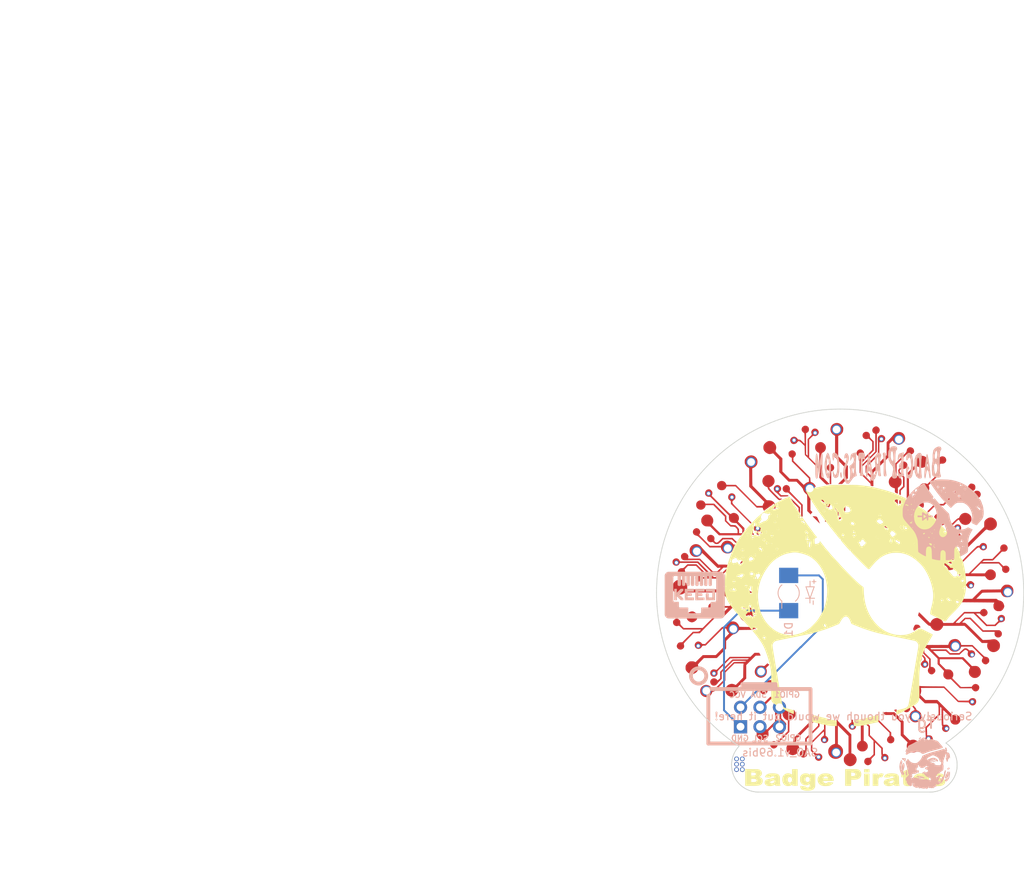
<source format=kicad_pcb>
(kicad_pcb (version 20171130) (host pcbnew "(5.1.10)-1")
  (layers (0 F.Cu signal) (31 B.Cu signal) (34 B.Paste user) (35 F.Paste user) (36 B.SilkS user) (37 F.SilkS user) (38 B.Mask user) (39 F.Mask user) (44 Edge.Cuts user))
  (net 0 "")
  (net 1 GND)
  (net 2 VCC)
  (net 3 "Net-(X1-Pad5)")
  (net 4 "Net-(X1-Pad6)")
  (net 5 "Net-(X1-Pad3)")
  (net 6 "Net-(X1-Pad4)")
  (module "Bsides-KC-2021-Badge Pirates-SAO-SVG2Shenzen v1_00:F.Cu_g4918" (layer F.Cu) (at 87.95 93.25)
    (fp_text reference G*** hide)
    (fp_text value LOGO hide)
    (fp_poly (pts (xy 18.427315 -0.732514) (xy 18.475136 -0.722177) (xy 18.511981 -0.719666) (xy 18.544265 -0.715133) (xy 18.559114 -0.693827) (xy 18.563096 -0.644196) (xy 18.563167 -0.629613) (xy 18.563167 -0.539559) (xy 19.441584 0.338667) (xy 20.32 1.216892) (xy 20.32 3.677975) (xy 20.420542 3.702658) (xy 20.561038 3.758072) (xy 20.693128 3.850914) (xy 20.811729 3.976409) (xy 20.911758 4.129782) (xy 20.943756 4.194193) (xy 20.997034 4.35924) (xy 21.010465 4.529375) (xy 20.985281 4.699459) (xy 20.922716 4.864353) (xy 20.824001 5.018919) (xy 20.718619 5.132804) (xy 20.577948 5.237026) (xy 20.420263 5.308679) (xy 20.253528 5.345954) (xy 20.085707 5.347039) (xy 19.930082 5.31204) (xy 19.753463 5.228175) (xy 19.602089 5.112357) (xy 19.479887 4.968098) (xy 19.412694 4.849707) (xy 19.38738 4.791189) (xy 19.371064 4.737464) (xy 19.361828 4.676435) (xy 19.357755 4.596002) (xy 19.356917 4.497917) (xy 19.35785 4.39153) (xy 19.36201 4.315416) (xy 19.371435 4.257534) (xy 19.388167 4.205838) (xy 19.414244 4.148287) (xy 19.417137 4.142371) (xy 19.510411 3.99744) (xy 19.637934 3.867879) (xy 19.792423 3.760866) (xy 19.818806 3.7465) (xy 19.95981 3.672417) (xy 19.959988 2.53988) (xy 19.960167 1.407343) (xy 19.261667 0.709084) (xy 18.563167 0.010824) (xy 18.563167 2.488848) (xy 18.677439 2.544892) (xy 18.814141 2.630166) (xy 18.946037 2.745533) (xy 19.061537 2.879302) (xy 19.149053 3.019779) (xy 19.149991 3.021669) (xy 19.188157 3.102866) (xy 19.21229 3.169115) (xy 19.226211 3.236392) (xy 19.233742 3.320673) (xy 19.236712 3.384292) (xy 19.23163 3.567381) (xy 19.198439 3.728614) (xy 19.133768 3.880489) (xy 19.077896 3.97316) (xy 18.955601 4.122801) (xy 18.8131 4.239064) (xy 18.65529 4.322656) (xy 18.487068 4.374289) (xy 18.313329 4.39467) (xy 18.13897 4.384511) (xy 17.968887 4.34452) (xy 17.807975 4.275407) (xy 17.661132 4.177881) (xy 17.533253 4.052652) (xy 17.429235 3.900429) (xy 17.354435 3.723408) (xy 17.325813 3.587677) (xy 17.315243 3.434428) (xy 17.322941 3.282383) (xy 17.347868 3.154428) (xy 17.418115 2.988648) (xy 17.523692 2.834703) (xy 17.657968 2.698825) (xy 17.814313 2.587247) (xy 17.986095 2.5062) (xy 18.062999 2.482304) (xy 18.203334 2.445497) (xy 18.203334 -0.0635) (xy 18.393834 -0.0635) (xy 18.393834 -0.404431) (xy 18.394233 -0.53215) (xy 18.395817 -0.623179) (xy 18.399159 -0.683156) (xy 18.404835 -0.717719) (xy 18.413421 -0.732508) (xy 18.425492 -0.733161) (xy 18.427315 -0.732514)) (layer F.Cu) (width 0.01))
    (fp_poly (pts (xy 22.568959 -0.068368) (xy 22.754167 0.115534) (xy 22.754167 1.301951) (xy 23.59025 2.137834) (xy 24.426334 2.973716) (xy 24.426334 3.315129) (xy 24.427166 3.436595) (xy 24.429463 3.547988) (xy 24.432923 3.640252) (xy 24.437246 3.704331) (xy 24.439941 3.724577) (xy 24.4535 3.770511) (xy 24.476577 3.78459) (xy 24.508732 3.78027) (xy 24.564706 3.769612) (xy 24.637329 3.758016) (xy 24.660157 3.754775) (xy 24.771835 3.759298) (xy 24.885214 3.797757) (xy 24.990225 3.863422) (xy 25.076798 3.949565) (xy 25.134862 4.049459) (xy 25.144474 4.078377) (xy 25.167016 4.224656) (xy 25.154179 4.364636) (xy 25.10747 4.490108) (xy 25.055069 4.565318) (xy 24.954862 4.650222) (xy 24.839201 4.700674) (xy 24.715459 4.717873) (xy 24.591011 4.70302) (xy 24.47323 4.657312) (xy 24.369489 4.58195) (xy 24.287162 4.478132) (xy 24.265513 4.436894) (xy 24.225302 4.322009) (xy 24.218358 4.212158) (xy 24.243993 4.09183) (xy 24.24949 4.075175) (xy 24.268645 4.007489) (xy 24.273661 3.946589) (xy 24.265459 3.872107) (xy 24.260073 3.841422) (xy 24.251366 3.772303) (xy 24.244046 3.672528) (xy 24.238731 3.553768) (xy 24.236041 3.427694) (xy 24.235834 3.384023) (xy 24.235834 3.058176) (xy 23.823084 2.645834) (xy 23.410334 2.233491) (xy 23.410334 3.906007) (xy 23.186593 4.127878) (xy 23.084968 4.229641) (xy 23.010661 4.307929) (xy 22.96036 4.368485) (xy 22.930753 4.417056) (xy 22.918527 4.459387) (xy 22.92037 4.501223) (xy 22.932969 4.548308) (xy 22.937089 4.560628) (xy 22.963543 4.691246) (xy 22.958128 4.823074) (xy 22.92222 4.943326) (xy 22.889737 5.000234) (xy 22.798999 5.098435) (xy 22.687904 5.170429) (xy 22.565482 5.213314) (xy 22.440763 5.22419) (xy 22.32278 5.200156) (xy 22.298902 5.190026) (xy 22.210374 5.131818) (xy 22.125861 5.04802) (xy 22.059901 4.954045) (xy 22.042436 4.918178) (xy 22.01422 4.80059) (xy 22.017698 4.670952) (xy 22.050909 4.542898) (xy 22.111896 4.430061) (xy 22.112733 4.42893) (xy 22.187952 4.351225) (xy 22.282038 4.29965) (xy 22.401874 4.271423) (xy 22.521334 4.263775) (xy 22.607356 4.262422) (xy 22.678878 4.260623) (xy 22.723928 4.258703) (xy 22.730872 4.258107) (xy 22.755626 4.24262) (xy 22.804169 4.202343) (xy 22.870516 4.142581) (xy 22.948684 4.068641) (xy 22.990163 4.028178) (xy 23.219834 3.801856) (xy 23.219834 2.042071) (xy 22.89175 1.7145) (xy 22.563667 1.386929) (xy 22.563667 0.200247) (xy 22.160205 -0.201083) (xy 22.271977 -0.226676) (xy 22.38375 -0.25227) (xy 22.568959 -0.068368)) (layer F.Cu) (width 0.01))
    (fp_poly (pts (xy 16.822209 -0.220686) (xy 16.856311 -0.2142) (xy 16.884037 -0.208721) (xy 16.90604 -0.200175) (xy 16.922975 -0.18449) (xy 16.935497 -0.15759) (xy 16.944259 -0.115404) (xy 16.949916 -0.053857) (xy 16.953124 0.031125) (xy 16.954536 0.143614) (xy 16.954807 0.287686) (xy 16.954591 0.467412) (xy 16.9545 0.602665) (xy 16.9545 1.392978) (xy 17.044459 1.446017) (xy 17.170098 1.539702) (xy 17.256836 1.649508) (xy 17.304433 1.775052) (xy 17.314334 1.87325) (xy 17.294282 2.006628) (xy 17.237822 2.126958) (xy 17.150498 2.226859) (xy 17.037854 2.298954) (xy 16.977843 2.321105) (xy 16.83661 2.343309) (xy 16.703721 2.329013) (xy 16.584667 2.282074) (xy 16.484936 2.206345) (xy 16.41002 2.105681) (xy 16.365407 1.983939) (xy 16.35513 1.883834) (xy 16.368511 1.764514) (xy 16.411157 1.659667) (xy 16.486825 1.563675) (xy 16.599271 1.470919) (xy 16.656845 1.43254) (xy 16.724444 1.367934) (xy 16.749201 1.312334) (xy 16.755521 1.265443) (xy 16.758561 1.193116) (xy 16.758652 1.106317) (xy 16.75613 1.01601) (xy 16.751328 0.93316) (xy 16.744578 0.86873) (xy 16.736216 0.833684) (xy 16.73457 0.831348) (xy 16.715192 0.840869) (xy 16.669403 0.877647) (xy 16.600365 0.938648) (xy 16.511243 1.020839) (xy 16.4052 1.121187) (xy 16.2854 1.23666) (xy 16.155006 1.364224) (xy 16.017182 1.500848) (xy 15.875091 1.643497) (xy 15.731898 1.78914) (xy 15.681502 1.840882) (xy 15.24 2.295346) (xy 15.24 3.273173) (xy 15.425209 3.452884) (xy 15.52413 3.548569) (xy 15.600189 3.618814) (xy 15.661261 3.667283) (xy 15.715226 3.697639) (xy 15.769961 3.713546) (xy 15.833345 3.718668) (xy 15.913256 3.71667) (xy 15.984373 3.712936) (xy 16.22425 3.700151) (xy 16.322937 3.764017) (xy 16.430063 3.85609) (xy 16.50155 3.967698) (xy 16.536149 4.093689) (xy 16.532612 4.228911) (xy 16.489691 4.368214) (xy 16.476162 4.396324) (xy 16.398325 4.506266) (xy 16.295929 4.587956) (xy 16.176959 4.638146) (xy 16.049396 4.653589) (xy 15.921225 4.631038) (xy 15.909449 4.626854) (xy 15.78711 4.560776) (xy 15.68356 4.464742) (xy 15.625928 4.379835) (xy 15.599479 4.323861) (xy 15.586536 4.273199) (xy 15.584698 4.211421) (xy 15.590249 4.135973) (xy 15.595049 4.063768) (xy 15.59222 4.002984) (xy 15.578223 3.947274) (xy 15.549517 3.890286) (xy 15.502564 3.825671) (xy 15.433825 3.74708) (xy 15.339761 3.648162) (xy 15.289815 3.596948) (xy 15.0495 3.351457) (xy 15.0495 2.232888) (xy 15.90675 1.375834) (xy 16.764 0.518779) (xy 16.764 -0.23364) (xy 16.822209 -0.220686)) (layer F.Cu) (width 0.01))
    (fp_poly (pts (xy 16.060047 -0.392017) (xy 16.115628 -0.379909) (xy 16.151857 -0.368961) (xy 16.155297 -0.367246) (xy 16.161466 -0.343456) (xy 16.166535 -0.285871) (xy 16.169994 -0.203025) (xy 16.171331 -0.103451) (xy 16.171334 -0.099192) (xy 16.171334 0.158951) (xy 14.494696 1.830917) (xy 14.504828 2.624667) (xy 14.506832 2.819607) (xy 14.507945 3.014685) (xy 14.50819 3.202587) (xy 14.507587 3.375998) (xy 14.50616 3.527606) (xy 14.503928 3.650096) (xy 14.50156 3.722645) (xy 14.48816 4.026874) (xy 14.408553 4.095689) (xy 14.339174 4.141398) (xy 14.247473 4.183465) (xy 14.15048 4.215549) (xy 14.065225 4.231314) (xy 14.042695 4.231859) (xy 13.998327 4.224885) (xy 13.933779 4.208981) (xy 13.903767 4.200215) (xy 13.810961 4.153568) (xy 13.721961 4.077361) (xy 13.649092 3.983502) (xy 13.618693 3.924759) (xy 13.589847 3.80471) (xy 13.59445 3.675333) (xy 13.630073 3.549769) (xy 13.694287 3.441156) (xy 13.711831 3.421031) (xy 13.797881 3.351024) (xy 13.901787 3.299411) (xy 14.012304 3.269039) (xy 14.118185 3.262754) (xy 14.208186 3.283402) (xy 14.224 3.291417) (xy 14.267571 3.313688) (xy 14.292792 3.322417) (xy 14.296375 3.302198) (xy 14.299675 3.244282) (xy 14.302599 3.153308) (xy 14.305053 3.033911) (xy 14.306944 2.890729) (xy 14.308179 2.728398) (xy 14.308663 2.551555) (xy 14.308667 2.534608) (xy 14.308667 1.746049) (xy 15.14475 0.910167) (xy 15.980834 0.074284) (xy 15.980834 -0.406878) (xy 16.060047 -0.392017)) (layer F.Cu) (width 0.01))
    (fp_poly (pts (xy 15.171209 -1.498818) (xy 15.1838 -1.493105) (xy 15.193346 -1.477849) (xy 15.200375 -1.447636) (xy 15.205414 -1.39705) (xy 15.208991 -1.320677) (xy 15.211633 -1.213102) (xy 15.213869 -1.06891) (xy 15.213992 -1.059684) (xy 15.216679 -0.902747) (xy 15.220616 -0.783173) (xy 15.226687 -0.695996) (xy 15.235775 -0.636247) (xy 15.248762 -0.598959) (xy 15.266533 -0.579164) (xy 15.289969 -0.571894) (xy 15.3008 -0.571382) (xy 15.34279 -0.56583) (xy 15.40329 -0.552233) (xy 15.417938 -0.548306) (xy 15.500626 -0.525347) (xy 14.301396 0.67402) (xy 13.102167 1.873388) (xy 13.102167 2.038041) (xy 13.107823 2.159376) (xy 13.128609 2.255936) (xy 13.170253 2.342163) (xy 13.238479 2.4325) (xy 13.274763 2.473313) (xy 13.341572 2.556086) (xy 13.406366 2.652382) (xy 13.449589 2.7305) (xy 13.481179 2.801422) (xy 13.500612 2.861439) (xy 13.510769 2.925481) (xy 13.514531 3.008477) (xy 13.514917 3.069167) (xy 13.513266 3.17155) (xy 13.506601 3.246155) (xy 13.492355 3.307467) (xy 13.46796 3.369971) (xy 13.457577 3.392619) (xy 13.391 3.504707) (xy 13.300001 3.61722) (xy 13.196041 3.718141) (xy 13.09058 3.795453) (xy 13.054643 3.815099) (xy 12.973546 3.847953) (xy 12.875683 3.87789) (xy 12.776787 3.900976) (xy 12.692592 3.913274) (xy 12.659071 3.91406) (xy 12.620707 3.908733) (xy 12.557559 3.896939) (xy 12.5095 3.88689) (xy 12.348483 3.832105) (xy 12.198552 3.743779) (xy 12.067942 3.628755) (xy 11.964887 3.493875) (xy 11.913783 3.391888) (xy 11.889075 3.319828) (xy 11.874049 3.246257) (xy 11.866602 3.156898) (xy 11.864664 3.058138) (xy 11.865359 2.957353) (xy 11.870055 2.885131) (xy 11.881401 2.827723) (xy 11.90205 2.771379) (xy 11.932362 2.706995) (xy 12.033747 2.547688) (xy 12.166236 2.414184) (xy 12.324888 2.310082) (xy 12.50476 2.238985) (xy 12.605962 2.216095) (xy 12.742334 2.192735) (xy 12.742334 1.74611) (xy 13.93825 0.550334) (xy 15.134167 -0.645443) (xy 15.134167 -1.07569) (xy 15.134402 -1.221101) (xy 15.135414 -1.329443) (xy 15.137665 -1.405977) (xy 15.141614 -1.455967) (xy 15.147723 -1.484675) (xy 15.156452 -1.497362) (xy 15.168261 -1.499293) (xy 15.171209 -1.498818)) (layer F.Cu) (width 0.01))
    (fp_poly (pts (xy 24.901325 -1.713642) (xy 24.928193 -1.707486) (xy 24.992444 -1.702204) (xy 25.08913 -1.697985) (xy 25.213306 -1.69502) (xy 25.360026 -1.693497) (xy 25.430555 -1.693333) (xy 25.939476 -1.693333) (xy 26.537572 -1.095514) (xy 27.135667 -0.497695) (xy 27.135667 1.175157) (xy 27.54361 1.582699) (xy 27.951554 1.99024) (xy 28.064352 1.956742) (xy 28.246284 1.912531) (xy 28.400359 1.89663) (xy 28.516837 1.906012) (xy 28.695923 1.959635) (xy 28.853999 2.045854) (xy 28.987813 2.159943) (xy 29.094112 2.297174) (xy 29.169645 2.452821) (xy 29.211159 2.622158) (xy 29.215402 2.800459) (xy 29.200795 2.90004) (xy 29.143044 3.084507) (xy 29.054027 3.242043) (xy 28.936712 3.370621) (xy 28.794069 3.468213) (xy 28.629063 3.532793) (xy 28.444664 3.562332) (xy 28.243839 3.554804) (xy 28.242503 3.554632) (xy 28.060568 3.511916) (xy 27.902964 3.435058) (xy 27.77166 3.325742) (xy 27.668623 3.18565) (xy 27.59582 3.016465) (xy 27.589798 2.996346) (xy 27.565152 2.861813) (xy 27.560185 2.710914) (xy 27.57395 2.55949) (xy 27.605498 2.423381) (xy 27.627546 2.366232) (xy 27.681185 2.249069) (xy 27.228509 1.796761) (xy 26.775834 1.344453) (xy 26.775834 -0.349588) (xy 26.283543 -0.841544) (xy 25.791253 -1.3335) (xy 24.774448 -1.3335) (xy 24.628242 -1.480835) (xy 24.556678 -1.556218) (xy 24.516705 -1.606595) (xy 24.507073 -1.63367) (xy 24.512393 -1.638737) (xy 24.589814 -1.66255) (xy 24.676315 -1.68434) (xy 24.761352 -1.702079) (xy 24.83438 -1.713733) (xy 24.884853 -1.717273) (xy 24.901325 -1.713642)) (layer F.Cu) (width 0.01))
    (fp_poly (pts (xy 21.903063 -0.144715) (xy 21.909255 -0.132159) (xy 21.914375 -0.107196) (xy 21.918523 -0.066523) (xy 21.921799 -0.006838) (xy 21.924301 0.075163) (xy 21.926128 0.182781) (xy 21.927379 0.31932) (xy 21.928153 0.488082) (xy 21.928549 0.69237) (xy 21.928667 0.935486) (xy 21.928667 2.051535) (xy 22.012181 2.074023) (xy 22.099189 2.114095) (xy 22.192303 2.184823) (xy 22.282438 2.27735) (xy 22.360511 2.382817) (xy 22.399115 2.45131) (xy 22.437022 2.534721) (xy 22.457974 2.603762) (xy 22.466638 2.678896) (xy 22.467875 2.752823) (xy 22.46464 2.84741) (xy 22.452482 2.920641) (xy 22.426588 2.993293) (xy 22.398029 3.054284) (xy 22.306179 3.198033) (xy 22.189507 3.307665) (xy 22.049184 3.382478) (xy 21.886379 3.421772) (xy 21.774981 3.42799) (xy 21.681696 3.422614) (xy 21.59015 3.409596) (xy 21.526614 3.393694) (xy 21.371164 3.31859) (xy 21.244441 3.214245) (xy 21.149177 3.08483) (xy 21.0881 2.934512) (xy 21.06394 2.767462) (xy 21.065707 2.689754) (xy 21.097905 2.521165) (xy 21.168085 2.370244) (xy 21.27484 2.239151) (xy 21.416762 2.130045) (xy 21.439323 2.116667) (xy 21.568375 2.042584) (xy 21.568604 0.971477) (xy 21.568834 -0.099629) (xy 21.715786 -0.123898) (xy 21.794164 -0.136099) (xy 21.858732 -0.144813) (xy 21.895585 -0.148166) (xy 21.895702 -0.148166) (xy 21.903063 -0.144715)) (layer F.Cu) (width 0.01))
    (fp_poly (pts (xy 11.927417 -2.007688) (xy 12.079328 -1.926507) (xy 12.231092 -1.850074) (xy 12.37678 -1.780991) (xy 12.510465 -1.72186) (xy 12.626219 -1.675285) (xy 12.718114 -1.643866) (xy 12.780223 -1.630206) (xy 12.788163 -1.629833) (xy 12.795884 -1.649435) (xy 12.801894 -1.701999) (xy 12.805339 -1.778161) (xy 12.805834 -1.823614) (xy 12.806261 -1.914156) (xy 12.808614 -1.96889) (xy 12.814501 -1.994338) (xy 12.82553 -1.997026) (xy 12.843309 -1.983475) (xy 12.844884 -1.982054) (xy 12.883546 -1.933009) (xy 12.927284 -1.856104) (xy 12.969843 -1.764265) (xy 13.00497 -1.670421) (xy 13.018953 -1.62225) (xy 13.036179 -1.490394) (xy 13.029559 -1.343818) (xy 13.000926 -1.201461) (xy 12.970149 -1.11746) (xy 12.893494 -0.991715) (xy 12.786455 -0.873563) (xy 12.659133 -0.770933) (xy 12.521629 -0.691752) (xy 12.384046 -0.643948) (xy 12.361128 -0.63947) (xy 12.298525 -0.623825) (xy 12.2657 -0.599475) (xy 12.253169 -0.571059) (xy 12.249581 -0.537718) (xy 12.246184 -0.467482) (xy 12.2431 -0.365791) (xy 12.240449 -0.238082) (xy 12.238352 -0.089795) (xy 12.236931 0.073632) (xy 12.236443 0.180043) (xy 12.234334 0.878669) (xy 11.566303 1.545293) (xy 11.37981 1.731965) (xy 11.221612 1.891763) (xy 11.089522 2.027192) (xy 10.981355 2.140755) (xy 10.894925 2.234957) (xy 10.828046 2.312302) (xy 10.778533 2.375296) (xy 10.744201 2.426441) (xy 10.722863 2.468243) (xy 10.712334 2.503206) (xy 10.710215 2.526222) (xy 10.68965 2.664984) (xy 10.631558 2.792903) (xy 10.540593 2.902743) (xy 10.421406 2.987266) (xy 10.410071 2.993077) (xy 10.276853 3.039261) (xy 10.147262 3.043581) (xy 10.022399 3.006007) (xy 10.01716 3.003455) (xy 9.90525 2.927403) (xy 9.821174 2.82833) (xy 9.766023 2.71355) (xy 9.740888 2.590378) (xy 9.746861 2.466128) (xy 9.785032 2.348115) (xy 9.856493 2.243654) (xy 9.897975 2.20452) (xy 9.986754 2.147868) (xy 10.094509 2.103101) (xy 10.201538 2.077583) (xy 10.246334 2.074334) (xy 10.29229 2.083857) (xy 10.361588 2.109053) (xy 10.440662 2.144862) (xy 10.455429 2.152323) (xy 10.607039 2.230312) (xy 11.325436 1.512148) (xy 12.043834 0.793984) (xy 12.043834 -0.627269) (xy 11.928302 -0.663687) (xy 11.78291 -0.730661) (xy 11.647819 -0.834177) (xy 11.528714 -0.968696) (xy 11.431283 -1.128679) (xy 11.414481 -1.164166) (xy 11.363079 -1.327346) (xy 11.351333 -1.495912) (xy 11.378004 -1.664316) (xy 11.441852 -1.827007) (xy 11.541636 -1.978436) (xy 11.614088 -2.057556) (xy 11.694584 -2.136029) (xy 11.927417 -2.007688)) (layer F.Cu) (width 0.01))
    (fp_poly (pts (xy 24.681961 0.118044) (xy 25.527 0.962885) (xy 25.527324 1.164068) (xy 25.529021 1.253872) (xy 25.533307 1.328404) (xy 25.539428 1.376992) (xy 25.543199 1.388641) (xy 25.572336 1.410228) (xy 25.623913 1.433096) (xy 25.634152 1.436596) (xy 25.712272 1.478311) (xy 25.791652 1.547258) (xy 25.859534 1.630727) (xy 25.896383 1.697945) (xy 25.921605 1.797543) (xy 25.927333 1.91471) (xy 25.913892 2.029608) (xy 25.889691 2.106265) (xy 25.818435 2.214922) (xy 25.719651 2.297207) (xy 25.601159 2.350047) (xy 25.470778 2.370363) (xy 25.336329 2.355082) (xy 25.291734 2.341465) (xy 25.172768 2.282184) (xy 25.083573 2.197111) (xy 25.031405 2.112366) (xy 24.98874 1.999924) (xy 24.979848 1.893496) (xy 25.004902 1.781265) (xy 25.0374 1.703917) (xy 25.11106 1.578313) (xy 25.195059 1.490354) (xy 25.256332 1.451689) (xy 25.278452 1.43768) (xy 25.292965 1.416374) (xy 25.301834 1.37918) (xy 25.307023 1.31751) (xy 25.310497 1.222772) (xy 25.310755 1.213675) (xy 25.31676 0.99975) (xy 24.538172 0.234815) (xy 24.364909 0.063862) (xy 24.210902 -0.089572) (xy 24.077819 -0.223763) (xy 23.967333 -0.336984) (xy 23.881114 -0.427508) (xy 23.820832 -0.49361) (xy 23.788157 -0.533562) (xy 23.782989 -0.545519) (xy 23.801556 -0.574777) (xy 23.818412 -0.628167) (xy 23.821658 -0.643856) (xy 23.836923 -0.726796) (xy 24.681961 0.118044)) (layer F.Cu) (width 0.01))
    (fp_poly (pts (xy 29.197113 -5.123947) (xy 29.201258 -5.120805) (xy 29.231898 -5.112807) (xy 29.302701 -5.105172) (xy 29.411499 -5.097953) (xy 29.556125 -5.091203) (xy 29.734408 -5.084975) (xy 29.944182 -5.079322) (xy 30.183278 -5.074295) (xy 30.449526 -5.069948) (xy 30.74076 -5.066335) (xy 31.054809 -5.063507) (xy 31.389506 -5.061517) (xy 31.676007 -5.060552) (xy 32.438097 -5.058833) (xy 33.36925 -4.1275) (xy 34.300403 -3.196166) (xy 34.946077 -3.196456) (xy 35.109292 -3.19693) (xy 35.260432 -3.198134) (xy 35.393858 -3.199962) (xy 35.503931 -3.20231) (xy 35.585009 -3.205072) (xy 35.631454 -3.208145) (xy 35.638674 -3.209324) (xy 35.681469 -3.235663) (xy 35.698345 -3.262066) (xy 35.746263 -3.34815) (xy 35.827361 -3.423837) (xy 35.932739 -3.483366) (xy 36.053498 -3.520974) (xy 36.111007 -3.529258) (xy 36.260337 -3.525975) (xy 36.3859 -3.488387) (xy 36.485443 -3.418536) (xy 36.556715 -3.318466) (xy 36.597463 -3.190218) (xy 36.606642 -3.07975) (xy 36.589224 -2.92937) (xy 36.538276 -2.799697) (xy 36.456236 -2.694778) (xy 36.345543 -2.618661) (xy 36.32264 -2.608279) (xy 36.227268 -2.583365) (xy 36.119443 -2.578318) (xy 36.018097 -2.5929) (xy 35.964684 -2.612782) (xy 35.895591 -2.658187) (xy 35.824026 -2.720651) (xy 35.759915 -2.789681) (xy 35.713185 -2.854784) (xy 35.694759 -2.898082) (xy 35.668754 -2.952594) (xy 35.637073 -2.971258) (xy 35.605302 -2.974507) (xy 35.536704 -2.978343) (xy 35.436778 -2.982565) (xy 35.311023 -2.986972) (xy 35.164939 -2.991363) (xy 35.004024 -2.995536) (xy 34.921616 -2.997436) (xy 34.251482 -3.012256) (xy 33.323623 -3.940294) (xy 32.395764 -4.868333) (xy 30.885284 -4.868333) (xy 30.595177 -4.868275) (xy 30.344577 -4.868058) (xy 30.130659 -4.867616) (xy 29.950597 -4.866885) (xy 29.801566 -4.865799) (xy 29.68074 -4.864293) (xy 29.585294 -4.862303) (xy 29.512401 -4.859763) (xy 29.459236 -4.856608) (xy 29.422973 -4.852773) (xy 29.400788 -4.848193) (xy 29.389853 -4.842804) (xy 29.387344 -4.836539) (xy 29.388034 -4.833858) (xy 29.428781 -4.676063) (xy 29.4403 -4.499409) (xy 29.422914 -4.315352) (xy 29.376943 -4.135347) (xy 29.367725 -4.109732) (xy 29.309526 -3.954382) (xy 29.645807 -3.617607) (xy 29.982087 -3.280833) (xy 31.549086 -3.280833) (xy 32.540822 -2.288929) (xy 33.532558 -1.297024) (xy 33.659165 -1.336429) (xy 33.831418 -1.370526) (xy 33.995106 -1.363316) (xy 34.149114 -1.315036) (xy 34.292331 -1.22592) (xy 34.329648 -1.194312) (xy 34.436471 -1.072895) (xy 34.507929 -0.93711) (xy 34.544906 -0.793028) (xy 34.548289 -0.64672) (xy 34.518964 -0.504259) (xy 34.457815 -0.371715) (xy 34.36573 -0.255163) (xy 34.243593 -0.160672) (xy 34.173584 -0.124504) (xy 34.085018 -0.093989) (xy 33.985214 -0.079333) (xy 33.909 -0.076756) (xy 33.743327 -0.088494) (xy 33.60502 -0.127179) (xy 33.486789 -0.195445) (xy 33.421159 -0.252992) (xy 33.35362 -0.32959) (xy 33.305693 -0.408823) (xy 33.274869 -0.499401) (xy 33.258634 -0.61003) (xy 33.254479 -0.74942) (xy 33.255942 -0.82591) (xy 33.263417 -1.077417) (xy 33.17875 -1.164957) (xy 33.139513 -1.204381) (xy 33.075125 -1.267743) (xy 32.99104 -1.349733) (xy 32.892715 -1.445044) (xy 32.785603 -1.548367) (xy 32.716796 -1.614485) (xy 32.595144 -1.730409) (xy 32.50018 -1.818873) (xy 32.428784 -1.882478) (xy 32.377836 -1.923822) (xy 32.344216 -1.945505) (xy 32.324804 -1.950127) (xy 32.318834 -1.946028) (xy 32.313662 -1.916843) (xy 32.309548 -1.84747) (xy 32.306522 -1.740039) (xy 32.304615 -1.596683) (xy 32.303857 -1.419532) (xy 32.304279 -1.210718) (xy 32.305537 -1.016) (xy 32.307676 -0.781789) (xy 32.310132 -0.58656) (xy 32.313236 -0.426965) (xy 32.317317 -0.299651) (xy 32.322705 -0.201269) (xy 32.32973 -0.128468) (xy 32.338723 -0.077897) (xy 32.350013 -0.046207) (xy 32.36393 -0.030047) (xy 32.380804 -0.026066) (xy 32.400965 -0.030915) (xy 32.402498 -0.031494) (xy 32.439626 -0.039372) (xy 32.50609 -0.047982) (xy 32.588958 -0.055712) (xy 32.608117 -0.057134) (xy 32.721189 -0.060446) (xy 32.806432 -0.048285) (xy 32.877107 -0.015372) (xy 32.946474 0.043575) (xy 32.996391 0.097499) (xy 33.073892 0.204877) (xy 33.1131 0.311788) (xy 33.116809 0.427959) (xy 33.107755 0.485292) (xy 33.061559 0.622499) (xy 32.986949 0.736016) (xy 32.889 0.821268) (xy 32.772782 0.873678) (xy 32.660179 0.889) (xy 32.519465 0.8693) (xy 32.393543 0.813461) (xy 32.288677 0.726375) (xy 32.211132 0.612932) (xy 32.173607 0.509141) (xy 32.161444 0.439269) (xy 32.163226 0.373364) (xy 32.179809 0.291251) (xy 32.18346 0.276929) (xy 32.201187 0.204624) (xy 32.206908 0.158139) (xy 32.199582 0.122403) (xy 32.178169 0.082349) (xy 32.168996 0.067484) (xy 32.155145 0.043701) (xy 32.144066 0.01851) (xy 32.135318 -0.013121) (xy 32.12846 -0.056227) (xy 32.123051 -0.115842) (xy 32.118649 -0.196999) (xy 32.114814 -0.304734) (xy 32.111104 -0.44408) (xy 32.107078 -0.62007) (xy 32.106516 -0.645583) (xy 32.102612 -0.838474) (xy 32.098973 -1.047315) (xy 32.095773 -1.25995) (xy 32.093181 -1.464222) (xy 32.091371 -1.647972) (xy 32.090605 -1.771059) (xy 32.088667 -2.261534) (xy 31.998709 -2.338553) (xy 31.90875 -2.415571) (xy 31.903172 -1.89041) (xy 31.897595 -1.36525) (xy 30.190751 0.34925) (xy 30.200057 0.841375) (xy 30.209362 1.3335) (xy 30.413473 1.333965) (xy 30.55418 1.339733) (xy 30.661745 1.358484) (xy 30.744229 1.393476) (xy 30.809691 1.44797) (xy 30.859427 1.514346) (xy 30.925639 1.651606) (xy 30.951979 1.788916) (xy 30.938399 1.922014) (xy 30.88485 2.046635) (xy 30.865932 2.074965) (xy 30.766647 2.181049) (xy 30.650511 2.250405) (xy 30.522775 2.281595) (xy 30.388685 2.273182) (xy 30.278052 2.235901) (xy 30.154441 2.158005) (xy 30.06546 2.056836) (xy 30.012029 1.934731) (xy 29.99507 1.794027) (xy 30.015505 1.637062) (xy 30.026159 1.596944) (xy 30.045328 1.513633) (xy 30.04614 1.447903) (xy 30.036811 1.403186) (xy 30.030023 1.359902) (xy 30.02289 1.281194) (xy 30.015827 1.173962) (xy 30.009248 1.04511) (xy 30.003568 0.901537) (xy 30.000385 0.797281) (xy 29.986299 0.271645) (xy 31.710801 -1.453243) (xy 31.703942 -2.02308) (xy 31.701544 -2.204402) (xy 31.69848 -2.348755) (xy 31.693671 -2.461504) (xy 31.686037 -2.54801) (xy 31.674497 -2.613637) (xy 31.657969 -2.663748) (xy 31.635375 -2.703706) (xy 31.605633 -2.738873) (xy 31.567664 -2.774613) (xy 31.549262 -2.790858) (xy 31.47336 -2.8575) (xy 29.919084 -2.858924) (xy 29.150178 -3.608916) (xy 29.170877 -3.799416) (xy 29.176375 -3.877277) (xy 29.180217 -3.989889) (xy 29.182324 -4.129701) (xy 29.182616 -4.28916) (xy 29.181013 -4.460713) (xy 29.179033 -4.569788) (xy 29.175475 -4.741426) (xy 29.173228 -4.875103) (xy 29.172468 -4.975175) (xy 29.173369 -5.045998) (xy 29.176109 -5.091931) (xy 29.180862 -5.117329) (xy 29.187805 -5.126548) (xy 29.197113 -5.123947)) (layer F.Cu) (width 0.01))
    (fp_poly (pts (xy 10.407352 -2.869043) (xy 10.457169 -2.843657) (xy 10.523358 -2.80773) (xy 10.532269 -2.802761) (xy 10.668 -2.726856) (xy 10.668 -0.413024) (xy 9.488742 0.772584) (xy 9.507424 1.005417) (xy 9.516446 1.14389) (xy 9.517268 1.25105) (xy 9.508469 1.337367) (xy 9.488626 1.413317) (xy 9.456319 1.489371) (xy 9.436471 1.528042) (xy 9.336263 1.673391) (xy 9.208917 1.790343) (xy 9.060666 1.876221) (xy 8.897741 1.928348) (xy 8.726375 1.944047) (xy 8.5528 1.920642) (xy 8.53407 1.915631) (xy 8.361895 1.846812) (xy 8.216159 1.745012) (xy 8.097888 1.611101) (xy 8.025028 1.484207) (xy 7.998331 1.421784) (xy 7.981702 1.364102) (xy 7.972866 1.297685) (xy 7.969549 1.209053) (xy 7.96925 1.153584) (xy 7.970584 1.050313) (xy 7.97625 0.97532) (xy 7.988749 0.91459) (xy 8.01058 0.854105) (xy 8.030743 0.808747) (xy 8.101909 0.688903) (xy 8.195371 0.581339) (xy 8.301283 0.495413) (xy 8.409798 0.440479) (xy 8.422667 0.436373) (xy 8.558502 0.40598) (xy 8.708773 0.38835) (xy 8.852764 0.385375) (xy 8.92239 0.390748) (xy 9.009374 0.409391) (xy 9.094477 0.446606) (xy 9.174555 0.495847) (xy 9.309433 0.586292) (xy 9.84055 0.054868) (xy 10.371667 -0.476555) (xy 10.371667 -1.677611) (xy 10.37188 -1.898705) (xy 10.372492 -2.10663) (xy 10.373464 -2.297624) (xy 10.374758 -2.467924) (xy 10.376334 -2.613769) (xy 10.378154 -2.731397) (xy 10.380179 -2.817046) (xy 10.382369 -2.866954) (xy 10.384103 -2.878666) (xy 10.407352 -2.869043)) (layer F.Cu) (width 0.01))
    (fp_poly (pts (xy 11.318109 -2.355229) (xy 11.368401 -2.323066) (xy 11.399794 -2.296544) (xy 11.403885 -2.290261) (xy 11.39253 -2.267534) (xy 11.356505 -2.225505) (xy 11.303145 -2.17258) (xy 11.293226 -2.163422) (xy 11.176 -2.056284) (xy 11.176 -0.905322) (xy 11.469334 -0.605577) (xy 11.562523 -0.50866) (xy 11.647421 -0.417199) (xy 11.718686 -0.3372) (xy 11.770977 -0.274666) (xy 11.798954 -0.235602) (xy 11.799805 -0.234016) (xy 11.827564 -0.135208) (xy 11.817106 -0.02315) (xy 11.769374 0.099323) (xy 11.685309 0.229377) (xy 11.619777 0.307716) (xy 11.560344 0.377398) (xy 11.527781 0.432174) (xy 11.518245 0.486271) (xy 11.527893 0.553916) (xy 11.540122 0.602567) (xy 11.552176 0.658606) (xy 11.55304 0.708645) (xy 11.541303 0.76826) (xy 11.518193 0.844865) (xy 11.485814 0.928637) (xy 11.44719 1.004707) (xy 11.412141 1.054793) (xy 11.331464 1.11309) (xy 11.225014 1.150011) (xy 11.104599 1.163665) (xy 10.982027 1.152163) (xy 10.916901 1.134048) (xy 10.789321 1.071326) (xy 10.696895 0.985624) (xy 10.637794 0.874565) (xy 10.610192 0.735771) (xy 10.610135 0.735075) (xy 10.606891 0.647677) (xy 10.615873 0.582802) (xy 10.639888 0.521699) (xy 10.643024 0.515467) (xy 10.707401 0.42213) (xy 10.796031 0.335933) (xy 10.892803 0.271925) (xy 10.914489 0.261936) (xy 11.010695 0.238421) (xy 11.125491 0.235265) (xy 11.240438 0.252315) (xy 11.283019 0.265002) (xy 11.374193 0.29717) (xy 11.494953 0.172991) (xy 11.560458 0.101386) (xy 11.605876 0.037808) (xy 11.62977 -0.022465) (xy 11.630701 -0.084154) (xy 11.607229 -0.151983) (xy 11.557918 -0.230673) (xy 11.481327 -0.324946) (xy 11.376019 -0.439526) (xy 11.277224 -0.541733) (xy 10.9855 -0.840049) (xy 10.9855 -2.149742) (xy 11.1122 -2.275119) (xy 11.2389 -2.400497) (xy 11.318109 -2.355229)) (layer F.Cu) (width 0.01))
    (fp_poly (pts (xy 20.522324 -0.707897) (xy 20.529232 -0.678753) (xy 20.531474 -0.620658) (xy 20.531667 -0.563873) (xy 20.532881 -0.48059) (xy 20.538434 -0.428716) (xy 20.551193 -0.397356) (xy 20.574026 -0.37561) (xy 20.582769 -0.369659) (xy 20.617738 -0.335045) (xy 20.638727 -0.280047) (xy 20.6478 -0.226296) (xy 20.65971 -0.138306) (xy 20.672534 -0.084092) (xy 20.692834 -0.055478) (xy 20.727171 -0.044284) (xy 20.782107 -0.042334) (xy 20.795412 -0.042333) (xy 20.862171 -0.03961) (xy 20.903124 -0.025932) (xy 20.924536 0.006961) (xy 20.932672 0.067329) (xy 20.933834 0.140158) (xy 20.914705 0.270646) (xy 20.861271 0.384094) (xy 20.779459 0.476629) (xy 20.675198 0.544378) (xy 20.554414 0.58347) (xy 20.423035 0.590032) (xy 20.289474 0.561084) (xy 20.182819 0.511051) (xy 20.103595 0.442022) (xy 20.04204 0.350047) (xy 19.985065 0.214102) (xy 19.968813 0.087215) (xy 19.993593 -0.031652) (xy 20.059711 -0.143536) (xy 20.167477 -0.249475) (xy 20.234495 -0.298794) (xy 20.340075 -0.370416) (xy 20.340621 -0.534458) (xy 20.341664 -0.61696) (xy 20.345822 -0.665887) (xy 20.355663 -0.689994) (xy 20.373753 -0.698037) (xy 20.388792 -0.698789) (xy 20.450092 -0.704797) (xy 20.484042 -0.711841) (xy 20.508132 -0.716217) (xy 20.522324 -0.707897)) (layer F.Cu) (width 0.01))
    (fp_poly (pts (xy 28.522134 -2.450745) (xy 28.619262 -2.345586) (xy 28.690175 -2.259934) (xy 28.740556 -2.185464) (xy 28.776091 -2.113852) (xy 28.800728 -2.042751) (xy 28.816713 -2.008087) (xy 28.847519 -1.976367) (xy 28.901045 -1.941474) (xy 28.985187 -1.897289) (xy 28.994378 -1.892723) (xy 29.165005 -1.791399) (xy 29.29717 -1.674368) (xy 29.392643 -1.539095) (xy 29.453195 -1.383044) (xy 29.480597 -1.203679) (xy 29.48104 -1.19576) (xy 29.477674 -1.026988) (xy 29.446362 -0.882074) (xy 29.384273 -0.750799) (xy 29.339797 -0.685743) (xy 29.221469 -0.5627) (xy 29.076405 -0.46821) (xy 28.911213 -0.404748) (xy 28.732502 -0.374785) (xy 28.546881 -0.380797) (xy 28.530983 -0.383048) (xy 28.394757 -0.423206) (xy 28.260342 -0.499221) (xy 28.135719 -0.605069) (xy 28.028874 -0.734726) (xy 27.995851 -0.786833) (xy 27.933444 -0.933137) (xy 27.907577 -1.089748) (xy 27.915947 -1.250144) (xy 27.95625 -1.407804) (xy 28.026181 -1.556206) (xy 28.123437 -1.688828) (xy 28.245714 -1.799149) (xy 28.380793 -1.876421) (xy 28.466116 -1.914105) (xy 28.520114 -1.940492) (xy 28.550437 -1.960806) (xy 28.564737 -1.98027) (xy 28.570665 -2.004107) (xy 28.570993 -2.006271) (xy 28.569646 -2.046285) (xy 28.552078 -2.093941) (xy 28.514991 -2.154427) (xy 28.455086 -2.232928) (xy 28.369065 -2.334632) (xy 28.343858 -2.363421) (xy 28.173299 -2.557259) (xy 28.252441 -2.604) (xy 28.331584 -2.65074) (xy 28.522134 -2.450745)) (layer F.Cu) (width 0.01))
    (fp_poly (pts (xy 9.853751 -3.701011) (xy 9.87534 -3.684071) (xy 9.887153 -3.642138) (xy 9.89254 -3.605962) (xy 9.902944 -3.518586) (xy 9.904227 -3.465096) (xy 9.895442 -3.437843) (xy 9.875639 -3.429177) (xy 9.870601 -3.429) (xy 9.848518 -3.41448) (xy 9.802216 -3.374219) (xy 9.736635 -3.313167) (xy 9.656714 -3.236275) (xy 9.567392 -3.148492) (xy 9.473609 -3.054768) (xy 9.380305 -2.960053) (xy 9.292419 -2.869297) (xy 9.21489 -2.78745) (xy 9.152658 -2.719461) (xy 9.110662 -2.670281) (xy 9.101667 -2.65844) (xy 9.085512 -2.621182) (xy 9.075237 -2.559076) (xy 9.070025 -2.465454) (xy 9.06899 -2.391833) (xy 9.063222 -2.248162) (xy 9.044469 -2.134173) (xy 9.008519 -2.038133) (xy 8.951162 -1.94831) (xy 8.880147 -1.865637) (xy 8.758864 -1.764336) (xy 8.618664 -1.69497) (xy 8.467998 -1.65973) (xy 8.315318 -1.660807) (xy 8.198537 -1.688883) (xy 8.06298 -1.75349) (xy 7.950706 -1.84498) (xy 7.857114 -1.96337) (xy 7.77875 -2.081544) (xy 7.779343 -2.316064) (xy 7.781682 -2.438863) (xy 7.790758 -2.530267) (xy 7.810739 -2.601139) (xy 7.845795 -2.662338) (xy 7.900094 -2.724725) (xy 7.957512 -2.780288) (xy 8.075763 -2.876318) (xy 8.19152 -2.937015) (xy 8.315993 -2.967099) (xy 8.41375 -2.972475) (xy 8.503323 -2.968577) (xy 8.578819 -2.954529) (xy 8.65969 -2.925702) (xy 8.716724 -2.900386) (xy 8.871531 -2.828823) (xy 9.309575 -3.266495) (xy 9.438147 -3.394485) (xy 9.540764 -3.495289) (xy 9.621023 -3.572029) (xy 9.682522 -3.627832) (xy 9.728857 -3.665823) (xy 9.763625 -3.689125) (xy 9.790423 -3.700864) (xy 9.812848 -3.704165) (xy 9.813349 -3.704166) (xy 9.853751 -3.701011)) (layer F.Cu) (width 0.01))
    (fp_poly (pts (xy 27.944319 -2.394341) (xy 27.963138 -2.347072) (xy 27.981791 -2.284257) (xy 27.996472 -2.218958) (xy 28.003372 -2.16424) (xy 28.0035 -2.157892) (xy 27.983333 -2.034409) (xy 27.926664 -1.917009) (xy 27.839242 -1.814411) (xy 27.726816 -1.735335) (xy 27.723885 -1.733812) (xy 27.637753 -1.705957) (xy 27.531506 -1.694598) (xy 27.424228 -1.700242) (xy 27.335002 -1.723398) (xy 27.334858 -1.723461) (xy 27.283812 -1.754081) (xy 27.225963 -1.800767) (xy 27.171602 -1.853508) (xy 27.131022 -1.90229) (xy 27.114516 -1.937102) (xy 27.1145 -1.937828) (xy 27.131913 -1.952772) (xy 27.179867 -1.984597) (xy 27.251938 -2.029555) (xy 27.3417 -2.0839) (xy 27.442727 -2.143882) (xy 27.548596 -2.205754) (xy 27.65288 -2.265768) (xy 27.749154 -2.320178) (xy 27.830993 -2.365233) (xy 27.891971 -2.397188) (xy 27.925664 -2.412294) (xy 27.929141 -2.413) (xy 27.944319 -2.394341)) (layer F.Cu) (width 0.01))
    (fp_poly (pts (xy 26.209338 -2.046023) (xy 26.219422 -2.019409) (xy 26.224303 -1.965553) (xy 26.2255 -1.883833) (xy 26.223541 -1.805197) (xy 26.218333 -1.745981) (xy 26.210885 -1.7162) (xy 26.208478 -1.7145) (xy 26.182433 -1.725029) (xy 26.133536 -1.752119) (xy 26.093228 -1.776793) (xy 26.031983 -1.824236) (xy 25.981045 -1.87896) (xy 25.946904 -1.931776) (xy 25.93605 -1.973494) (xy 25.943241 -1.989221) (xy 25.974022 -2.003483) (xy 26.030716 -2.021028) (xy 26.097541 -2.037809) (xy 26.158716 -2.049777) (xy 26.19254 -2.053166) (xy 26.209338 -2.046023)) (layer F.Cu) (width 0.01))
    (fp_poly (pts (xy 8.000683 -9.440105) (xy 8.307917 -9.439877) (xy 8.392584 -9.27949) (xy 8.431926 -9.204307) (xy 8.463368 -9.142997) (xy 8.481825 -9.105523) (xy 8.484306 -9.099802) (xy 8.466883 -9.092808) (xy 8.413138 -9.087057) (xy 8.329074 -9.082912) (xy 8.220694 -9.080738) (xy 8.166671 -9.0805) (xy 7.841981 -9.0805) (xy 7.222991 -8.461243) (xy 6.604 -7.841985) (xy 6.604 -6.087255) (xy 6.051282 -5.533092) (xy 5.498563 -4.978928) (xy 5.535771 -4.772282) (xy 5.557017 -4.593887) (xy 5.550389 -4.436817) (xy 5.514557 -4.289416) (xy 5.468029 -4.178838) (xy 5.39886 -4.06997) (xy 5.302687 -3.961461) (xy 5.192821 -3.866586) (xy 5.090584 -3.802498) (xy 4.922329 -3.740817) (xy 4.748749 -3.716806) (xy 4.575972 -3.728483) (xy 4.410127 -3.773866) (xy 4.257342 -3.850973) (xy 4.123745 -3.957822) (xy 4.015465 -4.09243) (xy 3.975922 -4.162971) (xy 3.917925 -4.326651) (xy 3.895288 -4.50284) (xy 3.907274 -4.681938) (xy 3.953144 -4.854341) (xy 4.032161 -5.010447) (xy 4.042229 -5.025328) (xy 4.164332 -5.166135) (xy 4.308773 -5.273687) (xy 4.470065 -5.346627) (xy 4.642716 -5.383602) (xy 4.821237 -5.383256) (xy 5.000138 -5.344234) (xy 5.124214 -5.292391) (xy 5.242965 -5.232046) (xy 6.218897 -6.212416) (xy 6.229745 -7.059083) (xy 6.232645 -7.246965) (xy 6.236314 -7.423709) (xy 6.240579 -7.584351) (xy 6.245269 -7.723928) (xy 6.25021 -7.837475) (xy 6.25523 -7.920027) (xy 6.260156 -7.96662) (xy 6.261513 -7.972604) (xy 6.272553 -8.019391) (xy 6.262663 -8.041713) (xy 6.236842 -8.05169) (xy 6.204004 -8.054981) (xy 6.13495 -8.057958) (xy 6.035795 -8.060496) (xy 5.912657 -8.062469) (xy 5.77165 -8.063751) (xy 5.630192 -8.064211) (xy 5.069133 -8.0645) (xy 4.4819 -7.476986) (xy 3.894667 -6.889471) (xy 3.894667 -5.827863) (xy 3.212042 -5.150882) (xy 3.068152 -5.009051) (xy 2.930241 -4.874769) (xy 2.801858 -4.751372) (xy 2.68655 -4.642199) (xy 2.587864 -4.550586) (xy 2.509349 -4.479871) (xy 2.454551 -4.433391) (xy 2.431551 -4.416673) (xy 2.340902 -4.375586) (xy 2.266548 -4.365181) (xy 2.226763 -4.365546) (xy 2.20145 -4.351748) (xy 2.181005 -4.314322) (xy 2.162138 -4.262292) (xy 2.109035 -4.13716) (xy 2.038895 -4.013799) (xy 1.960583 -3.906298) (xy 1.896096 -3.839524) (xy 1.77791 -3.762079) (xy 1.634229 -3.706252) (xy 1.477537 -3.674958) (xy 1.320317 -3.671112) (xy 1.228626 -3.683669) (xy 1.069826 -3.737031) (xy 0.92285 -3.824639) (xy 0.795851 -3.939666) (xy 0.696981 -4.075285) (xy 0.654198 -4.164612) (xy 0.618544 -4.297012) (xy 0.604077 -4.44557) (xy 0.611114 -4.593366) (xy 0.639974 -4.723481) (xy 0.643506 -4.733352) (xy 0.726249 -4.899012) (xy 0.840483 -5.036617) (xy 0.984825 -5.144786) (xy 1.118768 -5.208342) (xy 1.258151 -5.24208) (xy 1.413503 -5.248733) (xy 1.568949 -5.229107) (xy 1.70861 -5.184007) (xy 1.72188 -5.177744) (xy 1.863573 -5.088429) (xy 1.986508 -4.971806) (xy 2.080565 -4.838072) (xy 2.102496 -4.79425) (xy 2.147962 -4.695013) (xy 2.180657 -4.628155) (xy 2.204472 -4.58714) (xy 2.2233 -4.565433) (xy 2.241033 -4.556496) (xy 2.244559 -4.55571) (xy 2.273601 -4.565605) (xy 2.327185 -4.602228) (xy 2.405969 -4.66617) (xy 2.510613 -4.758021) (xy 2.641774 -4.878373) (xy 2.800112 -5.027816) (xy 2.986285 -5.206941) (xy 3.169709 -5.385718) (xy 3.683 -5.888437) (xy 3.681404 -6.932083) (xy 4.338635 -7.580587) (xy 4.995866 -8.22909) (xy 5.519475 -8.242295) (xy 5.782126 -8.250027) (xy 6.004332 -8.25903) (xy 6.187962 -8.26946) (xy 6.33489 -8.281475) (xy 6.446988 -8.295232) (xy 6.526127 -8.310888) (xy 6.57418 -8.328601) (xy 6.578448 -8.331198) (xy 6.613534 -8.356844) (xy 6.615239 -8.372835) (xy 6.591811 -8.3884) (xy 6.558392 -8.394883) (xy 6.483728 -8.400392) (xy 6.368896 -8.404895) (xy 6.214974 -8.408365) (xy 6.02304 -8.41077) (xy 5.794171 -8.412081) (xy 5.731454 -8.412234) (xy 4.910976 -8.41375) (xy 3.407834 -6.91114) (xy 3.407834 -6.042448) (xy 3.14325 -5.7785) (xy 3.057489 -5.691443) (xy 2.983324 -5.613291) (xy 2.925614 -5.549398) (xy 2.889218 -5.505121) (xy 2.878667 -5.486869) (xy 2.863091 -5.451392) (xy 2.822282 -5.399567) (xy 2.765117 -5.340117) (xy 2.700473 -5.281764) (xy 2.637227 -5.233231) (xy 2.594752 -5.207888) (xy 2.483395 -5.172775) (xy 2.360882 -5.164479) (xy 2.243467 -5.182814) (xy 2.170568 -5.212761) (xy 2.069862 -5.29133) (xy 1.990552 -5.395739) (xy 1.937454 -5.515613) (xy 1.915383 -5.64058) (xy 1.924554 -5.742796) (xy 1.973766 -5.867913) (xy 2.053119 -5.969997) (xy 2.155702 -6.046487) (xy 2.274602 -6.094823) (xy 2.402907 -6.112444) (xy 2.533703 -6.096788) (xy 2.660079 -6.045296) (xy 2.690262 -6.026463) (xy 2.74978 -5.976269) (xy 2.800087 -5.917638) (xy 2.804584 -5.910817) (xy 2.839186 -5.866651) (xy 2.870362 -5.84369) (xy 2.875035 -5.842815) (xy 2.901904 -5.855891) (xy 2.951541 -5.891755) (xy 3.015819 -5.944251) (xy 3.060243 -5.983153) (xy 3.217334 -6.124306) (xy 3.217334 -6.974625) (xy 4.016478 -7.773563) (xy 4.815623 -8.5725) (xy 5.757437 -8.573005) (xy 5.956173 -8.573529) (xy 6.144298 -8.574823) (xy 6.317059 -8.576798) (xy 6.469704 -8.579364) (xy 6.597482 -8.58243) (xy 6.695641 -8.585906) (xy 6.759429 -8.589703) (xy 6.780671 -8.592404) (xy 6.844296 -8.61626) (xy 6.904308 -8.653257) (xy 6.948265 -8.694207) (xy 6.963834 -8.727708) (xy 6.942794 -8.732414) (xy 6.880159 -8.736058) (xy 6.776652 -8.738632) (xy 6.632998 -8.740133) (xy 6.44992 -8.740556) (xy 6.228143 -8.739895) (xy 5.968391 -8.738146) (xy 5.74301 -8.736055) (xy 4.522187 -8.723574) (xy 3.67998 -7.881564) (xy 3.497769 -7.699178) (xy 3.343489 -7.544174) (xy 3.214948 -7.414191) (xy 3.10995 -7.30687) (xy 3.026302 -7.21985) (xy 2.961809 -7.150773) (xy 2.914276 -7.097278) (xy 2.88151 -7.057006) (xy 2.861317 -7.027597) (xy 2.851502 -7.006692) (xy 2.849871 -6.99193) (xy 2.850366 -6.989378) (xy 2.857072 -6.943194) (xy 2.862522 -6.870471) (xy 2.865521 -6.787476) (xy 2.861888 -6.689573) (xy 2.843271 -6.612316) (xy 2.803766 -6.544395) (xy 2.737472 -6.474502) (xy 2.673515 -6.419616) (xy 2.617778 -6.376974) (xy 2.570094 -6.352077) (xy 2.514206 -6.339234) (xy 2.433857 -6.332753) (xy 2.423912 -6.332239) (xy 2.291082 -6.336922) (xy 2.182976 -6.368629) (xy 2.088824 -6.431311) (xy 2.048998 -6.46977) (xy 1.973268 -6.577772) (xy 1.930692 -6.701088) (xy 1.920892 -6.83085) (xy 1.94349 -6.958192) (xy 1.998106 -7.074249) (xy 2.078697 -7.165461) (xy 2.162121 -7.22627) (xy 2.245224 -7.263334) (xy 2.337622 -7.278156) (xy 2.448936 -7.272241) (xy 2.588782 -7.24709) (xy 2.593897 -7.245971) (xy 2.75483 -7.210608) (xy 3.605304 -8.060887) (xy 4.455777 -8.911166) (xy 7.165552 -8.911166) (xy 7.4295 -9.17575) (xy 7.693448 -9.440333) (xy 8.000683 -9.440105)) (layer F.Cu) (width 0.01))
    (fp_poly (pts (xy 9.111211 -4.938816) (xy 9.22567 -4.88668) (xy 9.276635 -4.858929) (xy 9.321145 -4.839638) (xy 9.36904 -4.8269) (xy 9.430161 -4.818804) (xy 9.51435 -4.813441) (xy 9.625542 -4.80911) (xy 9.906 -4.799311) (xy 9.906 -4.614333) (xy 9.398 -4.614333) (xy 9.398 -4.533508) (xy 9.37964 -4.389855) (xy 9.327775 -4.262833) (xy 9.247225 -4.157569) (xy 9.142811 -4.079188) (xy 9.019353 -4.032818) (xy 8.917138 -4.022131) (xy 8.83365 -4.031249) (xy 8.750298 -4.053388) (xy 8.730431 -4.061427) (xy 8.625309 -4.130088) (xy 8.535306 -4.228374) (xy 8.467753 -4.344968) (xy 8.429979 -4.468553) (xy 8.42454 -4.533748) (xy 8.43892 -4.604636) (xy 8.476543 -4.690846) (xy 8.529878 -4.778629) (xy 8.591395 -4.854237) (xy 8.609864 -4.872081) (xy 8.713077 -4.937741) (xy 8.83606 -4.97087) (xy 8.971281 -4.971287) (xy 9.111211 -4.938816)) (layer F.Cu) (width 0.01))
    (fp_poly (pts (xy 34.000453 -11.232248) (xy 34.117493 -11.207179) (xy 34.220352 -11.159324) (xy 34.322107 -11.083714) (xy 34.362909 -11.046947) (xy 34.482773 -10.914947) (xy 34.572649 -10.773647) (xy 34.628002 -10.630888) (xy 34.640595 -10.567088) (xy 34.655287 -10.456333) (xy 36.13824 -10.456333) (xy 36.838662 -9.762256) (xy 36.98453 -9.618353) (xy 37.124388 -9.481603) (xy 37.254733 -9.355347) (xy 37.372061 -9.242924) (xy 37.472867 -9.147675) (xy 37.553648 -9.072939) (xy 37.6109 -9.022056) (xy 37.637922 -9.000411) (xy 37.73874 -8.946471) (xy 37.856046 -8.915918) (xy 37.873243 -8.913315) (xy 38.013422 -8.882716) (xy 38.121046 -8.832703) (xy 38.203294 -8.758469) (xy 38.267344 -8.655203) (xy 38.271415 -8.646583) (xy 38.299053 -8.557596) (xy 38.311264 -8.45313) (xy 38.308008 -8.348659) (xy 38.289244 -8.25966) (xy 38.272509 -8.22325) (xy 38.198798 -8.12716) (xy 38.107409 -8.043824) (xy 38.008542 -7.980367) (xy 37.912393 -7.943918) (xy 37.864306 -7.937965) (xy 37.770831 -7.951179) (xy 37.66677 -7.987041) (xy 37.571032 -8.037828) (xy 37.517644 -8.079521) (xy 37.423593 -8.190406) (xy 37.36902 -8.304183) (xy 37.353668 -8.424316) (xy 37.377283 -8.554271) (xy 37.439607 -8.697512) (xy 37.468315 -8.747771) (xy 37.516392 -8.827791) (xy 36.797488 -9.547035) (xy 36.078584 -10.266278) (xy 34.668048 -10.25525) (xy 34.604517 -10.10306) (xy 34.526867 -9.950896) (xy 34.43139 -9.831043) (xy 34.309778 -9.734558) (xy 34.21034 -9.678931) (xy 34.13752 -9.643853) (xy 34.080549 -9.620922) (xy 34.026655 -9.607558) (xy 33.963064 -9.601183) (xy 33.877005 -9.599218) (xy 33.814848 -9.599083) (xy 33.706486 -9.60017) (xy 33.628436 -9.604683) (xy 33.568708 -9.614503) (xy 33.515308 -9.631508) (xy 33.463534 -9.65414) (xy 33.313237 -9.743299) (xy 33.19343 -9.857665) (xy 33.120625 -9.96134) (xy 33.052443 -10.075333) (xy 31.82713 -10.075333) (xy 31.565276 -10.075469) (xy 31.342862 -10.075647) (xy 31.156999 -10.075526) (xy 31.004794 -10.074762) (xy 30.883357 -10.073014) (xy 30.789797 -10.069939) (xy 30.721223 -10.065194) (xy 30.674744 -10.058438) (xy 30.647469 -10.049326) (xy 30.636508 -10.037518) (xy 30.638968 -10.02267) (xy 30.651961 -10.00444) (xy 30.672593 -9.982485) (xy 30.697975 -9.956464) (xy 30.710443 -9.943041) (xy 30.763087 -9.884833) (xy 32.734941 -9.884833) (xy 32.977667 -9.641416) (xy 33.220393 -9.398) (xy 33.802822 -9.398429) (xy 34.38525 -9.398857) (xy 34.684722 -9.682522) (xy 34.781818 -9.773087) (xy 34.872705 -9.855267) (xy 34.951382 -9.923834) (xy 35.01185 -9.973564) (xy 35.048105 -9.999229) (xy 35.048796 -9.999593) (xy 35.129331 -10.024255) (xy 35.230129 -10.031733) (xy 35.332722 -10.021935) (xy 35.404292 -10.001343) (xy 35.456472 -9.971513) (xy 35.525077 -9.921628) (xy 35.59664 -9.861609) (xy 35.607905 -9.851322) (xy 35.674592 -9.791872) (xy 35.720898 -9.757991) (xy 35.75569 -9.744647) (xy 35.787836 -9.746806) (xy 35.790751 -9.747549) (xy 35.955031 -9.774398) (xy 36.101569 -9.763238) (xy 36.229843 -9.714177) (xy 36.329056 -9.637889) (xy 36.411596 -9.529253) (xy 36.457711 -9.410712) (xy 36.469959 -9.288495) (xy 36.450901 -9.168833) (xy 36.403096 -9.057955) (xy 36.329104 -8.962091) (xy 36.231485 -8.88747) (xy 36.112799 -8.840323) (xy 35.995664 -8.8265) (xy 35.851913 -8.845137) (xy 35.728437 -8.897768) (xy 35.628845 -8.979469) (xy 35.556749 -9.085319) (xy 35.515758 -9.210395) (xy 35.509483 -9.349775) (xy 35.529938 -9.461477) (xy 35.549011 -9.5329) (xy 35.555742 -9.577297) (xy 35.54971 -9.608261) (xy 35.530491 -9.639387) (xy 35.524148 -9.648016) (xy 35.481924 -9.694893) (xy 35.422735 -9.749132) (xy 35.392346 -9.773708) (xy 35.335773 -9.812621) (xy 35.282833 -9.836214) (xy 35.229225 -9.842496) (xy 35.170651 -9.829477) (xy 35.102813 -9.795167) (xy 35.021411 -9.737575) (xy 34.922146 -9.654711) (xy 34.80072 -9.544584) (xy 34.706571 -9.456208) (xy 34.443745 -9.2075) (xy 33.800664 -9.208045) (xy 33.157584 -9.208591) (xy 32.896816 -9.451462) (xy 32.636049 -9.694333) (xy 30.956657 -9.694333) (xy 31.781343 -8.868833) (xy 34.921014 -8.868833) (xy 35.486249 -8.287786) (xy 36.051485 -7.70674) (xy 36.331311 -7.719388) (xy 36.49509 -7.72295) (xy 36.625774 -7.715715) (xy 36.731692 -7.695628) (xy 36.821169 -7.660636) (xy 36.902532 -7.608685) (xy 36.953939 -7.565816) (xy 37.072276 -7.432224) (xy 37.157615 -7.277756) (xy 37.208505 -7.109484) (xy 37.223496 -6.934485) (xy 37.201138 -6.75983) (xy 37.149434 -6.612077) (xy 37.056442 -6.460098) (xy 36.932508 -6.336489) (xy 36.776315 -6.239948) (xy 36.769702 -6.236785) (xy 36.694881 -6.203607) (xy 36.632133 -6.183624) (xy 36.565322 -6.173591) (xy 36.478314 -6.170264) (xy 36.437972 -6.170083) (xy 36.340751 -6.17161) (xy 36.269978 -6.178397) (xy 36.209815 -6.193754) (xy 36.144422 -6.220989) (xy 36.106254 -6.239385) (xy 35.965556 -6.328295) (xy 35.842653 -6.444199) (xy 35.746945 -6.577164) (xy 35.705983 -6.662279) (xy 35.665339 -6.820115) (xy 35.657735 -6.990596) (xy 35.681876 -7.161607) (xy 35.736465 -7.321029) (xy 35.78596 -7.410142) (xy 35.81767 -7.463911) (xy 35.825768 -7.500998) (xy 35.813582 -7.537374) (xy 35.812794 -7.538897) (xy 35.792121 -7.565288) (xy 35.745148 -7.617705) (xy 35.675553 -7.692281) (xy 35.587014 -7.785152) (xy 35.483207 -7.89245) (xy 35.367809 -8.010311) (xy 35.277624 -8.101541) (xy 34.768166 -8.614833) (xy 31.855834 -8.614833) (xy 31.855834 -8.053487) (xy 32.242125 -7.6693) (xy 32.628417 -7.285112) (xy 32.893 -7.27622) (xy 33.032417 -7.269232) (xy 33.139028 -7.2568) (xy 33.222304 -7.235693) (xy 33.291716 -7.202681) (xy 33.356733 -7.154534) (xy 33.417656 -7.097257) (xy 33.517274 -6.982162) (xy 33.581357 -6.867367) (xy 33.614935 -6.741065) (xy 33.62325 -6.614583) (xy 33.620785 -6.519178) (xy 33.610414 -6.445763) (xy 33.587676 -6.374349) (xy 33.551121 -6.291348) (xy 33.478991 -6.137446) (xy 34.048537 -5.561098) (xy 34.618084 -4.98475) (xy 34.7345 -4.977619) (xy 34.786373 -4.976264) (xy 34.873742 -4.97605) (xy 34.989787 -4.976905) (xy 35.127689 -4.978756) (xy 35.280628 -4.981528) (xy 35.441784 -4.98515) (xy 35.446797 -4.985274) (xy 36.042677 -5.000059) (xy 36.098547 -5.102709) (xy 36.18522 -5.22263) (xy 36.293173 -5.308788) (xy 36.416683 -5.359359) (xy 36.550029 -5.372522) (xy 36.687491 -5.346453) (xy 36.76328 -5.314476) (xy 36.876952 -5.235203) (xy 36.957345 -5.133506) (xy 37.003019 -5.014861) (xy 37.012532 -4.884743) (xy 36.984444 -4.748631) (xy 36.93876 -4.647547) (xy 36.855299 -4.538762) (xy 36.748825 -4.461851) (xy 36.626391 -4.419641) (xy 36.49505 -4.414958) (xy 36.406019 -4.434082) (xy 36.285736 -4.493152) (xy 36.180025 -4.584584) (xy 36.099811 -4.698561) (xy 36.090299 -4.71775) (xy 36.039597 -4.826) (xy 34.491357 -4.826) (xy 33.895127 -5.421955) (xy 33.298897 -6.017909) (xy 33.171578 -5.99089) (xy 33.040101 -5.973779) (xy 32.905025 -5.974723) (xy 32.781226 -5.992737) (xy 32.691917 -6.022647) (xy 32.600385 -6.081252) (xy 32.507562 -6.164713) (xy 32.428015 -6.258635) (xy 32.387932 -6.323087) (xy 32.346408 -6.445548) (xy 32.331719 -6.59043) (xy 32.34356 -6.747666) (xy 32.381624 -6.907189) (xy 32.407846 -6.978543) (xy 32.424571 -7.033677) (xy 32.417987 -7.07707) (xy 32.408116 -7.097775) (xy 32.386392 -7.126351) (xy 32.339219 -7.180625) (xy 32.270772 -7.256054) (xy 32.185228 -7.348097) (xy 32.086763 -7.45221) (xy 31.980582 -7.562788) (xy 31.580667 -7.976195) (xy 31.580667 -8.690553) (xy 30.972125 -9.295016) (xy 30.835028 -9.430593) (xy 30.703031 -9.55999) (xy 30.580095 -9.679407) (xy 30.470182 -9.785042) (xy 30.377253 -9.873094) (xy 30.305272 -9.939759) (xy 30.258199 -9.981238) (xy 30.250558 -9.987406) (xy 30.185273 -10.035445) (xy 30.134673 -10.061894) (xy 30.081624 -10.07308) (xy 30.012433 -10.075333) (xy 29.943821 -10.078688) (xy 29.899029 -10.087549) (xy 29.887334 -10.09697) (xy 29.896327 -10.124524) (xy 29.920368 -10.179776) (xy 29.955044 -10.252829) (xy 29.972163 -10.287324) (xy 30.056993 -10.456041) (xy 31.510078 -10.461479) (xy 32.963164 -10.466916) (xy 33.009769 -10.605079) (xy 33.039967 -10.68887) (xy 33.071596 -10.767725) (xy 33.094003 -10.816746) (xy 33.19289 -10.967018) (xy 33.318713 -11.084856) (xy 33.470701 -11.169832) (xy 33.648082 -11.221518) (xy 33.850085 -11.239486) (xy 33.856155 -11.2395) (xy 34.000453 -11.232248)) (layer F.Cu) (width 0.01))
    (fp_poly (pts (xy 9.895417 -5.87375) (xy 9.895417 -4.942416) (xy 9.76727 -4.936222) (xy 9.681349 -4.936445) (xy 9.612348 -4.950529) (xy 9.536409 -4.983758) (xy 9.52418 -4.990075) (xy 9.411635 -5.067163) (xy 9.33525 -5.163629) (xy 9.292918 -5.283094) (xy 9.282142 -5.406423) (xy 9.289748 -5.522619) (xy 9.315525 -5.613069) (xy 9.365407 -5.692554) (xy 9.421295 -5.752974) (xy 9.531329 -5.831891) (xy 9.660862 -5.87408) (xy 9.780044 -5.880295) (xy 9.895417 -5.87375)) (layer F.Cu) (width 0.01))
    (fp_poly (pts (xy 9.493657 -7.977669) (xy 9.612382 -7.88803) (xy 9.179296 -7.453466) (xy 9.239331 -7.319774) (xy 9.28685 -7.163592) (xy 9.298098 -6.991082) (xy 9.272958 -6.807939) (xy 9.251394 -6.728811) (xy 9.18645 -6.585502) (xy 9.090079 -6.458554) (xy 8.969209 -6.351982) (xy 8.830768 -6.269803) (xy 8.681683 -6.216034) (xy 8.528882 -6.194691) (xy 8.379294 -6.209789) (xy 8.363211 -6.213881) (xy 8.205928 -6.27144) (xy 8.058642 -6.353228) (xy 7.935217 -6.451112) (xy 7.904295 -6.483089) (xy 7.812855 -6.614812) (xy 7.755264 -6.763582) (xy 7.730282 -6.922768) (xy 7.736666 -7.085737) (xy 7.773176 -7.245857) (xy 7.83857 -7.396496) (xy 7.931606 -7.531023) (xy 8.051043 -7.642805) (xy 8.130989 -7.694091) (xy 8.189432 -7.723569) (xy 8.243669 -7.742785) (xy 8.306541 -7.754488) (xy 8.390886 -7.761427) (xy 8.46015 -7.764564) (xy 8.582935 -7.766572) (xy 8.677193 -7.760935) (xy 8.756227 -7.746518) (xy 8.792459 -7.73621) (xy 8.866345 -7.718046) (xy 8.931743 -7.710526) (xy 8.961683 -7.712756) (xy 8.997614 -7.732193) (xy 9.055275 -7.774951) (xy 9.126385 -7.834491) (xy 9.194631 -7.896639) (xy 9.374931 -8.067307) (xy 9.493657 -7.977669)) (layer F.Cu) (width 0.01))
    (fp_poly (pts (xy 29.834099 -9.946661) (xy 29.840033 -9.899528) (xy 29.843836 -9.82284) (xy 29.845 -9.735405) (xy 29.845 -9.492843) (xy 30.6705 -8.668157) (xy 30.6705 -7.598833) (xy 30.790817 -7.598833) (xy 30.9324 -7.579287) (xy 31.056195 -7.522784) (xy 31.157809 -7.432522) (xy 31.232849 -7.311703) (xy 31.251993 -7.262873) (xy 31.279463 -7.136799) (xy 31.27007 -7.021749) (xy 31.222272 -6.912859) (xy 31.134529 -6.805262) (xy 31.095329 -6.768114) (xy 30.990733 -6.687255) (xy 30.893073 -6.642609) (xy 30.79309 -6.631276) (xy 30.70225 -6.644959) (xy 30.574246 -6.696) (xy 30.466729 -6.777851) (xy 30.384572 -6.883389) (xy 30.33265 -7.005487) (xy 30.315835 -7.137021) (xy 30.321654 -7.201345) (xy 30.346038 -7.30566) (xy 30.380289 -7.394024) (xy 30.419675 -7.455131) (xy 30.433065 -7.467442) (xy 30.444297 -7.479628) (xy 30.453129 -7.500605) (xy 30.459937 -7.535351) (xy 30.465095 -7.588846) (xy 30.468979 -7.666069) (xy 30.471965 -7.771999) (xy 30.474426 -7.911615) (xy 30.476123 -8.038942) (xy 30.482829 -8.583083) (xy 30.068664 -8.99563) (xy 29.943831 -9.120528) (xy 29.846265 -9.219696) (xy 29.772778 -9.296802) (xy 29.720177 -9.355514) (xy 29.685273 -9.399501) (xy 29.664873 -9.432433) (xy 29.655788 -9.457977) (xy 29.654437 -9.47188) (xy 29.661789 -9.515323) (xy 29.681297 -9.585681) (xy 29.709054 -9.671932) (xy 29.741157 -9.76305) (xy 29.7737 -9.84801) (xy 29.80278 -9.91579) (xy 29.82449 -9.955363) (xy 29.826565 -9.957858) (xy 29.834099 -9.946661)) (layer F.Cu) (width 0.01))
    (fp_poly (pts (xy 4.986597 -13.532003) (xy 5.153021 -13.489593) (xy 5.303755 -13.414923) (xy 5.383604 -13.35466) (xy 5.458868 -13.278016) (xy 5.532154 -13.185467) (xy 5.595997 -13.088298) (xy 5.642934 -12.997797) (xy 5.66489 -12.92938) (xy 5.685361 -12.866728) (xy 5.722703 -12.837685) (xy 5.754232 -12.833973) (xy 5.822725 -12.830005) (xy 5.922815 -12.825957) (xy 6.049133 -12.822003) (xy 6.196313 -12.81832) (xy 6.358988 -12.815083) (xy 6.466417 -12.813361) (xy 7.164917 -12.803195) (xy 7.263709 -12.694637) (xy 7.327202 -12.632258) (xy 7.373155 -12.607055) (xy 7.405309 -12.619607) (xy 7.427403 -12.670491) (xy 7.437692 -12.721566) (xy 7.451167 -12.805833) (xy 7.55675 -12.805833) (xy 7.620901 -12.806098) (xy 7.666544 -12.806771) (xy 7.678209 -12.807252) (xy 7.696144 -12.791202) (xy 7.728631 -12.747575) (xy 7.768996 -12.685424) (xy 7.773459 -12.678127) (xy 7.824165 -12.590956) (xy 7.849794 -12.536252) (xy 7.850258 -12.512312) (xy 7.825472 -12.517436) (xy 7.77535 -12.549921) (xy 7.76731 -12.555814) (xy 7.704667 -12.602128) (xy 7.642024 -12.555814) (xy 7.563037 -12.518496) (xy 7.501849 -12.5095) (xy 7.453003 -12.506938) (xy 7.43928 -12.496564) (xy 7.449298 -12.479399) (xy 7.45087 -12.471865) (xy 7.43966 -12.465552) (xy 7.412185 -12.460304) (xy 7.364962 -12.455967) (xy 7.294511 -12.452384) (xy 7.197349 -12.449401) (xy 7.069993 -12.44686) (xy 6.908961 -12.444608) (xy 6.710771 -12.442489) (xy 6.599931 -12.441459) (xy 6.410488 -12.43937) (xy 6.233427 -12.436666) (xy 6.073406 -12.433474) (xy 5.935078 -12.429921) (xy 5.823099 -12.426133) (xy 5.742126 -12.422237) (xy 5.696813 -12.41836) (xy 5.689424 -12.416717) (xy 5.657548 -12.389059) (xy 5.618567 -12.338565) (xy 5.601501 -12.311486) (xy 5.518048 -12.197643) (xy 5.409107 -12.090666) (xy 5.285052 -11.998107) (xy 5.156258 -11.927523) (xy 5.033098 -11.886468) (xy 5.012958 -11.882891) (xy 4.962592 -11.870663) (xy 4.908051 -11.846983) (xy 4.845653 -11.808953) (xy 4.771718 -11.753675) (xy 4.682565 -11.678251) (xy 4.574512 -11.579783) (xy 4.44388 -11.455372) (xy 4.333875 -11.348202) (xy 3.979334 -11.000506) (xy 3.979334 -9.984493) (xy 3.371922 -9.373747) (xy 2.76451 -8.763) (xy 1.083405 -8.763) (xy 0.740088 -8.408458) (xy 0.638862 -8.302889) (xy 0.544801 -8.202858) (xy 0.462919 -8.113849) (xy 0.398231 -8.041348) (xy 0.355749 -7.990838) (xy 0.344521 -7.975722) (xy 0.312816 -7.923294) (xy 0.303586 -7.883884) (xy 0.31369 -7.836807) (xy 0.320414 -7.816972) (xy 0.333678 -7.755902) (xy 0.343398 -7.664652) (xy 0.348438 -7.555305) (xy 0.348887 -7.514166) (xy 0.347825 -7.408321) (xy 0.34288 -7.332013) (xy 0.331966 -7.272486) (xy 0.312997 -7.216981) (xy 0.292921 -7.171793) (xy 0.197094 -7.014555) (xy 0.072293 -6.88365) (xy -0.075574 -6.782194) (xy -0.240598 -6.713307) (xy -0.416872 -6.680107) (xy -0.598486 -6.685712) (xy -0.621231 -6.68929) (xy -0.775854 -6.735489) (xy -0.926065 -6.816406) (xy -1.062381 -6.924733) (xy -1.175322 -7.053161) (xy -1.244536 -7.169822) (xy -1.271803 -7.233197) (xy -1.288821 -7.290806) (xy -1.297908 -7.356203) (xy -1.301387 -7.442944) (xy -1.30175 -7.504028) (xy -1.300657 -7.605163) (xy -1.295598 -7.677756) (xy -1.283905 -7.735577) (xy -1.262908 -7.792398) (xy -1.233941 -7.853879) (xy -1.163636 -7.969746) (xy -1.071077 -8.084029) (xy -0.967157 -8.185252) (xy -0.862766 -8.261941) (xy -0.829113 -8.280383) (xy -0.779436 -8.302204) (xy -0.729254 -8.316439) (xy -0.66772 -8.324632) (xy -0.583986 -8.328327) (xy -0.486833 -8.329083) (xy -0.377085 -8.328148) (xy -0.298068 -8.324142) (xy -0.238196 -8.315265) (xy -0.185887 -8.299717) (xy -0.129555 -8.275697) (xy -0.122674 -8.272488) (xy -0.001932 -8.215893) (xy 0.473142 -8.679947) (xy 0.948217 -9.144) (xy 2.638031 -9.144) (xy 3.118182 -9.628285) (xy 3.598334 -10.11257) (xy 3.598334 -10.546081) (xy 3.597711 -10.716476) (xy 3.597761 -10.851743) (xy 3.601359 -10.959029) (xy 3.61138 -11.045481) (xy 3.630699 -11.118248) (xy 3.662192 -11.184477) (xy 3.708734 -11.251315) (xy 3.773201 -11.32591) (xy 3.858467 -11.415409) (xy 3.967409 -11.526961) (xy 4.010975 -11.571825) (xy 4.397145 -11.970929) (xy 4.283067 -12.093489) (xy 4.161727 -12.249927) (xy 4.064588 -12.427959) (xy 4.022934 -12.535958) (xy 3.997217 -12.615333) (xy 3.545266 -12.615333) (xy 1.323068 -10.392833) (xy 1.149745 -10.392833) (xy 1.035795 -10.38992) (xy 0.955061 -10.378797) (xy 0.898682 -10.355887) (xy 0.857796 -10.317614) (xy 0.824037 -10.261394) (xy 0.739217 -10.130219) (xy 0.635015 -10.03664) (xy 0.511164 -9.980479) (xy 0.370417 -9.961577) (xy 0.229615 -9.979547) (xy 0.108251 -10.032811) (xy 0.010336 -10.117239) (xy -0.060118 -10.2287) (xy -0.099101 -10.363067) (xy -0.105715 -10.451721) (xy -0.086272 -10.577681) (xy -0.032112 -10.693646) (xy 0.050005 -10.792726) (xy 0.153322 -10.868032) (xy 0.271079 -10.912674) (xy 0.355609 -10.922) (xy 0.444396 -10.910361) (xy 0.53937 -10.879063) (xy 0.631591 -10.833533) (xy 0.712119 -10.779197) (xy 0.772014 -10.721484) (xy 0.802336 -10.66582) (xy 0.804334 -10.649602) (xy 0.824268 -10.617659) (xy 0.884321 -10.596179) (xy 0.984866 -10.585066) (xy 1.062159 -10.583333) (xy 1.238102 -10.583333) (xy 2.349964 -11.695047) (xy 3.461826 -12.80676) (xy 4.013368 -12.833142) (xy 4.061836 -12.972017) (xy 4.138385 -13.143119) (xy 4.23888 -13.281653) (xy 4.367483 -13.392475) (xy 4.47675 -13.45631) (xy 4.640105 -13.516298) (xy 4.81284 -13.541217) (xy 4.986597 -13.532003)) (layer F.Cu) (width 0.01))
    (fp_poly (pts (xy 29.58891 -9.228031) (xy 29.62986 -9.194753) (xy 29.685583 -9.14194) (xy 29.749968 -9.076128) (xy 29.816905 -9.003853) (xy 29.880281 -8.931652) (xy 29.933985 -8.866061) (xy 29.971906 -8.813616) (xy 29.984998 -8.790138) (xy 30.004301 -8.723147) (xy 30.014266 -8.645355) (xy 30.014623 -8.631388) (xy 30.019783 -8.538044) (xy 30.038002 -8.475154) (xy 30.074456 -8.431577) (xy 30.120885 -8.4028) (xy 30.220411 -8.329659) (xy 30.295692 -8.229388) (xy 30.344853 -8.110802) (xy 30.366014 -7.982714) (xy 30.357299 -7.853936) (xy 30.316831 -7.733283) (xy 30.277142 -7.669268) (xy 30.203497 -7.600074) (xy 30.103053 -7.542829) (xy 29.989882 -7.502688) (xy 29.878058 -7.484808) (xy 29.792084 -7.491546) (xy 29.721017 -7.513995) (xy 29.660469 -7.548359) (xy 29.59725 -7.603398) (xy 29.551018 -7.65165) (xy 29.461863 -7.766493) (xy 29.4129 -7.87614) (xy 29.403086 -7.98497) (xy 29.431376 -8.097364) (xy 29.440026 -8.117416) (xy 29.513079 -8.239745) (xy 29.606176 -8.336358) (xy 29.676931 -8.382645) (xy 29.761002 -8.439729) (xy 29.808233 -8.50991) (xy 29.823794 -8.601081) (xy 29.823834 -8.606862) (xy 29.818391 -8.66356) (xy 29.798107 -8.717744) (xy 29.757045 -8.782906) (xy 29.730427 -8.819111) (xy 29.673652 -8.89101) (xy 29.616555 -8.957925) (xy 29.573891 -9.002964) (xy 29.534156 -9.045424) (xy 29.521198 -9.081147) (xy 29.528907 -9.130053) (xy 29.531681 -9.140547) (xy 29.549403 -9.195616) (xy 29.566254 -9.231908) (xy 29.568845 -9.235236) (xy 29.58891 -9.228031)) (layer F.Cu) (width 0.01))
    (fp_poly (pts (xy 29.465737 -8.793677) (xy 29.479202 -8.764311) (xy 29.484582 -8.707175) (xy 29.48235 -8.635961) (xy 29.47298 -8.564356) (xy 29.456947 -8.506052) (xy 29.455676 -8.503028) (xy 29.42443 -8.442417) (xy 29.390864 -8.392583) (xy 29.368959 -8.368624) (xy 29.361373 -8.372651) (xy 29.365113 -8.410431) (xy 29.368893 -8.434916) (xy 29.387717 -8.541186) (xy 29.408586 -8.637812) (xy 29.429454 -8.717215) (xy 29.448276 -8.771814) (xy 29.463003 -8.794028) (xy 29.465737 -8.793677)) (layer F.Cu) (width 0.01))
    (fp_poly (pts (xy 37.724823 -15.167327) (xy 37.808206 -15.136223) (xy 37.891711 -15.076122) (xy 37.927852 -15.042979) (xy 38.024427 -14.925758) (xy 38.081308 -14.801596) (xy 38.099373 -14.675636) (xy 38.079498 -14.553023) (xy 38.022562 -14.438901) (xy 37.929441 -14.338414) (xy 37.801013 -14.256705) (xy 37.793084 -14.252924) (xy 37.677514 -14.21308) (xy 37.568097 -14.206997) (xy 37.461368 -14.236144) (xy 37.353858 -14.301991) (xy 37.242102 -14.406005) (xy 37.136917 -14.531019) (xy 37.11767 -14.554047) (xy 37.096795 -14.569282) (xy 37.066046 -14.578074) (xy 37.017175 -14.581771) (xy 36.941935 -14.581723) (xy 36.840584 -14.579487) (xy 36.586584 -14.57325) (xy 37.305015 -13.848291) (xy 38.023446 -13.123333) (xy 39.032235 -13.123333) (xy 39.516941 -13.599583) (xy 39.462414 -13.758156) (xy 39.434937 -13.842722) (xy 39.421332 -13.902915) (xy 39.41988 -13.953716) (xy 39.428857 -14.010109) (xy 39.431879 -14.023939) (xy 39.462548 -14.112109) (xy 39.50879 -14.194189) (xy 39.520816 -14.209939) (xy 39.61624 -14.297278) (xy 39.728848 -14.35513) (xy 39.851034 -14.384041) (xy 39.975193 -14.384554) (xy 40.093716 -14.357215) (xy 40.198996 -14.302569) (xy 40.283429 -14.22116) (xy 40.324339 -14.152374) (xy 40.351151 -14.060923) (xy 40.363424 -13.947467) (xy 40.360316 -13.830057) (xy 40.343756 -13.736228) (xy 40.296337 -13.640746) (xy 40.214996 -13.558596) (xy 40.107173 -13.494096) (xy 39.980306 -13.45156) (xy 39.841837 -13.435304) (xy 39.825084 -13.435321) (xy 39.755507 -13.434677) (xy 39.697955 -13.427936) (xy 39.645727 -13.411109) (xy 39.592127 -13.380205) (xy 39.530455 -13.331236) (xy 39.454014 -13.260211) (xy 39.356106 -13.163141) (xy 39.338647 -13.145577) (xy 39.127378 -12.932833) (xy 37.941047 -12.932833) (xy 37.11575 -13.758333) (xy 36.290454 -14.583833) (xy 35.102028 -14.583833) (xy 34.500223 -13.976223) (xy 34.344492 -13.819425) (xy 34.216669 -13.690635) (xy 34.115575 -13.587102) (xy 34.04003 -13.506076) (xy 33.988854 -13.444807) (xy 33.960868 -13.400544) (xy 33.954892 -13.370538) (xy 33.969747 -13.352038) (xy 34.004254 -13.342295) (xy 34.057232 -13.338557) (xy 34.127503 -13.338074) (xy 34.213887 -13.338097) (xy 34.2265 -13.337991) (xy 34.427584 -13.335974) (xy 34.787417 -13.68372) (xy 35.14725 -14.031465) (xy 35.517769 -14.032483) (xy 35.888287 -14.0335) (xy 36.713685 -13.206476) (xy 37.539084 -12.379452) (xy 38.586834 -12.386267) (xy 39.634584 -12.393083) (xy 39.735248 -12.333911) (xy 39.834671 -12.254366) (xy 39.900256 -12.164578) (xy 39.93491 -12.10032) (xy 39.953421 -12.04649) (xy 39.95975 -11.985261) (xy 39.958101 -11.904341) (xy 39.950592 -11.811919) (xy 39.934541 -11.74451) (xy 39.905289 -11.684968) (xy 39.893421 -11.666346) (xy 39.800183 -11.560646) (xy 39.684396 -11.49071) (xy 39.546933 -11.45704) (xy 39.525552 -11.455218) (xy 39.393823 -11.457661) (xy 39.285884 -11.487429) (xy 39.190172 -11.54856) (xy 39.148506 -11.58688) (xy 39.076098 -11.676787) (xy 39.032261 -11.777345) (xy 39.014403 -11.897484) (xy 39.018755 -12.033705) (xy 39.033099 -12.192) (xy 37.454213 -12.192) (xy 36.628917 -13.0175) (xy 35.80362 -13.843) (xy 35.208206 -13.843) (xy 34.76625 -13.387916) (xy 34.958719 -13.377333) (xy 35.056136 -13.370405) (xy 35.124347 -13.360175) (xy 35.176481 -13.343275) (xy 35.225664 -13.316336) (xy 35.244469 -13.304007) (xy 35.274774 -13.2788) (xy 35.332301 -13.226166) (xy 35.414405 -13.148674) (xy 35.518438 -13.048898) (xy 35.641755 -12.929409) (xy 35.78171 -12.792778) (xy 35.935657 -12.641577) (xy 36.100949 -12.478378) (xy 36.27494 -12.305753) (xy 36.406667 -12.174523) (xy 37.475584 -11.107781) (xy 37.87775 -11.121036) (xy 38.023559 -11.127309) (xy 38.173027 -11.136297) (xy 38.313871 -11.147086) (xy 38.433807 -11.158763) (xy 38.502167 -11.167482) (xy 38.674776 -11.191655) (xy 38.812785 -11.20685) (xy 38.922938 -11.213176) (xy 39.011982 -11.21074) (xy 39.086661 -11.19965) (xy 39.153723 -11.180013) (xy 39.15923 -11.177976) (xy 39.298908 -11.107293) (xy 39.430146 -11.007133) (xy 39.544572 -10.886334) (xy 39.633813 -10.753734) (xy 39.689468 -10.618278) (xy 39.707328 -10.509488) (xy 39.711647 -10.379343) (xy 39.70318 -10.245237) (xy 39.682681 -10.124566) (xy 39.66557 -10.067568) (xy 39.588425 -9.919298) (xy 39.478603 -9.789599) (xy 39.343187 -9.682508) (xy 39.18926 -9.602058) (xy 39.023905 -9.552286) (xy 38.854203 -9.537226) (xy 38.75152 -9.546818) (xy 38.580425 -9.595653) (xy 38.427466 -9.678265) (xy 38.295853 -9.789282) (xy 38.188795 -9.923334) (xy 38.109502 -10.075051) (xy 38.061181 -10.239062) (xy 38.047043 -10.409998) (xy 38.070297 -10.582487) (xy 38.091185 -10.651845) (xy 38.119289 -10.7315) (xy 37.35413 -10.7315) (xy 36.222976 -11.853333) (xy 35.091821 -12.975166) (xy 32.303736 -12.975166) (xy 32.269787 -12.872958) (xy 32.223119 -12.774222) (xy 32.149401 -12.666233) (xy 32.058252 -12.560898) (xy 31.959286 -12.470125) (xy 31.921868 -12.442094) (xy 31.784884 -12.370827) (xy 31.627607 -12.330212) (xy 31.459536 -12.320826) (xy 31.290173 -12.343246) (xy 31.137078 -12.394378) (xy 31.039646 -12.451844) (xy 30.935236 -12.535875) (xy 30.83484 -12.635462) (xy 30.74945 -12.739597) (xy 30.69006 -12.837272) (xy 30.686089 -12.845998) (xy 30.651931 -12.916122) (xy 30.620188 -12.95499) (xy 30.58008 -12.971571) (xy 30.531254 -12.974842) (xy 30.495601 -12.979028) (xy 30.455372 -12.992797) (xy 30.40779 -13.018478) (xy 30.350076 -13.0584) (xy 30.279453 -13.114894) (xy 30.193142 -13.190288) (xy 30.088366 -13.286911) (xy 29.962347 -13.407094) (xy 29.812306 -13.553165) (xy 29.645312 -13.717712) (xy 29.032875 -14.323555) (xy 29.088949 -14.519983) (xy 29.114238 -14.605604) (xy 29.136337 -14.675041) (xy 29.152123 -14.718746) (xy 29.157156 -14.728545) (xy 29.174321 -14.716844) (xy 29.21811 -14.678314) (xy 29.285237 -14.61608) (xy 29.372417 -14.533273) (xy 29.476364 -14.43302) (xy 29.593792 -14.318449) (xy 29.721415 -14.192689) (xy 29.755853 -14.158553) (xy 29.939932 -13.976106) (xy 30.096402 -13.821621) (xy 30.227483 -13.69302) (xy 30.335394 -13.588227) (xy 30.422357 -13.505163) (xy 30.490589 -13.441752) (xy 30.542313 -13.395917) (xy 30.579746 -13.365579) (xy 30.60511 -13.348662) (xy 30.620623 -13.343088) (xy 30.626024 -13.344259) (xy 30.644025 -13.368214) (xy 30.673158 -13.419971) (xy 30.707334 -13.488657) (xy 30.709645 -13.493577) (xy 30.802598 -13.646794) (xy 30.923332 -13.775372) (xy 31.065654 -13.876323) (xy 31.22337 -13.946662) (xy 31.390287 -13.983401) (xy 31.560213 -13.983554) (xy 31.677504 -13.96033) (xy 31.846829 -13.894412) (xy 31.997544 -13.801613) (xy 32.124001 -13.68719) (xy 32.220551 -13.556396) (xy 32.281546 -13.414485) (xy 32.287125 -13.393208) (xy 32.30114 -13.335) (xy 33.602317 -13.335) (xy 34.32175 -14.054666) (xy 35.041183 -14.774333) (xy 37.12323 -14.774333) (xy 37.175141 -14.887722) (xy 37.251317 -15.005642) (xy 37.356019 -15.095694) (xy 37.482699 -15.153713) (xy 37.624807 -15.175533) (xy 37.627664 -15.175571) (xy 37.724823 -15.167327)) (layer F.Cu) (width 0.01))
    (fp_poly (pts (xy 2.277086 -15.904298) (xy 2.406757 -15.850716) (xy 2.512098 -15.765344) (xy 2.588945 -15.650706) (xy 2.593357 -15.641191) (xy 2.630315 -15.559231) (xy 3.521783 -15.553074) (xy 4.41325 -15.546916) (xy 4.487334 -15.594293) (xy 4.546796 -15.633315) (xy 4.598396 -15.668767) (xy 4.605665 -15.674008) (xy 4.627911 -15.687349) (xy 4.64851 -15.687017) (xy 4.674211 -15.667988) (xy 4.711764 -15.62524) (xy 4.767918 -15.553748) (xy 4.768845 -15.552548) (xy 4.887776 -15.39875) (xy 3.460984 -13.97) (xy 2.482832 -13.97) (xy 0.546044 -12.0015) (xy -0.271667 -12.0015) (xy -0.85755 -11.400408) (xy -0.988762 -11.265278) (xy -1.112485 -11.13688) (xy -1.225159 -11.018984) (xy -1.32322 -10.915358) (xy -1.403108 -10.829772) (xy -1.461261 -10.765993) (xy -1.494117 -10.72779) (xy -1.497681 -10.723075) (xy -1.528696 -10.675465) (xy -1.541158 -10.636487) (xy -1.537915 -10.588021) (xy -1.52715 -10.535708) (xy -1.500489 -10.390539) (xy -1.493797 -10.275208) (xy -1.50814 -10.181674) (xy -1.544581 -10.101897) (xy -1.592791 -10.039915) (xy -1.708183 -9.940445) (xy -1.833226 -9.881503) (xy -1.965577 -9.863599) (xy -2.102893 -9.887244) (xy -2.171083 -9.914059) (xy -2.285237 -9.987094) (xy -2.371709 -10.083349) (xy -2.426717 -10.195594) (xy -2.446482 -10.316597) (xy -2.433881 -10.416747) (xy -2.392972 -10.524036) (xy -2.331775 -10.627526) (xy -2.259681 -10.713252) (xy -2.20522 -10.756805) (xy -2.157984 -10.780972) (xy -2.102734 -10.796829) (xy -2.027979 -10.80666) (xy -1.924113 -10.812671) (xy -1.720144 -10.820863) (xy -1.034819 -11.506432) (xy -0.349494 -12.192) (xy -0.031872 -12.192922) (xy 0.122373 -12.194091) (xy 0.241495 -12.19785) (xy 0.332699 -12.206091) (xy 0.403191 -12.220705) (xy 0.460176 -12.243585) (xy 0.510859 -12.276624) (xy 0.562444 -12.321712) (xy 0.600485 -12.358992) (xy 0.729827 -12.488333) (xy -1.617178 -12.488333) (xy -1.874101 -12.742333) (xy -1.977181 -12.841687) (xy -2.06255 -12.91873) (xy -2.126966 -12.970719) (xy -2.167186 -12.994908) (xy -2.174101 -12.996333) (xy -2.22046 -12.989418) (xy -2.284614 -12.972106) (xy -2.307166 -12.964583) (xy -2.445508 -12.935806) (xy -2.577942 -12.948899) (xy -2.703702 -13.00371) (xy -2.775869 -13.056759) (xy -2.867996 -13.159384) (xy -2.922634 -13.279169) (xy -2.941656 -13.420284) (xy -2.941702 -13.426009) (xy -2.935567 -13.521772) (xy -2.912137 -13.59934) (xy -2.865112 -13.672286) (xy -2.790406 -13.75204) (xy -2.670573 -13.845763) (xy -2.548341 -13.89728) (xy -2.424677 -13.906581) (xy -2.300551 -13.87366) (xy -2.176932 -13.798506) (xy -2.128864 -13.757561) (xy -2.065932 -13.690653) (xy -2.024558 -13.620821) (xy -2.000832 -13.536973) (xy -1.990846 -13.428014) (xy -1.989785 -13.362836) (xy -1.98663 -13.277415) (xy -1.978484 -13.200988) (xy -1.967417 -13.151169) (xy -1.944539 -13.114362) (xy -1.897601 -13.055625) (xy -1.832993 -12.982439) (xy -1.757104 -12.902285) (xy -1.740273 -12.885208) (xy -1.535377 -12.678833) (xy 0.92101 -12.678833) (xy 1.566334 -13.324416) (xy 2.211657 -13.97) (xy 0.213366 -13.97) (xy 0.187624 -13.884081) (xy 0.135369 -13.775619) (xy 0.048965 -13.671453) (xy -0.063472 -13.578247) (xy -0.193823 -13.502661) (xy -0.33397 -13.451359) (xy -0.342174 -13.449282) (xy -0.421829 -13.431542) (xy -0.481449 -13.425977) (xy -0.541552 -13.432615) (xy -0.615511 -13.449678) (xy -0.775364 -13.509719) (xy -0.914513 -13.600914) (xy -1.028841 -13.71774) (xy -1.114233 -13.854675) (xy -1.166575 -14.006197) (xy -1.18175 -14.166783) (xy -1.179382 -14.206301) (xy -1.146333 -14.360879) (xy -1.075362 -14.501318) (xy -0.976927 -14.619564) (xy -0.849519 -14.722908) (xy -0.707481 -14.79668) (xy -0.55843 -14.839153) (xy -0.409983 -14.848595) (xy -0.269759 -14.823277) (xy -0.202024 -14.7955) (xy -0.118379 -14.7434) (xy -0.028797 -14.671662) (xy 0.056462 -14.590202) (xy 0.127141 -14.508939) (xy 0.17298 -14.437791) (xy 0.176799 -14.42928) (xy 0.209507 -14.351) (xy 3.292636 -14.351) (xy 4.265084 -15.33525) (xy 3.70575 -15.3409) (xy 3.538889 -15.34175) (xy 3.370488 -15.341105) (xy 3.209953 -15.339109) (xy 3.066691 -15.335909) (xy 2.950106 -15.33165) (xy 2.892084 -15.328312) (xy 2.783675 -15.319942) (xy 2.709541 -15.31195) (xy 2.661687 -15.302424) (xy 2.632118 -15.289454) (xy 2.612836 -15.27113) (xy 2.60475 -15.259662) (xy 2.505106 -15.132386) (xy 2.39764 -15.04509) (xy 2.278956 -14.99565) (xy 2.16008 -14.981766) (xy 2.025071 -14.996324) (xy 1.908284 -15.043354) (xy 1.812421 -15.113494) (xy 1.74244 -15.1843) (xy 1.699481 -15.25585) (xy 1.67793 -15.341699) (xy 1.672167 -15.452007) (xy 1.675584 -15.551599) (xy 1.689777 -15.624563) (xy 1.720654 -15.686323) (xy 1.774126 -15.752306) (xy 1.796378 -15.776203) (xy 1.882041 -15.85474) (xy 1.965075 -15.90093) (xy 2.059875 -15.921185) (xy 2.12725 -15.923567) (xy 2.277086 -15.904298)) (layer F.Cu) (width 0.01))
    (fp_poly (pts (xy 29.009929 -13.109003) (xy 29.130904 -13.064892) (xy 29.226392 -12.989323) (xy 29.296727 -12.886051) (xy 29.329085 -12.814194) (xy 29.334845 -12.770353) (xy 29.312323 -12.74832) (xy 29.259836 -12.741886) (xy 29.257625 -12.741868) (xy 29.198296 -12.736113) (xy 29.134333 -12.717475) (xy 29.059566 -12.682863) (xy 28.967823 -12.629184) (xy 28.852935 -12.553344) (xy 28.778772 -12.501859) (xy 28.691221 -12.441799) (xy 28.614466 -12.391845) (xy 28.555865 -12.356593) (xy 28.522776 -12.340638) (xy 28.519911 -12.340166) (xy 28.493634 -12.357498) (xy 28.461172 -12.401152) (xy 28.44843 -12.42399) (xy 28.42038 -12.490764) (xy 28.409519 -12.555092) (xy 28.417052 -12.626112) (xy 28.444183 -12.712964) (xy 28.492115 -12.824788) (xy 28.504799 -12.852009) (xy 28.558729 -12.960863) (xy 28.605733 -13.03616) (xy 28.65377 -13.083974) (xy 28.7108 -13.110377) (xy 28.78478 -13.121442) (xy 28.860379 -13.123333) (xy 29.009929 -13.109003)) (layer F.Cu) (width 0.01))
    (fp_poly (pts (xy 5.797947 -14.294262) (xy 5.838514 -14.260189) (xy 5.901632 -14.19798) (xy 5.985047 -14.109845) (xy 6.074834 -14.011054) (xy 6.201953 -13.869189) (xy 6.302825 -13.75632) (xy 6.379185 -13.669677) (xy 6.432768 -13.606489) (xy 6.46531 -13.563986) (xy 6.478545 -13.539398) (xy 6.474209 -13.529954) (xy 6.454036 -13.532883) (xy 6.419762 -13.545415) (xy 6.373121 -13.564781) (xy 6.347724 -13.57533) (xy 6.173024 -13.669332) (xy 6.0246 -13.795245) (xy 5.905933 -13.949308) (xy 5.820503 -14.127763) (xy 5.811249 -14.154924) (xy 5.792276 -14.222665) (xy 5.782294 -14.27721) (xy 5.782185 -14.29799) (xy 5.797947 -14.294262)) (layer F.Cu) (width 0.01))
    (fp_poly (pts (xy 6.425045 -14.046643) (xy 6.448506 -14.029659) (xy 6.434934 -14.002074) (xy 6.434459 -14.001499) (xy 6.396585 -13.972126) (xy 6.365694 -13.984275) (xy 6.359444 -13.993011) (xy 6.357854 -14.0249) (xy 6.38404 -14.046923) (xy 6.423489 -14.047216) (xy 6.425045 -14.046643)) (layer F.Cu) (width 0.01))
    (fp_poly (pts (xy 7.120107 -15.350016) (xy 7.194506 -15.315178) (xy 7.25959 -15.276934) (xy 7.294831 -15.239551) (xy 7.310152 -15.19645) (xy 7.32348 -15.151175) (xy 7.346811 -15.137782) (xy 7.381808 -15.143081) (xy 7.415258 -15.147797) (xy 7.416447 -15.140675) (xy 7.415469 -15.139992) (xy 7.396054 -15.105535) (xy 7.386125 -15.044703) (xy 7.385757 -14.972395) (xy 7.395026 -14.903507) (xy 7.414006 -14.85294) (xy 7.414018 -14.852923) (xy 7.437282 -14.791772) (xy 7.451746 -14.696107) (xy 7.454986 -14.64427) (xy 7.459191 -14.564055) (xy 7.465957 -14.516766) (xy 7.478562 -14.493006) (xy 7.500284 -14.483374) (xy 7.511757 -14.481442) (xy 7.563546 -14.488914) (xy 7.620045 -14.517065) (xy 7.622882 -14.519117) (xy 7.6835 -14.563934) (xy 7.6835 -14.457467) (xy 7.682088 -14.394566) (xy 7.673644 -14.363111) (xy 7.651856 -14.35222) (xy 7.621743 -14.351) (xy 7.576708 -14.343224) (xy 7.544134 -14.312762) (xy 7.521202 -14.271625) (xy 7.485484 -14.213529) (xy 7.447751 -14.189636) (xy 7.402093 -14.200328) (xy 7.342596 -14.245987) (xy 7.302198 -14.285764) (xy 7.23412 -14.350912) (xy 7.183822 -14.384091) (xy 7.144173 -14.387561) (xy 7.108044 -14.363582) (xy 7.096506 -14.351) (xy 7.041146 -14.314899) (xy 6.97547 -14.315146) (xy 6.910472 -14.351511) (xy 6.906673 -14.354987) (xy 6.857367 -14.401307) (xy 6.688071 -14.235993) (xy 6.620221 -14.303843) (xy 6.585087 -14.341444) (xy 6.565345 -14.375025) (xy 6.557259 -14.417986) (xy 6.55709 -14.483726) (xy 6.558618 -14.524705) (xy 6.563015 -14.602008) (xy 6.568741 -14.662259) (xy 6.57462 -14.69335) (xy 6.575099 -14.694275) (xy 6.601452 -14.706123) (xy 6.648107 -14.710833) (xy 6.698807 -14.720575) (xy 6.72718 -14.757738) (xy 6.731511 -14.769041) (xy 6.755852 -14.831146) (xy 6.781734 -14.867468) (xy 6.820627 -14.884907) (xy 6.884003 -14.89036) (xy 6.933899 -14.89075) (xy 7.079024 -14.89075) (xy 7.094292 -14.975416) (xy 7.108504 -15.087611) (xy 7.110452 -15.190024) (xy 7.100631 -15.272585) (xy 7.079534 -15.325222) (xy 7.07697 -15.328291) (xy 7.057312 -15.358131) (xy 7.072102 -15.365327) (xy 7.120107 -15.350016)) (layer F.Cu) (width 0.01))
    (fp_poly (pts (xy 7.489763 -15.126091) (xy 7.529216 -15.118515) (xy 7.594387 -15.109042) (xy 7.648942 -15.102317) (xy 7.773134 -15.088166) (xy 7.759767 -14.987402) (xy 7.754905 -14.917062) (xy 7.765869 -14.868659) (xy 7.789034 -14.832439) (xy 7.826554 -14.772171) (xy 7.827443 -14.732692) (xy 7.791519 -14.713262) (xy 7.759347 -14.710833) (xy 7.708511 -14.70451) (xy 7.680097 -14.689057) (xy 7.679005 -14.686764) (xy 7.662384 -14.68617) (xy 7.629884 -14.712851) (xy 7.613741 -14.730721) (xy 7.577265 -14.784822) (xy 7.557604 -14.834917) (xy 7.5565 -14.845331) (xy 7.544455 -14.897834) (xy 7.522032 -14.941123) (xy 7.492797 -14.997414) (xy 7.47117 -15.063024) (xy 7.463098 -15.110888) (xy 7.470731 -15.12801) (xy 7.489763 -15.126091)) (layer F.Cu) (width 0.01))
    (fp_poly (pts (xy 40.745333 -18.33966) (xy 40.821293 -18.334751) (xy 40.880808 -18.323843) (xy 40.936806 -18.304759) (xy 40.987771 -18.282134) (xy 41.154818 -18.185883) (xy 41.285005 -18.069915) (xy 41.379579 -17.932241) (xy 41.439789 -17.770875) (xy 41.46688 -17.583828) (xy 41.468767 -17.515416) (xy 41.461181 -17.360987) (xy 41.434373 -17.233261) (xy 41.383236 -17.119182) (xy 41.30266 -17.005696) (xy 41.242548 -16.937292) (xy 41.154013 -16.848571) (xy 41.072801 -16.786538) (xy 40.987161 -16.745948) (xy 40.885341 -16.72156) (xy 40.755589 -16.708131) (xy 40.724667 -16.706267) (xy 40.524808 -16.70798) (xy 40.354258 -16.738458) (xy 40.209401 -16.799862) (xy 40.086618 -16.89435) (xy 39.982292 -17.024082) (xy 39.892806 -17.191218) (xy 39.885876 -17.206968) (xy 39.828003 -17.340411) (xy 38.778793 -17.326882) (xy 38.565795 -17.323934) (xy 38.360705 -17.320713) (xy 38.168413 -17.317323) (xy 37.993809 -17.313866) (xy 37.841781 -17.310445) (xy 37.717221 -17.307164) (xy 37.625017 -17.304127) (xy 37.570058 -17.301435) (xy 37.568703 -17.301336) (xy 37.407823 -17.28932) (xy 37.007996 -16.889077) (xy 36.608168 -16.488833) (xy 39.26411 -16.488833) (xy 39.385847 -16.394362) (xy 39.468244 -16.336604) (xy 39.546375 -16.299015) (xy 39.641296 -16.271985) (xy 39.665621 -16.26669) (xy 39.82926 -16.218108) (xy 39.963575 -16.145403) (xy 40.071935 -16.045055) (xy 40.15771 -15.913543) (xy 40.22427 -15.747347) (xy 40.249861 -15.656303) (xy 40.267842 -15.57765) (xy 40.273691 -15.520888) (xy 40.267468 -15.467369) (xy 40.250688 -15.40343) (xy 40.196175 -15.269931) (xy 40.115282 -15.140337) (xy 40.017916 -15.028638) (xy 39.94043 -14.965285) (xy 39.888479 -14.931702) (xy 39.844836 -14.910024) (xy 39.797583 -14.897368) (xy 39.7348 -14.890852) (xy 39.64457 -14.887594) (xy 39.616471 -14.886954) (xy 39.51793 -14.886639) (xy 39.42881 -14.889639) (xy 39.361859 -14.895369) (xy 39.33825 -14.899702) (xy 39.185035 -14.961899) (xy 39.057078 -15.055852) (xy 38.958416 -15.178198) (xy 38.92276 -15.245777) (xy 38.8983 -15.30747) (xy 38.883196 -15.369064) (xy 38.875385 -15.443843) (xy 38.872806 -15.545091) (xy 38.872738 -15.568083) (xy 38.873702 -15.66851) (xy 38.878367 -15.739206) (xy 38.889127 -15.792751) (xy 38.908378 -15.841727) (xy 38.934214 -15.890981) (xy 38.965432 -15.951135) (xy 38.984239 -15.994982) (xy 38.986912 -16.011144) (xy 38.96496 -16.012525) (xy 38.903494 -16.014137) (xy 38.805331 -16.015948) (xy 38.67329 -16.017928) (xy 38.510188 -16.020044) (xy 38.318843 -16.022265) (xy 38.102074 -16.024559) (xy 37.862698 -16.026895) (xy 37.603533 -16.029241) (xy 37.327397 -16.031566) (xy 37.037108 -16.033838) (xy 36.813907 -16.035473) (xy 36.515147 -16.037636) (xy 36.228597 -16.039785) (xy 35.957059 -16.041893) (xy 35.703335 -16.043936) (xy 35.470229 -16.04589) (xy 35.260543 -16.047728) (xy 35.077079 -16.049426) (xy 34.92264 -16.050958) (xy 34.800028 -16.052301) (xy 34.712045 -16.053428) (xy 34.661495 -16.054315) (xy 34.649834 -16.054807) (xy 34.659989 -16.073388) (xy 34.687305 -16.12016) (xy 34.727051 -16.18708) (xy 34.754917 -16.233585) (xy 34.802005 -16.313841) (xy 34.841145 -16.384086) (xy 34.86669 -16.434013) (xy 34.87276 -16.44863) (xy 34.878361 -16.460313) (xy 34.88999 -16.469486) (xy 34.9123 -16.476452) (xy 34.949943 -16.481514) (xy 35.007571 -16.484973) (xy 35.089837 -16.487132) (xy 35.201394 -16.488293) (xy 35.346894 -16.488759) (xy 35.49151 -16.488833) (xy 36.097501 -16.488833) (xy 36.691292 -17.078363) (xy 36.840538 -17.226436) (xy 36.963019 -17.347459) (xy 37.061981 -17.444239) (xy 37.14067 -17.519583) (xy 37.20233 -17.576299) (xy 37.250207 -17.617196) (xy 37.287547 -17.64508) (xy 37.317595 -17.66276) (xy 37.343595 -17.673043) (xy 37.368794 -17.678737) (xy 37.388579 -17.681613) (xy 37.43121 -17.684543) (xy 37.511288 -17.687376) (xy 37.62393 -17.690036) (xy 37.764249 -17.692448) (xy 37.92736 -17.694533) (xy 38.108379 -17.696218) (xy 38.30242 -17.697425) (xy 38.436329 -17.697927) (xy 38.64178 -17.698781) (xy 38.842031 -17.700158) (xy 39.031419 -17.701981) (xy 39.20428 -17.704173) (xy 39.354952 -17.706657) (xy 39.477773 -17.709355) (xy 39.567078 -17.712191) (xy 39.600205 -17.713802) (xy 39.819827 -17.727083) (xy 39.902292 -17.87525) (xy 39.993152 -18.01117) (xy 40.104619 -18.13512) (xy 40.225945 -18.236294) (xy 40.314143 -18.289353) (xy 40.368261 -18.313325) (xy 40.421416 -18.328538) (xy 40.485665 -18.336895) (xy 40.573068 -18.340297) (xy 40.64 -18.34075) (xy 40.745333 -18.33966)) (layer F.Cu) (width 0.01))
    (fp_poly (pts (xy 6.840547 -15.24615) (xy 6.872154 -15.200362) (xy 6.879167 -15.151845) (xy 6.863645 -15.09526) (xy 6.838225 -15.071411) (xy 6.803053 -15.055185) (xy 6.7906 -15.052503) (xy 6.767461 -15.057338) (xy 6.71808 -15.065673) (xy 6.700905 -15.068378) (xy 6.646535 -15.081507) (xy 6.613908 -15.098254) (xy 6.610806 -15.102837) (xy 6.619548 -15.130319) (xy 6.649907 -15.173945) (xy 6.666167 -15.192796) (xy 6.729803 -15.243857) (xy 6.790513 -15.261145) (xy 6.840547 -15.24615)) (layer F.Cu) (width 0.01))
    (fp_poly (pts (xy 6.538232 -15.391475) (xy 6.5405 -15.363296) (xy 6.530588 -15.312771) (xy 6.5151 -15.286566) (xy 6.482445 -15.27362) (xy 6.424007 -15.265164) (xy 6.353817 -15.261511) (xy 6.285904 -15.262973) (xy 6.234299 -15.269864) (xy 6.213952 -15.27985) (xy 6.225092 -15.297227) (xy 6.265871 -15.322678) (xy 6.325644 -15.351258) (xy 6.393768 -15.378026) (xy 6.459598 -15.398038) (xy 6.476743 -15.401873) (xy 6.521301 -15.406828) (xy 6.538232 -15.391475)) (layer F.Cu) (width 0.01))
    (fp_poly (pts (xy 34.24911 -16.39939) (xy 34.296289 -16.381746) (xy 34.324357 -16.356541) (xy 34.374327 -16.297914) (xy 34.398722 -16.260615) (xy 34.400305 -16.234522) (xy 34.381838 -16.209515) (xy 34.36811 -16.196283) (xy 34.319749 -16.15085) (xy 34.069075 -16.404166) (xy 34.175848 -16.404166) (xy 34.24911 -16.39939)) (layer F.Cu) (width 0.01))
    (fp_poly (pts (xy -1.798057 -18.958229) (xy -1.653371 -18.911237) (xy -1.542838 -18.844401) (xy -1.428603 -18.746747) (xy -1.31971 -18.627828) (xy -1.225203 -18.497193) (xy -1.171923 -18.402826) (xy -1.137766 -18.332467) (xy -1.114746 -18.27753) (xy -1.100664 -18.226579) (xy -1.093324 -18.168179) (xy -1.09053 -18.090895) (xy -1.090083 -17.98329) (xy -1.090083 -17.716495) (xy 1.228163 -17.716497) (xy 3.54641 -17.7165) (xy 3.708455 -17.552458) (xy 3.779934 -17.47922) (xy 3.828211 -17.424664) (xy 3.859945 -17.377466) (xy 3.881797 -17.326303) (xy 3.900426 -17.259853) (xy 3.913968 -17.203074) (xy 3.943205 -17.092209) (xy 3.98135 -16.966107) (xy 4.021099 -16.848637) (xy 4.028941 -16.827365) (xy 4.058174 -16.746167) (xy 4.078786 -16.682223) (xy 4.088174 -16.644028) (xy 4.087274 -16.637) (xy 4.06922 -16.651344) (xy 4.02571 -16.69159) (xy 3.961074 -16.753559) (xy 3.879643 -16.833072) (xy 3.785746 -16.925952) (xy 3.725334 -16.98625) (xy 3.376565 -17.3355) (xy -1.333089 -17.3355) (xy -1.468929 -17.2425) (xy -1.619211 -17.151189) (xy -1.759928 -17.092324) (xy -1.902993 -17.061866) (xy -2.021416 -17.055233) (xy -2.223911 -17.07505) (xy -2.412347 -17.132576) (xy -2.582681 -17.224385) (xy -2.730865 -17.347055) (xy -2.852854 -17.497161) (xy -2.944602 -17.671278) (xy -3.002064 -17.865983) (xy -3.006142 -17.888654) (xy -3.016951 -18.073308) (xy -2.989802 -18.256266) (xy -2.928092 -18.430965) (xy -2.835217 -18.590839) (xy -2.714574 -18.729322) (xy -2.569559 -18.83985) (xy -2.492879 -18.880772) (xy -2.326691 -18.940411) (xy -2.148096 -18.973468) (xy -1.968187 -18.979542) (xy -1.798057 -18.958229)) (layer F.Cu) (width 0.01))
    (fp_poly (pts (xy 7.118698 -17.537351) (xy 7.122544 -17.526125) (xy 7.162569 -17.458808) (xy 7.228812 -17.424602) (xy 7.272262 -17.420166) (xy 7.321972 -17.415765) (xy 7.341977 -17.397107) (xy 7.344834 -17.371483) (xy 7.334378 -17.321725) (xy 7.319434 -17.2974) (xy 7.278249 -17.279342) (xy 7.215425 -17.273386) (xy 7.149954 -17.279759) (xy 7.106709 -17.294862) (xy 7.084534 -17.318471) (xy 7.07305 -17.363104) (xy 7.06967 -17.439063) (xy 7.069667 -17.442385) (xy 7.073826 -17.51642) (xy 7.084844 -17.559238) (xy 7.100531 -17.56737) (xy 7.118698 -17.537351)) (layer F.Cu) (width 0.01))
    (fp_poly (pts (xy 35.977417 -18.798892) (xy 36.063387 -18.761121) (xy 36.154238 -18.692191) (xy 36.213639 -18.635939) (xy 36.348694 -18.501194) (xy 36.338854 -18.336389) (xy 36.31537 -18.177785) (xy 36.26534 -18.05175) (xy 36.188014 -17.957285) (xy 36.082639 -17.893393) (xy 35.983872 -17.864769) (xy 35.919036 -17.853322) (xy 35.872606 -17.846699) (xy 35.858736 -17.845989) (xy 35.831769 -17.850722) (xy 35.778335 -17.859856) (xy 35.747784 -17.865033) (xy 35.67889 -17.879922) (xy 35.622008 -17.897693) (xy 35.607812 -17.904068) (xy 35.558024 -17.942758) (xy 35.49926 -18.005666) (xy 35.442716 -18.07979) (xy 35.407526 -18.136706) (xy 35.367447 -18.187199) (xy 35.328151 -18.203333) (xy 35.302213 -18.208627) (xy 35.289275 -18.231491) (xy 35.285048 -18.282399) (xy 35.284834 -18.309166) (xy 35.286773 -18.372207) (xy 35.295798 -18.403674) (xy 35.31672 -18.414265) (xy 35.332459 -18.415075) (xy 35.366122 -18.425207) (xy 35.397774 -18.460677) (xy 35.433 -18.5262) (xy 35.511691 -18.644197) (xy 35.619307 -18.732946) (xy 35.750933 -18.788636) (xy 35.780372 -18.79561) (xy 35.886391 -18.809168) (xy 35.977417 -18.798892)) (layer F.Cu) (width 0.01))
    (fp_poly (pts (xy -2.347484 -21.737108) (xy -2.236902 -21.671404) (xy -2.144562 -21.574956) (xy -2.081053 -21.459515) (xy -2.04857 -21.378333) (xy 0.328247 -21.378333) (xy 1.354667 -20.35175) (xy 2.381087 -19.325166) (xy 2.931284 -19.325166) (xy 3.476475 -19.870056) (xy 3.600479 -19.993179) (xy 3.714547 -20.104877) (xy 3.815396 -20.20205) (xy 3.899741 -20.281605) (xy 3.964299 -20.340443) (xy 4.005783 -20.375469) (xy 4.020911 -20.383586) (xy 4.020923 -20.383347) (xy 4.016285 -20.347106) (xy 4.004932 -20.283984) (xy 3.991139 -20.216307) (xy 3.962099 -20.080864) (xy 3.016603 -19.134666) (xy 2.053343 -19.133447) (xy 1.85231 -19.132874) (xy 1.661838 -19.131724) (xy 1.486628 -19.130068) (xy 1.331376 -19.127977) (xy 1.200781 -19.125524) (xy 1.09954 -19.12278) (xy 1.032352 -19.119817) (xy 1.006909 -19.117455) (xy 0.94917 -19.10149) (xy 0.919256 -19.073371) (xy 0.907313 -19.041283) (xy 0.862979 -18.952456) (xy 0.786187 -18.876415) (xy 0.685734 -18.816447) (xy 0.570415 -18.775839) (xy 0.449025 -18.757879) (xy 0.330362 -18.765851) (xy 0.243235 -18.793142) (xy 0.132733 -18.864518) (xy 0.051084 -18.960739) (xy -0.000665 -19.074732) (xy -0.02147 -19.199421) (xy -0.010285 -19.327733) (xy 0.033935 -19.452595) (xy 0.112237 -19.566932) (xy 0.126601 -19.58234) (xy 0.227869 -19.666965) (xy 0.333211 -19.712076) (xy 0.450882 -19.720286) (xy 0.527625 -19.709254) (xy 0.667187 -19.662435) (xy 0.778019 -19.584817) (xy 0.861277 -19.475585) (xy 0.862818 -19.472803) (xy 0.897144 -19.417844) (xy 0.935232 -19.378365) (xy 0.984504 -19.351871) (xy 1.052384 -19.335867) (xy 1.146295 -19.327857) (xy 1.273658 -19.325346) (xy 1.301637 -19.325285) (xy 1.534357 -19.325166) (xy 0.79375 -20.066) (xy 0.053144 -20.806833) (xy -0.988279 -20.806833) (xy -1.203223 -20.585908) (xy -1.279754 -20.504703) (xy -1.344234 -20.431435) (xy -1.391335 -20.372539) (xy -1.415729 -20.334448) (xy -1.417937 -20.326616) (xy -1.411741 -20.284822) (xy -1.396202 -20.220974) (xy -1.384987 -20.182416) (xy -1.364596 -20.05755) (xy -1.375057 -19.928761) (xy -1.41286 -19.80588) (xy -1.474498 -19.69874) (xy -1.556461 -19.61717) (xy -1.595232 -19.593346) (xy -1.7243 -19.548016) (xy -1.855185 -19.539143) (xy -1.981608 -19.563118) (xy -2.097288 -19.616331) (xy -2.195946 -19.695174) (xy -2.271301 -19.796037) (xy -2.317076 -19.915312) (xy -2.328215 -20.014604) (xy -2.309675 -20.133706) (xy -2.258628 -20.250032) (xy -2.182563 -20.346924) (xy -2.176167 -20.352845) (xy -2.085581 -20.423521) (xy -1.994602 -20.467105) (xy -1.889415 -20.488391) (xy -1.773898 -20.492484) (xy -1.690032 -20.492506) (xy -1.633819 -20.498074) (xy -1.590596 -20.513613) (xy -1.545698 -20.543545) (xy -1.509315 -20.572297) (xy -1.450961 -20.622562) (xy -1.374831 -20.692761) (xy -1.292359 -20.772184) (xy -1.238746 -20.825735) (xy -1.06991 -20.997333) (xy 0.134876 -20.997333) (xy 0.908813 -20.229686) (xy 1.061378 -20.078891) (xy 1.207354 -19.935625) (xy 1.34352 -19.802978) (xy 1.466657 -19.68404) (xy 1.573544 -19.581902) (xy 1.660963 -19.499655) (xy 1.725692 -19.440388) (xy 1.764512 -19.407192) (xy 1.769792 -19.403329) (xy 1.842399 -19.362296) (xy 1.911586 -19.336586) (xy 1.96834 -19.327977) (xy 2.00365 -19.338246) (xy 2.010834 -19.355778) (xy 1.996335 -19.376997) (xy 1.954573 -19.425481) (xy 1.888145 -19.498488) (xy 1.799649 -19.593279) (xy 1.691685 -19.707113) (xy 1.56685 -19.837248) (xy 1.427743 -19.980944) (xy 1.276962 -20.13546) (xy 1.127125 -20.2879) (xy 0.243417 -21.183872) (xy -0.903416 -21.185853) (xy -2.05025 -21.187833) (xy -2.110105 -21.066913) (xy -2.185995 -20.951231) (xy -2.282065 -20.872315) (xy -2.40074 -20.828684) (xy -2.517173 -20.818199) (xy -2.663634 -20.837377) (xy -2.78904 -20.890571) (xy -2.889444 -20.973897) (xy -2.960898 -21.083472) (xy -2.999454 -21.215413) (xy -3.005202 -21.298278) (xy -2.985328 -21.437872) (xy -2.926928 -21.559923) (xy -2.838322 -21.65747) (xy -2.721728 -21.732248) (xy -2.596593 -21.76928) (xy -2.469613 -21.770316) (xy -2.347484 -21.737108)) (layer F.Cu) (width 0.01))
    (fp_poly (pts (xy 40.393759 -23.574232) (xy 40.508069 -23.518287) (xy 40.5946 -23.439525) (xy 40.669508 -23.320547) (xy 40.708894 -23.192922) (xy 40.713735 -23.063849) (xy 40.685008 -22.940527) (xy 40.623691 -22.830154) (xy 40.530762 -22.739928) (xy 40.496563 -22.717687) (xy 40.447021 -22.690646) (xy 40.401745 -22.673437) (xy 40.348935 -22.663873) (xy 40.276795 -22.659763) (xy 40.179818 -22.658916) (xy 39.963053 -22.658916) (xy 39.385926 -22.082125) (xy 38.8088 -21.505333) (xy 38.269192 -21.504828) (xy 38.117404 -21.503943) (xy 37.975442 -21.501721) (xy 37.850126 -21.498379) (xy 37.748278 -21.494132) (xy 37.676719 -21.489197) (xy 37.646656 -21.485089) (xy 37.564521 -21.449166) (xy 37.480682 -21.382784) (xy 37.477634 -21.379761) (xy 37.391539 -21.293666) (xy 39.614028 -21.293666) (xy 39.885712 -21.021378) (xy 40.157397 -20.749089) (xy 40.284168 -20.788544) (xy 40.434017 -20.821998) (xy 40.563893 -20.820838) (xy 40.679786 -20.783888) (xy 40.787686 -20.709973) (xy 40.815543 -20.684191) (xy 40.893347 -20.580736) (xy 40.937365 -20.460943) (xy 40.947993 -20.333448) (xy 40.925627 -20.206887) (xy 40.870662 -20.089895) (xy 40.783803 -19.991372) (xy 40.676235 -19.919301) (xy 40.561025 -19.882785) (xy 40.464093 -19.8755) (xy 40.335385 -19.895002) (xy 40.219942 -19.949135) (xy 40.123073 -20.031336) (xy 40.050091 -20.135042) (xy 40.006308 -20.253691) (xy 39.997036 -20.380721) (xy 40.006086 -20.441343) (xy 40.015176 -20.518049) (xy 40.007414 -20.578213) (xy 40.00703 -20.579245) (xy 39.986413 -20.61185) (xy 39.942294 -20.668373) (xy 39.8803 -20.742017) (xy 39.806063 -20.825983) (xy 39.769505 -20.866037) (xy 39.550862 -21.103166) (xy 37.200157 -21.103166) (xy 36.554834 -20.457583) (xy 35.90951 -19.812) (xy 36.840714 -19.812185) (xy 37.771917 -19.81237) (xy 37.852742 -19.937826) (xy 37.956569 -20.074741) (xy 38.074557 -20.188953) (xy 38.197451 -20.271802) (xy 38.223282 -20.284528) (xy 38.296487 -20.311316) (xy 38.37858 -20.325454) (xy 38.485601 -20.329638) (xy 38.491584 -20.329635) (xy 38.628588 -20.319702) (xy 38.745621 -20.287102) (xy 38.854111 -20.226786) (xy 38.965489 -20.133707) (xy 38.990573 -20.109269) (xy 39.055968 -20.039959) (xy 39.098258 -19.980691) (xy 39.127351 -19.915007) (xy 39.147119 -19.849244) (xy 39.172429 -19.701503) (xy 39.172921 -19.549278) (xy 39.149452 -19.407143) (xy 39.115552 -19.313657) (xy 39.050762 -19.21466) (xy 38.959085 -19.119324) (xy 38.85367 -19.039079) (xy 38.747663 -18.985356) (xy 38.731942 -18.980112) (xy 38.570865 -18.943539) (xy 38.418838 -18.933506) (xy 38.314617 -18.944784) (xy 38.187177 -18.991417) (xy 38.06384 -19.075213) (xy 37.951704 -19.191107) (xy 37.930217 -19.219084) (xy 37.878665 -19.288898) (xy 37.832612 -19.351104) (xy 37.801579 -19.392843) (xy 37.800416 -19.394399) (xy 37.765415 -19.441162) (xy 36.506178 -19.449038) (xy 35.24694 -19.456913) (xy 35.223554 -19.614154) (xy 35.212238 -19.692788) (xy 35.203933 -19.755358) (xy 35.200228 -19.789812) (xy 35.200167 -19.791698) (xy 35.220102 -19.8004) (xy 35.275028 -19.807091) (xy 35.357623 -19.811117) (xy 35.427798 -19.812) (xy 35.655429 -19.812) (xy 36.597167 -20.753916) (xy 37.538905 -21.695833) (xy 38.727765 -21.695833) (xy 39.224469 -22.198541) (xy 39.345637 -22.322044) (xy 39.458953 -22.439197) (xy 39.560483 -22.545806) (xy 39.646296 -22.63768) (xy 39.71246 -22.710627) (xy 39.755044 -22.760455) (xy 39.767888 -22.777916) (xy 39.796368 -22.829821) (xy 39.802966 -22.86802) (xy 39.789752 -22.913714) (xy 39.782802 -22.930694) (xy 39.756026 -23.044565) (xy 39.760086 -23.170616) (xy 39.792029 -23.295521) (xy 39.848904 -23.405956) (xy 39.901657 -23.467228) (xy 40.013333 -23.544259) (xy 40.138101 -23.58755) (xy 40.267673 -23.59743) (xy 40.393759 -23.574232)) (layer F.Cu) (width 0.01))
    (fp_poly (pts (xy 34.589973 -19.799167) (xy 34.607567 -19.766187) (xy 34.595598 -19.713836) (xy 34.556488 -19.65048) (xy 34.541807 -19.63282) (xy 34.490068 -19.583037) (xy 34.440664 -19.561378) (xy 34.399595 -19.558) (xy 34.323075 -19.558) (xy 34.447761 -19.684) (xy 34.506572 -19.740269) (xy 34.555017 -19.780799) (xy 34.585176 -19.799174) (xy 34.589973 -19.799167)) (layer F.Cu) (width 0.01))
    (fp_poly (pts (xy 0.185616 -23.620627) (xy 0.361066 -23.572537) (xy 0.408724 -23.552272) (xy 0.530636 -23.484406) (xy 0.634914 -23.397723) (xy 0.734374 -23.281395) (xy 0.742687 -23.27024) (xy 0.796683 -23.20128) (xy 0.869961 -23.114745) (xy 0.963846 -23.009231) (xy 1.079668 -22.883335) (xy 1.218754 -22.735652) (xy 1.382432 -22.564778) (xy 1.572029 -22.369308) (xy 1.788873 -22.147839) (xy 2.034293 -21.898967) (xy 2.146347 -21.785791) (xy 2.969778 -20.955) (xy 3.559222 -20.955) (xy 3.740577 -20.954589) (xy 3.883312 -20.953247) (xy 3.991133 -20.950807) (xy 4.067745 -20.947102) (xy 4.116856 -20.941965) (xy 4.14217 -20.93523) (xy 4.147778 -20.928541) (xy 4.142639 -20.896262) (xy 4.129864 -20.835114) (xy 4.112032 -20.75731) (xy 4.10869 -20.743333) (xy 4.07049 -20.584583) (xy 3.850312 -20.578493) (xy 3.630135 -20.572403) (xy 3.300532 -20.245118) (xy 2.97093 -19.917833) (xy 2.149678 -19.917833) (xy 1.331322 -20.735197) (xy 0.512965 -21.55256) (xy -0.436726 -21.540014) (xy -0.635824 -21.537413) (xy -0.823931 -21.53501) (xy -0.996382 -21.53286) (xy -1.148512 -21.531021) (xy -1.275656 -21.529547) (xy -1.373149 -21.528494) (xy -1.436326 -21.527918) (xy -1.45791 -21.527829) (xy -1.568819 -21.547067) (xy -1.679346 -21.598417) (xy -1.775392 -21.673942) (xy -1.824731 -21.734287) (xy -1.860688 -21.813101) (xy -1.886395 -21.915656) (xy -1.898528 -22.023929) (xy -1.894735 -22.113839) (xy -1.877164 -22.181359) (xy -1.841319 -22.244601) (xy -1.781585 -22.31543) (xy -1.693813 -22.398411) (xy -1.60991 -22.449109) (xy -1.516241 -22.473785) (xy -1.425529 -22.479) (xy -1.284256 -22.460392) (xy -1.16274 -22.404372) (xy -1.060381 -22.310648) (xy -1.046995 -22.293781) (xy -0.973058 -22.167835) (xy -0.940304 -22.036164) (xy -0.948428 -21.896218) (xy -0.984697 -21.775208) (xy -0.98642 -21.765657) (xy -0.98067 -21.757901) (xy -0.963555 -21.751754) (xy -0.931183 -21.74703) (xy -0.87966 -21.743543) (xy -0.805095 -21.741107) (xy -0.703595 -21.739538) (xy -0.571267 -21.738649) (xy -0.404218 -21.738253) (xy -0.208539 -21.738166) (xy 0.582284 -21.738166) (xy 1.418167 -20.902083) (xy 2.254049 -20.066) (xy 2.826441 -20.066) (xy 3.066165 -20.306406) (xy 3.16261 -20.404147) (xy 3.228556 -20.475673) (xy 3.263829 -20.524308) (xy 3.268258 -20.553372) (xy 3.241671 -20.566187) (xy 3.183893 -20.566076) (xy 3.094754 -20.55636) (xy 3.05347 -20.550953) (xy 2.87406 -20.527079) (xy 2.755176 -20.640498) (xy 2.71619 -20.67817) (xy 2.650596 -20.742122) (xy 2.561917 -20.828895) (xy 2.453676 -20.935032) (xy 2.329396 -21.057076) (xy 2.1926 -21.191569) (xy 2.046811 -21.335055) (xy 1.895552 -21.484077) (xy 1.894938 -21.484682) (xy 1.742183 -21.634835) (xy 1.593487 -21.780204) (xy 1.45258 -21.917196) (xy 1.323195 -22.042218) (xy 1.209061 -22.151677) (xy 1.113909 -22.241981) (xy 1.041472 -22.309535) (xy 0.99654 -22.349841) (xy 0.839497 -22.484235) (xy 0.792198 -22.391165) (xy 0.703864 -22.261891) (xy 0.583597 -22.151245) (xy 0.439065 -22.062901) (xy 0.27794 -22.000532) (xy 0.107891 -21.967814) (xy -0.063411 -21.96842) (xy -0.084822 -21.971063) (xy -0.254018 -22.014673) (xy -0.406423 -22.093566) (xy -0.538073 -22.202682) (xy -0.645004 -22.336959) (xy -0.723252 -22.491339) (xy -0.768853 -22.660759) (xy -0.777845 -22.840161) (xy -0.77688 -22.854581) (xy -0.743725 -23.036165) (xy -0.676182 -23.198809) (xy -0.578993 -23.339722) (xy -0.456901 -23.456113) (xy -0.314651 -23.54519) (xy -0.156986 -23.604163) (xy 0.011351 -23.630239) (xy 0.185616 -23.620627)) (layer F.Cu) (width 0.01))
    (fp_poly (pts (xy 32.577703 -21.286418) (xy 32.593919 -21.274928) (xy 32.65555 -21.232672) (xy 32.713084 -21.201074) (xy 32.764214 -21.16869) (xy 32.825537 -21.118104) (xy 32.860254 -21.084463) (xy 32.912488 -21.036517) (xy 32.958835 -21.004871) (xy 32.981195 -20.997333) (xy 33.010605 -20.981848) (xy 33.057747 -20.940423) (xy 33.114454 -20.880608) (xy 33.140941 -20.849674) (xy 33.263417 -20.702015) (xy 33.394072 -20.701507) (xy 33.524727 -20.701) (xy 33.626474 -20.581903) (xy 33.728221 -20.462807) (xy 33.655022 -20.401697) (xy 33.546395 -20.332887) (xy 33.409082 -20.280012) (xy 33.25507 -20.247279) (xy 33.197847 -20.241236) (xy 33.04761 -20.22971) (xy 32.991472 -20.303311) (xy 32.956279 -20.359804) (xy 32.936742 -20.411274) (xy 32.935334 -20.423476) (xy 32.921864 -20.460995) (xy 32.88622 -20.518354) (xy 32.835547 -20.587009) (xy 32.776992 -20.658421) (xy 32.717701 -20.724046) (xy 32.664819 -20.775342) (xy 32.625493 -20.803768) (xy 32.61462 -20.806833) (xy 32.576652 -20.82176) (xy 32.53006 -20.85891) (xy 32.517455 -20.872108) (xy 32.482319 -20.920196) (xy 32.461092 -20.976613) (xy 32.448471 -21.056725) (xy 32.446425 -21.077913) (xy 32.441282 -21.155875) (xy 32.440357 -21.220586) (xy 32.443419 -21.255354) (xy 32.471668 -21.295837) (xy 32.520202 -21.306683) (xy 32.577703 -21.286418)) (layer F.Cu) (width 0.01))
    (fp_poly (pts (xy 6.151627 -21.465438) (xy 6.159071 -21.418859) (xy 6.1595 -21.402722) (xy 6.155949 -21.358098) (xy 6.140999 -21.319324) (xy 6.108209 -21.276069) (xy 6.051136 -21.218007) (xy 6.034072 -21.201638) (xy 5.954982 -21.131188) (xy 5.897492 -21.092565) (xy 5.857632 -21.083856) (xy 5.831433 -21.103149) (xy 5.831026 -21.103799) (xy 5.832919 -21.137006) (xy 5.858998 -21.190839) (xy 5.902554 -21.256983) (xy 5.956878 -21.327122) (xy 6.015263 -21.392939) (xy 6.071 -21.44612) (xy 6.117381 -21.478347) (xy 6.137861 -21.484166) (xy 6.151627 -21.465438)) (layer F.Cu) (width 0.01))
    (fp_poly (pts (xy 33.284228 -21.500196) (xy 33.331556 -21.479006) (xy 33.383275 -21.433095) (xy 33.390214 -21.425958) (xy 33.435135 -21.375977) (xy 33.45578 -21.336346) (xy 33.458625 -21.288321) (xy 33.453778 -21.241966) (xy 33.444251 -21.177957) (xy 33.434526 -21.132065) (xy 33.430231 -21.120258) (xy 33.404584 -21.110164) (xy 33.351567 -21.104028) (xy 33.319788 -21.103166) (xy 33.242677 -21.110304) (xy 33.189853 -21.13514) (xy 33.173304 -21.14977) (xy 33.108523 -21.188749) (xy 33.025725 -21.207979) (xy 32.964908 -21.216673) (xy 32.934339 -21.231294) (xy 32.922166 -21.262199) (xy 32.917994 -21.302095) (xy 32.921632 -21.370793) (xy 32.949897 -21.408164) (xy 33.007592 -21.420289) (xy 33.011428 -21.420342) (xy 33.058901 -21.435648) (xy 33.094084 -21.463) (xy 33.144522 -21.495257) (xy 33.222321 -21.505333) (xy 33.223031 -21.505333) (xy 33.284228 -21.500196)) (layer F.Cu) (width 0.01))
    (fp_poly (pts (xy 37.68161 -23.75873) (xy 37.803129 -23.705433) (xy 37.900103 -23.621367) (xy 37.968992 -23.510428) (xy 38.006257 -23.376512) (xy 38.011049 -23.257787) (xy 38.002463 -23.168345) (xy 37.984419 -23.102576) (xy 37.951281 -23.04199) (xy 37.940416 -23.02611) (xy 37.848752 -22.92998) (xy 37.734498 -22.863158) (xy 37.607102 -22.828396) (xy 37.476015 -22.828444) (xy 37.366184 -22.858999) (xy 37.274446 -22.91025) (xy 37.190413 -22.978053) (xy 37.12468 -23.052297) (xy 37.087838 -23.122871) (xy 37.087141 -23.125376) (xy 37.05342 -23.180909) (xy 36.993499 -23.207731) (xy 36.913552 -23.204405) (xy 36.845035 -23.18165) (xy 36.814551 -23.166073) (xy 36.778811 -23.143261) (xy 36.735587 -23.111134) (xy 36.682653 -23.067617) (xy 36.617779 -23.010631) (xy 36.538738 -22.938099) (xy 36.443302 -22.847944) (xy 36.329244 -22.738088) (xy 36.194335 -22.606455) (xy 36.036348 -22.450965) (xy 35.853055 -22.269543) (xy 35.642228 -22.060111) (xy 35.641275 -22.059163) (xy 34.907634 -21.329443) (xy 34.884685 -21.412096) (xy 34.870078 -21.468807) (xy 34.862108 -21.507717) (xy 34.861618 -21.513067) (xy 34.876299 -21.535694) (xy 34.918322 -21.584474) (xy 34.984492 -21.656244) (xy 35.071613 -21.747837) (xy 35.176491 -21.856088) (xy 35.295931 -21.977833) (xy 35.426737 -22.109906) (xy 35.565716 -22.249142) (xy 35.70967 -22.392375) (xy 35.855407 -22.53644) (xy 35.99973 -22.678173) (xy 36.139446 -22.814408) (xy 36.271357 -22.941979) (xy 36.392271 -23.057722) (xy 36.498991 -23.158471) (xy 36.588323 -23.241062) (xy 36.657072 -23.302328) (xy 36.702043 -23.339105) (xy 36.711131 -23.345335) (xy 36.807884 -23.386725) (xy 36.922033 -23.408523) (xy 36.995574 -23.417668) (xy 37.04091 -23.431936) (xy 37.07213 -23.458255) (xy 37.097918 -23.495) (xy 37.182897 -23.614016) (xy 37.266106 -23.696722) (xy 37.35527 -23.748063) (xy 37.458115 -23.772984) (xy 37.539084 -23.777362) (xy 37.68161 -23.75873)) (layer F.Cu) (width 0.01))
    (fp_poly (pts (xy 33.662318 -21.772316) (xy 33.696742 -21.723254) (xy 33.716585 -21.687362) (xy 33.7185 -21.680039) (xy 33.704499 -21.654649) (xy 33.669787 -21.615052) (xy 33.659134 -21.604543) (xy 33.595709 -21.561368) (xy 33.533661 -21.548656) (xy 33.483187 -21.567126) (xy 33.464072 -21.590799) (xy 33.449876 -21.642279) (xy 33.466303 -21.695502) (xy 33.516385 -21.758397) (xy 33.535475 -21.777487) (xy 33.606136 -21.845974) (xy 33.662318 -21.772316)) (layer F.Cu) (width 0.01))
    (fp_poly (pts (xy 38.592762 -27.107757) (xy 38.755481 -27.064834) (xy 38.910402 -26.984185) (xy 39.053334 -26.867254) (xy 39.138073 -26.772163) (xy 39.233966 -26.622859) (xy 39.291521 -26.463166) (xy 39.313355 -26.285412) (xy 39.313711 -26.25725) (xy 39.301767 -26.095876) (xy 39.262817 -25.956999) (xy 39.192187 -25.828952) (xy 39.094232 -25.709642) (xy 38.951351 -25.58404) (xy 38.793189 -25.49331) (xy 38.625172 -25.438652) (xy 38.452729 -25.421265) (xy 38.281286 -25.442349) (xy 38.129758 -25.496441) (xy 38.058979 -25.527098) (xy 37.998663 -25.547178) (xy 37.965222 -25.552229) (xy 37.92621 -25.537227) (xy 37.870685 -25.503919) (xy 37.838222 -25.480554) (xy 37.811482 -25.456634) (xy 37.756873 -25.404856) (xy 37.676482 -25.327275) (xy 37.572395 -25.225943) (xy 37.446701 -25.102915) (xy 37.301487 -24.960244) (xy 37.138839 -24.799984) (xy 36.960846 -24.624189) (xy 36.769595 -24.434912) (xy 36.567172 -24.234206) (xy 36.355667 -24.024127) (xy 36.154967 -23.824453) (xy 35.939431 -23.610084) (xy 35.732713 -23.404938) (xy 35.536732 -23.210897) (xy 35.353408 -23.029841) (xy 35.18466 -22.86365) (xy 35.032409 -22.714206) (xy 34.898573 -22.583388) (xy 34.785073 -22.473078) (xy 34.693829 -22.385156) (xy 34.626759 -22.321502) (xy 34.585784 -22.283997) (xy 34.572824 -22.274522) (xy 34.572835 -22.274555) (xy 34.571123 -22.314501) (xy 34.551668 -22.383738) (xy 34.516776 -22.474276) (xy 34.511869 -22.485713) (xy 34.437252 -22.657898) (xy 36.051668 -24.272473) (xy 37.666084 -25.887047) (xy 37.666084 -26.199149) (xy 37.66755 -26.341845) (xy 37.673536 -26.451277) (xy 37.686418 -26.536461) (xy 37.708573 -26.606411) (xy 37.742379 -26.670143) (xy 37.790213 -26.736672) (xy 37.816437 -26.769301) (xy 37.906019 -26.859319) (xy 38.021378 -26.94772) (xy 38.146945 -27.023802) (xy 38.260704 -27.074641) (xy 38.426439 -27.111508) (xy 38.592762 -27.107757)) (layer F.Cu) (width 0.01))
    (fp_poly (pts (xy 0.202386 -25.709673) (xy 0.325262 -25.667904) (xy 0.438722 -25.586367) (xy 0.441063 -25.584135) (xy 0.53446 -25.468768) (xy 0.587558 -25.341828) (xy 0.599944 -25.205939) (xy 0.571202 -25.063721) (xy 0.536472 -24.981259) (xy 0.504011 -24.91598) (xy 0.479418 -24.865901) (xy 0.46894 -24.843872) (xy 0.481931 -24.825926) (xy 0.522005 -24.781081) (xy 0.586278 -24.712339) (xy 0.671863 -24.622699) (xy 0.775876 -24.515164) (xy 0.895431 -24.392734) (xy 1.027643 -24.258411) (xy 1.166188 -24.118652) (xy 1.870746 -23.410333) (xy 3.299046 -23.410333) (xy 3.377418 -23.573275) (xy 3.479388 -23.742676) (xy 3.606558 -23.882797) (xy 3.754799 -23.990361) (xy 3.919987 -24.062092) (xy 4.023398 -24.086226) (xy 4.174425 -24.091017) (xy 4.333542 -24.061358) (xy 4.491652 -24.001488) (xy 4.639661 -23.915646) (xy 4.768472 -23.808071) (xy 4.8605 -23.696129) (xy 4.903337 -23.63378) (xy 4.935498 -23.598938) (xy 4.96936 -23.583601) (xy 5.017301 -23.57977) (xy 5.040664 -23.579666) (xy 5.100065 -23.577601) (xy 5.13721 -23.572335) (xy 5.1435 -23.568497) (xy 5.135207 -23.54597) (xy 5.112645 -23.492993) (xy 5.07929 -23.417554) (xy 5.039867 -23.330372) (xy 4.986387 -23.211374) (xy 4.927991 -23.07844) (xy 4.873603 -22.952002) (xy 4.848265 -22.89175) (xy 4.789267 -22.761625) (xy 4.73139 -22.66367) (xy 4.667157 -22.588604) (xy 4.589088 -22.527145) (xy 4.522488 -22.487406) (xy 4.463558 -22.458067) (xy 4.408207 -22.439556) (xy 4.342813 -22.429015) (xy 4.253754 -22.423587) (xy 4.212167 -22.422304) (xy 4.088428 -22.423258) (xy 3.980981 -22.432168) (xy 3.911091 -22.445652) (xy 3.756594 -22.510828) (xy 3.614478 -22.610459) (xy 3.491436 -22.737047) (xy 3.394163 -22.883097) (xy 3.329355 -23.041112) (xy 3.312206 -23.116234) (xy 3.298279 -23.198666) (xy 1.833479 -23.198666) (xy 1.165448 -23.861678) (xy 0.98198 -24.043346) (xy 0.825493 -24.197201) (xy 0.693298 -24.325625) (xy 0.582703 -24.431001) (xy 0.49102 -24.51571) (xy 0.415559 -24.582136) (xy 0.353628 -24.632659) (xy 0.30254 -24.669662) (xy 0.259603 -24.695528) (xy 0.222128 -24.712638) (xy 0.194462 -24.721572) (xy 0.128575 -24.739323) (xy 0.045301 -24.761814) (xy -0.003884 -24.775122) (xy -0.135761 -24.829933) (xy -0.237093 -24.913451) (xy -0.306153 -25.023372) (xy -0.341212 -25.157391) (xy -0.345456 -25.230666) (xy -0.325861 -25.367624) (xy -0.266982 -25.489415) (xy -0.170224 -25.59541) (xy -0.050609 -25.673524) (xy 0.075345 -25.711579) (xy 0.202386 -25.709673)) (layer F.Cu) (width 0.01))
    (fp_poly (pts (xy 8.523928 -23.372917) (xy 8.55249 -23.325666) (xy 8.552995 -23.263762) (xy 8.517422 -23.222579) (xy 8.445204 -23.201677) (xy 8.389303 -23.198666) (xy 8.316191 -23.202715) (xy 8.28087 -23.215482) (xy 8.276167 -23.226264) (xy 8.290362 -23.256478) (xy 8.326281 -23.301166) (xy 8.347673 -23.323169) (xy 8.414 -23.371605) (xy 8.475256 -23.388219) (xy 8.523928 -23.372917)) (layer F.Cu) (width 0.01))
    (fp_poly (pts (xy 2.104249 -24.828645) (xy 2.222033 -24.783058) (xy 2.325966 -24.705475) (xy 2.393516 -24.621355) (xy 2.450055 -24.503208) (xy 2.469237 -24.380981) (xy 2.452372 -24.245109) (xy 2.44767 -24.22621) (xy 2.430633 -24.136611) (xy 2.436368 -24.066571) (xy 2.469251 -24.004463) (xy 2.533657 -23.938654) (xy 2.566227 -23.911143) (xy 2.629704 -23.863261) (xy 2.686907 -23.832627) (xy 2.742599 -23.8211) (xy 2.801543 -23.83054) (xy 2.868501 -23.862806) (xy 2.948238 -23.919757) (xy 3.045515 -24.003253) (xy 3.165096 -24.115153) (xy 3.217051 -24.165196) (xy 3.508744 -24.4475) (xy 4.816107 -24.4475) (xy 5.058834 -24.204083) (xy 5.142264 -24.121997) (xy 5.216696 -24.051726) (xy 5.276514 -23.998342) (xy 5.316103 -23.966916) (xy 5.328363 -23.960666) (xy 5.35327 -23.954748) (xy 5.355167 -23.951293) (xy 5.345848 -23.930376) (xy 5.323205 -23.887349) (xy 5.295204 -23.836694) (xy 5.269814 -23.792888) (xy 5.256932 -23.77277) (xy 5.240502 -23.783939) (xy 5.19871 -23.819897) (xy 5.136662 -23.876042) (xy 5.059462 -23.947772) (xy 4.992732 -24.010895) (xy 4.734451 -24.257) (xy 3.587115 -24.257) (xy 3.322849 -23.990168) (xy 3.225625 -23.894662) (xy 3.134862 -23.810457) (xy 3.056787 -23.743023) (xy 2.997629 -23.697829) (xy 2.973917 -23.683716) (xy 2.889918 -23.658586) (xy 2.783781 -23.646282) (xy 2.673983 -23.647697) (xy 2.579003 -23.663724) (xy 2.576359 -23.664504) (xy 2.533079 -23.687112) (xy 2.471652 -23.730999) (xy 2.403908 -23.787551) (xy 2.389944 -23.800268) (xy 2.318509 -23.863476) (xy 2.263743 -23.900107) (xy 2.212904 -23.914029) (xy 2.153246 -23.909111) (xy 2.085221 -23.892776) (xy 1.965052 -23.881442) (xy 1.842641 -23.906708) (xy 1.727113 -23.964394) (xy 1.627598 -24.050322) (xy 1.570287 -24.128514) (xy 1.526757 -24.240083) (xy 1.51235 -24.367204) (xy 1.527364 -24.494423) (xy 1.561379 -24.587087) (xy 1.639639 -24.697002) (xy 1.740308 -24.776414) (xy 1.856134 -24.825024) (xy 1.979865 -24.842534) (xy 2.104249 -24.828645)) (layer F.Cu) (width 0.01))
    (fp_poly (pts (xy 34.339512 -25.045041) (xy 34.448891 -24.993745) (xy 34.518999 -24.934911) (xy 34.61109 -24.817212) (xy 34.664904 -24.690407) (xy 34.680503 -24.560181) (xy 34.65795 -24.432223) (xy 34.597307 -24.31222) (xy 34.511146 -24.216536) (xy 34.453415 -24.171165) (xy 34.398891 -24.136694) (xy 34.381521 -24.128582) (xy 34.305754 -24.112977) (xy 34.204331 -24.109964) (xy 34.091841 -24.119007) (xy 33.982873 -24.13957) (xy 33.967001 -24.14382) (xy 33.842309 -24.178807) (xy 33.668837 -24.006237) (xy 33.586273 -23.925227) (xy 33.52867 -23.87199) (xy 33.491945 -23.843501) (xy 33.472016 -23.836735) (xy 33.464799 -23.848667) (xy 33.4645 -23.854833) (xy 33.446425 -23.870883) (xy 33.412833 -23.876) (xy 33.369039 -23.882355) (xy 33.350424 -23.89338) (xy 33.360634 -23.913813) (xy 33.39613 -23.957626) (xy 33.451678 -24.018857) (xy 33.522047 -24.091545) (xy 33.540867 -24.110338) (xy 33.742051 -24.309916) (xy 33.728451 -24.500416) (xy 33.72294 -24.612867) (xy 33.727591 -24.695303) (xy 33.746039 -24.759538) (xy 33.781918 -24.817385) (xy 33.838863 -24.880657) (xy 33.848419 -24.890315) (xy 33.967333 -24.987541) (xy 34.090784 -25.043893) (xy 34.211305 -25.060868) (xy 34.339512 -25.045041)) (layer F.Cu) (width 0.01))
    (fp_poly (pts (xy 26.284683 -24.309591) (xy 26.354178 -24.264283) (xy 26.38412 -24.24251) (xy 26.453069 -24.189861) (xy 26.494201 -24.151843) (xy 26.514603 -24.11913) (xy 26.521357 -24.082392) (xy 26.521833 -24.061208) (xy 26.517974 -24.010164) (xy 26.508407 -23.983129) (xy 26.505462 -23.981833) (xy 26.484814 -23.995988) (xy 26.441341 -24.034371) (xy 26.38173 -24.090859) (xy 26.322978 -24.148925) (xy 26.251348 -24.221936) (xy 26.206594 -24.271007) (xy 26.185091 -24.301556) (xy 26.183211 -24.319002) (xy 26.197331 -24.328759) (xy 26.201636 -24.330227) (xy 26.236237 -24.330418) (xy 26.284683 -24.309591)) (layer F.Cu) (width 0.01))
    (fp_poly (pts (xy 9.005045 -24.373951) (xy 9.038708 -24.351301) (xy 9.059273 -24.327298) (xy 9.057058 -24.314697) (xy 9.037216 -24.298874) (xy 8.998991 -24.266024) (xy 8.990542 -24.258602) (xy 8.932334 -24.207287) (xy 8.932334 -24.295644) (xy 8.935817 -24.352916) (xy 8.949442 -24.378788) (xy 8.972075 -24.384) (xy 9.005045 -24.373951)) (layer F.Cu) (width 0.01))
    (fp_poly (pts (xy 34.302378 -26.210618) (xy 34.36636 -26.19409) (xy 34.429132 -26.15988) (xy 34.43424 -26.156527) (xy 34.540858 -26.064396) (xy 34.61016 -25.952767) (xy 34.643616 -25.819103) (xy 34.646028 -25.791209) (xy 34.643138 -25.656407) (xy 34.612854 -25.545057) (xy 34.551481 -25.445537) (xy 34.527161 -25.41703) (xy 34.453695 -25.34527) (xy 34.3822 -25.301335) (xy 34.298427 -25.27924) (xy 34.188131 -25.273004) (xy 34.184167 -25.273) (xy 34.088297 -25.277833) (xy 34.010343 -25.290933) (xy 33.97515 -25.30338) (xy 33.919806 -25.342803) (xy 33.853342 -25.405559) (xy 33.787657 -25.479457) (xy 33.739371 -25.544914) (xy 33.707324 -25.594199) (xy 33.595563 -25.481224) (xy 33.526353 -25.400888) (xy 33.459157 -25.305995) (xy 33.415943 -25.231116) (xy 33.386135 -25.168299) (xy 33.366624 -25.116046) (xy 33.355239 -25.06234) (xy 33.34981 -24.995166) (xy 33.348167 -24.902506) (xy 33.348084 -24.855416) (xy 33.347207 -24.760673) (xy 33.344828 -24.683832) (xy 33.34132 -24.633314) (xy 33.3375 -24.617311) (xy 33.321452 -24.633941) (xy 33.290448 -24.676685) (xy 33.258125 -24.725578) (xy 33.229191 -24.772385) (xy 33.209776 -24.811923) (xy 33.197981 -24.854244) (xy 33.191907 -24.909403) (xy 33.189658 -24.987452) (xy 33.189334 -25.089902) (xy 33.189334 -25.346421) (xy 33.421321 -25.579585) (xy 33.513562 -25.674648) (xy 33.605581 -25.773586) (xy 33.688193 -25.866261) (xy 33.752213 -25.942532) (xy 33.765853 -25.959956) (xy 33.866837 -26.075376) (xy 33.967616 -26.153457) (xy 34.075753 -26.198472) (xy 34.19881 -26.214699) (xy 34.216898 -26.214916) (xy 34.302378 -26.210618)) (layer F.Cu) (width 0.01))
    (fp_poly (pts (xy 7.623548 -24.729241) (xy 7.641167 -24.712083) (xy 7.65387 -24.686539) (xy 7.64635 -24.680333) (xy 7.616452 -24.694926) (xy 7.598834 -24.712083) (xy 7.586131 -24.737628) (xy 7.59365 -24.743833) (xy 7.623548 -24.729241)) (layer F.Cu) (width 0.01))
    (fp_poly (pts (xy 1.859233 -30.770925) (xy 1.954649 -30.718365) (xy 2.041015 -30.642416) (xy 2.131019 -30.534702) (xy 2.183119 -30.426879) (xy 2.198706 -30.311671) (xy 2.179172 -30.1818) (xy 2.14768 -30.084423) (xy 2.094027 -29.94188) (xy 3.147805 -28.8859) (xy 3.384429 -28.649066) (xy 3.59318 -28.440798) (xy 3.775824 -28.259431) (xy 3.934123 -28.1033) (xy 4.06984 -27.97074) (xy 4.18474 -27.860086) (xy 4.280584 -27.769673) (xy 4.359137 -27.697836) (xy 4.422162 -27.642911) (xy 4.471422 -27.603232) (xy 4.508681 -27.577134) (xy 4.535701 -27.562953) (xy 4.553124 -27.559) (xy 4.593558 -27.570414) (xy 4.649113 -27.599022) (xy 4.669214 -27.611883) (xy 4.800342 -27.676417) (xy 4.943678 -27.703989) (xy 5.092372 -27.69544) (xy 5.239576 -27.65161) (xy 5.378441 -27.573339) (xy 5.448379 -27.516285) (xy 5.556328 -27.389537) (xy 5.626587 -27.243912) (xy 5.658177 -27.081613) (xy 5.659895 -27.040416) (xy 5.658117 -26.954895) (xy 5.647176 -26.8851) (xy 5.622769 -26.812514) (xy 5.589462 -26.737446) (xy 5.516993 -26.582642) (xy 5.94408 -26.155174) (xy 6.371167 -25.727705) (xy 6.371167 -25.401832) (xy 6.144185 -25.093999) (xy 5.917202 -24.786166) (xy 3.058486 -24.786166) (xy 1.908066 -25.936586) (xy 1.594325 -25.94912) (xy 1.46581 -25.955077) (xy 1.370922 -25.961957) (xy 1.300958 -25.971045) (xy 1.247211 -25.983623) (xy 1.200979 -26.000974) (xy 1.181897 -26.0099) (xy 1.029143 -26.107482) (xy 0.903935 -26.23593) (xy 0.820986 -26.369044) (xy 0.787715 -26.440293) (xy 0.767126 -26.498906) (xy 0.756219 -26.559656) (xy 0.751999 -26.637315) (xy 0.751417 -26.711888) (xy 0.753074 -26.814507) (xy 0.759732 -26.889255) (xy 0.773921 -26.950526) (xy 0.798174 -27.012709) (xy 0.808145 -27.034449) (xy 0.888811 -27.168607) (xy 0.995494 -27.290622) (xy 1.116808 -27.38858) (xy 1.182697 -27.426451) (xy 1.241621 -27.453353) (xy 1.294363 -27.470463) (xy 1.353465 -27.47991) (xy 1.431466 -27.483821) (xy 1.524 -27.48438) (xy 1.675337 -27.477818) (xy 1.796453 -27.456195) (xy 1.898028 -27.415374) (xy 1.990741 -27.351218) (xy 2.074459 -27.271138) (xy 2.185817 -27.131382) (xy 2.258704 -26.985158) (xy 2.296922 -26.823757) (xy 2.303711 -26.74616) (xy 2.304646 -26.628407) (xy 2.292215 -26.52675) (xy 2.262899 -26.425794) (xy 2.213174 -26.310146) (xy 2.195766 -26.274353) (xy 2.130913 -26.143289) (xy 2.324116 -25.933741) (xy 2.400005 -25.853628) (xy 2.498539 -25.752881) (xy 2.611439 -25.639783) (xy 2.73043 -25.522611) (xy 2.847233 -25.409647) (xy 2.864907 -25.392763) (xy 3.212496 -25.061333) (xy 5.482167 -25.061333) (xy 5.482167 -25.274051) (xy 5.479505 -25.394424) (xy 5.468346 -25.48504) (xy 5.443926 -25.558311) (xy 5.401483 -25.626649) (xy 5.336253 -25.702466) (xy 5.305287 -25.735005) (xy 5.235733 -25.804244) (xy 5.176033 -25.853297) (xy 5.116182 -25.885952) (xy 5.046174 -25.905996) (xy 4.956001 -25.917218) (xy 4.835658 -25.923404) (xy 4.804834 -25.924443) (xy 4.54025 -25.932957) (xy 4.185709 -26.28537) (xy 3.831167 -26.637783) (xy 3.830992 -26.923766) (xy 3.830817 -27.20975) (xy 3.075473 -27.966458) (xy 2.320128 -28.723166) (xy 1.314252 -28.723166) (xy 1.299823 -28.643791) (xy 1.252725 -28.497328) (xy 1.171383 -28.368697) (xy 1.061901 -28.262928) (xy 0.930386 -28.185054) (xy 0.782945 -28.140105) (xy 0.677334 -28.130913) (xy 0.521359 -28.150381) (xy 0.382331 -28.205828) (xy 0.264589 -28.292822) (xy 0.172472 -28.40693) (xy 0.110318 -28.543719) (xy 0.082468 -28.698757) (xy 0.081374 -28.739732) (xy 0.096296 -28.904178) (xy 0.141216 -29.040245) (xy 0.218035 -29.15122) (xy 0.328658 -29.240394) (xy 0.391102 -29.274842) (xy 0.460526 -29.30747) (xy 0.515534 -29.326754) (xy 0.571253 -29.335421) (xy 0.642812 -29.3362) (xy 0.715266 -29.333281) (xy 0.816217 -29.326248) (xy 0.889023 -29.314407) (xy 0.947846 -29.294473) (xy 1.000044 -29.267184) (xy 1.100234 -29.19315) (xy 1.184487 -29.101876) (xy 1.241709 -29.005957) (xy 1.250392 -28.983028) (xy 1.273283 -28.913666) (xy 2.424333 -28.913666) (xy 3.223 -28.113978) (xy 4.021667 -27.314289) (xy 4.021667 -26.701183) (xy 4.312709 -26.412396) (xy 4.60375 -26.123608) (xy 4.915539 -26.108875) (xy 5.227329 -26.094141) (xy 5.420761 -25.891807) (xy 5.496276 -25.809861) (xy 5.56283 -25.732173) (xy 5.613666 -25.667008) (xy 5.642026 -25.622629) (xy 5.64343 -25.6195) (xy 5.65953 -25.553123) (xy 5.669355 -25.447399) (xy 5.672667 -25.30543) (xy 5.672667 -25.061333) (xy 6.089532 -25.061333) (xy 6.103142 -25.299209) (xy 6.107803 -25.376152) (xy 6.110041 -25.438687) (xy 6.10697 -25.491778) (xy 6.095706 -25.540389) (xy 6.073361 -25.589485) (xy 6.037049 -25.64403) (xy 5.983885 -25.708987) (xy 5.910982 -25.789322) (xy 5.815454 -25.889998) (xy 5.694415 -26.01598) (xy 5.674163 -26.037072) (xy 5.336989 -26.388395) (xy 5.09737 -26.400949) (xy 4.937603 -26.413014) (xy 4.811742 -26.432166) (xy 4.711596 -26.461046) (xy 4.62897 -26.502296) (xy 4.555672 -26.558558) (xy 4.528659 -26.584325) (xy 4.463269 -26.659298) (xy 4.416354 -26.738963) (xy 4.38534 -26.831898) (xy 4.367649 -26.946682) (xy 4.360706 -27.091894) (xy 4.360334 -27.144868) (xy 4.360334 -27.37922) (xy 3.137891 -28.601527) (xy 1.915448 -29.823833) (xy 1.750794 -29.823833) (xy 1.629226 -29.829343) (xy 1.536263 -29.84922) (xy 1.459221 -29.888482) (xy 1.385417 -29.952148) (xy 1.360676 -29.978207) (xy 1.301409 -30.049495) (xy 1.266368 -30.114292) (xy 1.251136 -30.186861) (xy 1.251299 -30.281466) (xy 1.25416 -30.322229) (xy 1.284077 -30.470742) (xy 1.346911 -30.593563) (xy 1.440984 -30.688734) (xy 1.564622 -30.7543) (xy 1.643769 -30.776853) (xy 1.758827 -30.789331) (xy 1.859233 -30.770925)) (layer F.Cu) (width 0.01))
    (fp_poly (pts (xy 8.080536 -25.264813) (xy 8.133137 -25.236017) (xy 8.161162 -25.180259) (xy 8.170248 -25.091188) (xy 8.170334 -25.078495) (xy 8.176867 -24.990211) (xy 8.200292 -24.92161) (xy 8.22325 -24.88343) (xy 8.262298 -24.819997) (xy 8.272967 -24.78748) (xy 8.255766 -24.786458) (xy 8.211203 -24.817514) (xy 8.185028 -24.839752) (xy 8.108506 -24.883441) (xy 8.055125 -24.892) (xy 7.984611 -24.892) (xy 7.976108 -25.042474) (xy 7.967679 -25.132971) (xy 7.953511 -25.189254) (xy 7.931594 -25.21928) (xy 7.931386 -25.219433) (xy 7.900884 -25.247278) (xy 7.904811 -25.263929) (xy 7.945992 -25.271666) (xy 7.99772 -25.273) (xy 8.080536 -25.264813)) (layer F.Cu) (width 0.01))
    (fp_poly (pts (xy 7.461679 -25.443929) (xy 7.467953 -25.391583) (xy 7.471431 -25.316008) (xy 7.471834 -25.277152) (xy 7.472435 -25.187495) (xy 7.47643 -25.128718) (xy 7.487105 -25.089369) (xy 7.507747 -25.057996) (xy 7.541642 -25.023146) (xy 7.545917 -25.019) (xy 7.589342 -24.972102) (xy 7.616001 -24.934046) (xy 7.62 -24.922032) (xy 7.603715 -24.894716) (xy 7.565926 -24.861695) (xy 7.523232 -24.835709) (xy 7.498152 -24.8285) (xy 7.475235 -24.842531) (xy 7.433044 -24.879065) (xy 7.387856 -24.923047) (xy 7.337466 -24.97664) (xy 7.3129 -25.012357) (xy 7.309092 -25.041266) (xy 7.319766 -25.071808) (xy 7.348864 -25.116306) (xy 7.3764 -25.138275) (xy 7.400177 -25.166586) (xy 7.408334 -25.20881) (xy 7.411734 -25.281569) (xy 7.420525 -25.35498) (xy 7.432596 -25.417142) (xy 7.445834 -25.456154) (xy 7.453544 -25.4635) (xy 7.461679 -25.443929)) (layer F.Cu) (width 0.01))
    (fp_poly (pts (xy 8.530167 -24.944916) (xy 8.550526 -24.917856) (xy 8.551334 -24.911917) (xy 8.535189 -24.89257) (xy 8.530167 -24.892) (xy 8.511591 -24.909229) (xy 8.509 -24.924999) (xy 8.519262 -24.946908) (xy 8.530167 -24.944916)) (layer F.Cu) (width 0.01))
    (fp_poly (pts (xy 8.611286 -25.256302) (xy 8.637266 -25.217718) (xy 8.653816 -25.179319) (xy 8.647181 -25.151809) (xy 8.612146 -25.11871) (xy 8.603801 -25.11199) (xy 8.550183 -25.07324) (xy 8.520505 -25.06409) (xy 8.50947 -25.08352) (xy 8.509 -25.093763) (xy 8.516967 -25.137036) (xy 8.536364 -25.190927) (xy 8.560434 -25.240297) (xy 8.582418 -25.270009) (xy 8.58901 -25.273) (xy 8.611286 -25.256302)) (layer F.Cu) (width 0.01))
    (fp_poly (pts (xy 35.369002 -27.69062) (xy 35.535888 -27.631147) (xy 35.691825 -27.533688) (xy 35.747498 -27.486397) (xy 35.868239 -27.349606) (xy 35.950362 -27.199794) (xy 35.993948 -27.041105) (xy 35.999078 -26.877681) (xy 35.965833 -26.713665) (xy 35.894292 -26.553198) (xy 35.784538 -26.400424) (xy 35.725113 -26.337638) (xy 35.59511 -26.239374) (xy 35.443805 -26.174778) (xy 35.277333 -26.145282) (xy 35.101833 -26.152316) (xy 35.009667 -26.170727) (xy 34.862275 -26.221622) (xy 34.736031 -26.296052) (xy 34.625456 -26.398929) (xy 34.52507 -26.535168) (xy 34.445998 -26.676242) (xy 34.406995 -26.747075) (xy 34.370878 -26.802032) (xy 34.344625 -26.830664) (xy 34.341935 -26.832055) (xy 34.324564 -26.833145) (xy 34.299694 -26.823907) (xy 34.264914 -26.802183) (xy 34.217818 -26.765818) (xy 34.155994 -26.712655) (xy 34.077034 -26.640536) (xy 33.97853 -26.547306) (xy 33.858071 -26.430808) (xy 33.713249 -26.288885) (xy 33.541655 -26.11938) (xy 33.502502 -26.080583) (xy 32.894921 -25.478254) (xy 32.882417 -25.25067) (xy 32.79042 -25.368687) (xy 32.737724 -25.442259) (xy 32.712278 -25.494804) (xy 32.710325 -25.534119) (xy 32.710456 -25.534651) (xy 32.728175 -25.56067) (xy 32.772783 -25.612169) (xy 32.840524 -25.685419) (xy 32.927641 -25.776697) (xy 33.030377 -25.882275) (xy 33.144977 -25.998428) (xy 33.267682 -26.12143) (xy 33.394737 -26.247554) (xy 33.522384 -26.373074) (xy 33.646868 -26.494266) (xy 33.76443 -26.607402) (xy 33.871315 -26.708756) (xy 33.963765 -26.794603) (xy 34.038025 -26.861217) (xy 34.090337 -26.904871) (xy 34.097178 -26.910036) (xy 34.166948 -26.95725) (xy 34.229249 -26.992143) (xy 34.272305 -27.008258) (xy 34.277036 -27.008666) (xy 34.348298 -27.028433) (xy 34.404182 -27.084939) (xy 34.434612 -27.153315) (xy 34.46887 -27.234964) (xy 34.523136 -27.329737) (xy 34.587929 -27.423589) (xy 34.653769 -27.502472) (xy 34.697609 -27.542965) (xy 34.85547 -27.63828) (xy 35.023511 -27.694472) (xy 35.196449 -27.711823) (xy 35.369002 -27.69062)) (layer F.Cu) (width 0.01))
    (fp_poly (pts (xy 7.890704 -26.103667) (xy 7.909121 -26.081016) (xy 7.925764 -26.062385) (xy 7.953002 -26.051869) (xy 8.000115 -26.048178) (xy 8.07638 -26.05002) (xy 8.117437 -26.052033) (xy 8.206811 -26.056015) (xy 8.26467 -26.055154) (xy 8.301741 -26.047356) (xy 8.328751 -26.030529) (xy 8.353247 -26.006017) (xy 8.398954 -25.968362) (xy 8.441811 -25.95055) (xy 8.445612 -25.950333) (xy 8.492192 -25.931761) (xy 8.518499 -25.876123) (xy 8.524492 -25.78354) (xy 8.520286 -25.727348) (xy 8.50338 -25.630353) (xy 8.476718 -25.570246) (xy 8.46519 -25.557414) (xy 8.429557 -25.513836) (xy 8.432774 -25.478285) (xy 8.456471 -25.45525) (xy 8.47231 -25.436625) (xy 8.466602 -25.411051) (xy 8.435965 -25.368075) (xy 8.42318 -25.352375) (xy 8.377712 -25.300105) (xy 8.347425 -25.27797) (xy 8.32198 -25.282331) (xy 8.293755 -25.306816) (xy 8.257047 -25.328984) (xy 8.216528 -25.317399) (xy 8.153159 -25.296011) (xy 8.099286 -25.311007) (xy 8.060065 -25.344448) (xy 8.009039 -25.378346) (xy 7.939754 -25.401597) (xy 7.866524 -25.412049) (xy 7.80366 -25.407548) (xy 7.767375 -25.388462) (xy 7.734898 -25.369176) (xy 7.703719 -25.385183) (xy 7.675417 -25.429442) (xy 7.651573 -25.494913) (xy 7.633768 -25.574558) (xy 7.62358 -25.661334) (xy 7.622591 -25.748203) (xy 7.632381 -25.828125) (xy 7.654082 -25.893176) (xy 7.687303 -25.9462) (xy 7.733928 -26.005433) (xy 7.784678 -26.060797) (xy 7.830274 -26.102214) (xy 7.861437 -26.119607) (xy 7.862621 -26.119666) (xy 7.890704 -26.103667)) (layer F.Cu) (width 0.01))
    (fp_poly (pts (xy 9.230147 -25.387268) (xy 9.25536 -25.370363) (xy 9.279711 -25.344461) (xy 9.268496 -25.322173) (xy 9.264381 -25.318623) (xy 9.23126 -25.306848) (xy 9.21123 -25.32007) (xy 9.190925 -25.353656) (xy 9.187574 -25.386111) (xy 9.202209 -25.399327) (xy 9.230147 -25.387268)) (layer F.Cu) (width 0.01))
    (fp_poly (pts (xy 24.933082 -26.014917) (xy 24.993036 -25.960716) (xy 25.038005 -25.915751) (xy 25.060235 -25.887912) (xy 25.061334 -25.884428) (xy 25.048088 -25.858607) (xy 25.014462 -25.815029) (xy 24.992542 -25.790148) (xy 24.92375 -25.715252) (xy 24.90236 -25.764001) (xy 24.878864 -25.797239) (xy 24.838746 -25.808729) (xy 24.803149 -25.808245) (xy 24.751095 -25.808717) (xy 24.727385 -25.823874) (xy 24.718705 -25.860325) (xy 24.697605 -25.910589) (xy 24.663523 -25.928329) (xy 24.639074 -25.936396) (xy 24.634792 -25.949889) (xy 24.654011 -25.976326) (xy 24.700066 -26.023228) (xy 24.709897 -26.032887) (xy 24.80483 -26.126024) (xy 24.933082 -26.014917)) (layer F.Cu) (width 0.01))
    (fp_poly (pts (xy 31.961636 -27.653034) (xy 32.037967 -27.647969) (xy 32.097652 -27.636927) (xy 32.153517 -27.617781) (xy 32.199848 -27.597187) (xy 32.342484 -27.510222) (xy 32.473308 -27.39265) (xy 32.580415 -27.256197) (xy 32.623825 -27.179559) (xy 32.657381 -27.10675) (xy 32.677614 -27.046556) (xy 32.687736 -26.983211) (xy 32.690959 -26.900947) (xy 32.690999 -26.849916) (xy 32.676125 -26.667017) (xy 32.631491 -26.506791) (xy 32.554227 -26.359215) (xy 32.547572 -26.349172) (xy 32.510138 -26.304957) (xy 32.453457 -26.250856) (xy 32.386743 -26.194178) (xy 32.319208 -26.142236) (xy 32.260063 -26.102339) (xy 32.218521 -26.0818) (xy 32.209154 -26.080605) (xy 32.188965 -26.095954) (xy 32.142693 -26.138179) (xy 32.073835 -26.203871) (xy 31.985891 -26.28962) (xy 31.882356 -26.392018) (xy 31.766728 -26.507655) (xy 31.647538 -26.628017) (xy 31.111159 -27.172157) (xy 31.15633 -27.260699) (xy 31.249081 -27.399464) (xy 31.373581 -27.512457) (xy 31.490417 -27.582409) (xy 31.557878 -27.61494) (xy 31.612683 -27.635816) (xy 31.667911 -27.647609) (xy 31.736638 -27.652889) (xy 31.831944 -27.654229) (xy 31.855834 -27.65425) (xy 31.961636 -27.653034)) (layer F.Cu) (width 0.01))
    (fp_poly (pts (xy 4.811895 -30.257176) (xy 4.883733 -30.238499) (xy 5.006204 -30.177245) (xy 5.101942 -30.087286) (xy 5.167958 -29.974965) (xy 5.201265 -29.846623) (xy 5.198873 -29.708604) (xy 5.176751 -29.616687) (xy 5.120977 -29.510335) (xy 5.027521 -29.407693) (xy 4.901015 -29.313739) (xy 4.88657 -29.304919) (xy 4.846769 -29.277929) (xy 4.824661 -29.248694) (xy 4.814112 -29.203637) (xy 4.809201 -29.13362) (xy 4.807427 -29.067465) (xy 4.813132 -29.019059) (xy 4.83131 -28.974503) (xy 4.866954 -28.919897) (xy 4.904139 -28.869368) (xy 4.935297 -28.832573) (xy 4.993826 -28.768515) (xy 5.077151 -28.679855) (xy 5.182696 -28.569252) (xy 5.307887 -28.439368) (xy 5.45015 -28.292861) (xy 5.606909 -28.132394) (xy 5.775591 -27.960625) (xy 5.953619 -27.780216) (xy 6.13842 -27.593827) (xy 6.146873 -27.585321) (xy 7.288456 -26.436893) (xy 7.238872 -26.384113) (xy 7.202208 -26.348519) (xy 7.1784 -26.331564) (xy 7.177037 -26.331333) (xy 7.160566 -26.345955) (xy 7.116391 -26.388369) (xy 7.046704 -26.456403) (xy 6.953702 -26.547881) (xy 6.83958 -26.660629) (xy 6.706532 -26.792473) (xy 6.556755 -26.941239) (xy 6.392441 -27.104751) (xy 6.215788 -27.280836) (xy 6.028989 -27.467319) (xy 5.88956 -27.60669) (xy 4.614334 -28.882047) (xy 4.614044 -29.040732) (xy 4.611927 -29.147567) (xy 4.603578 -29.221775) (xy 4.585311 -29.272983) (xy 4.553441 -29.31082) (xy 4.504282 -29.344914) (xy 4.49565 -29.350031) (xy 4.381868 -29.434172) (xy 4.305962 -29.53319) (xy 4.265606 -29.651675) (xy 4.258477 -29.794218) (xy 4.259926 -29.81547) (xy 4.289804 -29.957713) (xy 4.351488 -30.077226) (xy 4.439758 -30.170467) (xy 4.549395 -30.233899) (xy 4.67518 -30.263982) (xy 4.811895 -30.257176)) (layer F.Cu) (width 0.01))
    (fp_poly (pts (xy 15.432049 -27.263417) (xy 15.493376 -27.259762) (xy 15.598886 -27.252191) (xy 15.681792 -27.242264) (xy 15.747209 -27.225267) (xy 15.800253 -27.19649) (xy 15.846039 -27.151222) (xy 15.88968 -27.08475) (xy 15.936294 -26.992363) (xy 15.990994 -26.869349) (xy 16.039181 -26.757008) (xy 16.090974 -26.634958) (xy 16.136069 -26.526704) (xy 16.172127 -26.43803) (xy 16.196808 -26.37472) (xy 16.207774 -26.342555) (xy 16.207981 -26.339759) (xy 16.191928 -26.352434) (xy 16.149719 -26.39159) (xy 16.085025 -26.453663) (xy 16.001512 -26.53509) (xy 15.90285 -26.632307) (xy 15.792708 -26.74175) (xy 15.741737 -26.792677) (xy 15.627789 -26.90705) (xy 15.524136 -27.011737) (xy 15.434408 -27.103021) (xy 15.362233 -27.177186) (xy 15.311241 -27.230514) (xy 15.28506 -27.259289) (xy 15.282334 -27.263189) (xy 15.301946 -27.266384) (xy 15.354829 -27.266412) (xy 15.432049 -27.263417)) (layer F.Cu) (width 0.01))
    (fp_poly (pts (xy 16.915467 -26.908244) (xy 16.948527 -26.86736) (xy 16.991685 -26.810917) (xy 17.037866 -26.748488) (xy 17.079995 -26.689644) (xy 17.110997 -26.643957) (xy 17.123798 -26.621) (xy 17.123834 -26.620602) (xy 17.105487 -26.607985) (xy 17.059443 -26.591194) (xy 17.037843 -26.584977) (xy 16.976235 -26.567589) (xy 16.929269 -26.552956) (xy 16.921426 -26.550146) (xy 16.906802 -26.551355) (xy 16.897618 -26.573059) (xy 16.892746 -26.621973) (xy 16.891057 -26.704811) (xy 16.891 -26.731235) (xy 16.891873 -26.815675) (xy 16.894211 -26.881318) (xy 16.897598 -26.918775) (xy 16.89958 -26.924) (xy 16.915467 -26.908244)) (layer F.Cu) (width 0.01))
    (fp_poly (pts (xy 13.889464 -26.842991) (xy 13.905907 -26.836203) (xy 13.949395 -26.810286) (xy 13.967189 -26.773709) (xy 13.97 -26.728333) (xy 13.968756 -26.677419) (xy 13.96567 -26.650707) (xy 13.964709 -26.649506) (xy 13.945921 -26.661167) (xy 13.91833 -26.681256) (xy 13.865004 -26.706356) (xy 13.828371 -26.712333) (xy 13.793355 -26.719986) (xy 13.780532 -26.751163) (xy 13.7795 -26.776497) (xy 13.791448 -26.832609) (xy 13.827832 -26.854646) (xy 13.889464 -26.842991)) (layer F.Cu) (width 0.01))
    (fp_poly (pts (xy 19.016223 -27.209861) (xy 19.061916 -27.172181) (xy 19.08907 -27.144328) (xy 19.092334 -27.137783) (xy 19.078209 -27.117454) (xy 19.040695 -27.075915) (xy 18.987084 -27.021124) (xy 18.970625 -27.004925) (xy 18.880123 -26.923769) (xy 18.810658 -26.877399) (xy 18.762883 -26.866195) (xy 18.746844 -26.874378) (xy 18.734517 -26.905731) (xy 18.7325 -26.927528) (xy 18.722921 -26.959959) (xy 18.711334 -26.966333) (xy 18.690097 -26.978613) (xy 18.702613 -27.014864) (xy 18.748367 -27.074201) (xy 18.81514 -27.144244) (xy 18.940113 -27.267913) (xy 19.016223 -27.209861)) (layer F.Cu) (width 0.01))
    (fp_poly (pts (xy 18.643674 -27.180047) (xy 18.645812 -27.132434) (xy 18.643946 -27.108553) (xy 18.637654 -27.060586) (xy 18.624845 -27.047607) (xy 18.596116 -27.062367) (xy 18.589625 -27.066678) (xy 18.551119 -27.108095) (xy 18.545418 -27.15111) (xy 18.572884 -27.183681) (xy 18.585929 -27.189089) (xy 18.625548 -27.196386) (xy 18.643674 -27.180047)) (layer F.Cu) (width 0.01))
    (fp_poly (pts (xy 11.925802 -31.338397) (xy 12.042439 -31.300564) (xy 12.143687 -31.232335) (xy 12.225477 -31.139368) (xy 12.283741 -31.027317) (xy 12.314411 -30.90184) (xy 12.313419 -30.768592) (xy 12.287034 -30.660026) (xy 12.270441 -30.606497) (xy 12.270776 -30.568225) (xy 12.291114 -30.526221) (xy 12.314421 -30.491002) (xy 12.340083 -30.459984) (xy 12.392581 -30.402061) (xy 12.468918 -30.320362) (xy 12.566097 -30.218018) (xy 12.681123 -30.098159) (xy 12.810999 -29.963917) (xy 12.952729 -29.81842) (xy 13.103317 -29.664801) (xy 13.170959 -29.596102) (xy 13.97 -28.785669) (xy 13.969431 -27.987126) (xy 13.968861 -27.188583) (xy 13.911222 -27.258074) (xy 13.853584 -27.327564) (xy 13.853584 -27.247982) (xy 13.847295 -27.18987) (xy 13.826009 -27.163846) (xy 13.81735 -27.16122) (xy 13.807931 -27.161767) (xy 13.800286 -27.170147) (xy 13.794227 -27.19031) (xy 13.789563 -27.226202) (xy 13.786107 -27.281771) (xy 13.783669 -27.360965) (xy 13.782059 -27.467731) (xy 13.781089 -27.606017) (xy 13.78057 -27.779771) (xy 13.780365 -27.933312) (xy 13.779613 -28.712583) (xy 12.980515 -29.509242) (xy 12.826335 -29.662421) (xy 12.679234 -29.807548) (xy 12.542284 -29.941663) (xy 12.418557 -30.061803) (xy 12.311126 -30.165008) (xy 12.223062 -30.248315) (xy 12.157439 -30.308762) (xy 12.117328 -30.343389) (xy 12.108906 -30.349473) (xy 12.058028 -30.374448) (xy 12.004468 -30.384753) (xy 11.931146 -30.38303) (xy 11.905883 -30.380858) (xy 11.773549 -30.380447) (xy 11.662977 -30.409233) (xy 11.562077 -30.470995) (xy 11.529758 -30.498429) (xy 11.439219 -30.604916) (xy 11.385116 -30.722904) (xy 11.365456 -30.846139) (xy 11.378245 -30.968362) (xy 11.421493 -31.083317) (xy 11.493206 -31.184749) (xy 11.591391 -31.266399) (xy 11.714056 -31.322012) (xy 11.797843 -31.340179) (xy 11.925802 -31.338397)) (layer F.Cu) (width 0.01))
    (fp_poly (pts (xy 13.618731 -27.400382) (xy 13.628588 -27.363707) (xy 13.631334 -27.294416) (xy 13.62903 -27.218872) (xy 13.621588 -27.184279) (xy 13.608208 -27.189479) (xy 13.588476 -27.232294) (xy 13.570925 -27.299538) (xy 13.568674 -27.359455) (xy 13.580983 -27.400126) (xy 13.599584 -27.410833) (xy 13.618731 -27.400382)) (layer F.Cu) (width 0.01))
    (fp_poly (pts (xy 18.296908 -28.43039) (xy 18.329567 -28.388776) (xy 18.349642 -28.339982) (xy 18.3515 -28.323546) (xy 18.367275 -28.279679) (xy 18.408324 -28.225917) (xy 18.428519 -28.20595) (xy 18.476685 -28.155717) (xy 18.495959 -28.115227) (xy 18.49481 -28.079275) (xy 18.502008 -28.023065) (xy 18.539121 -27.984376) (xy 18.594249 -27.974115) (xy 18.606869 -27.976558) (xy 18.621933 -27.978565) (xy 18.632768 -27.971622) (xy 18.640068 -27.949946) (xy 18.64453 -27.907752) (xy 18.646847 -27.839255) (xy 18.647715 -27.73867) (xy 18.647834 -27.635552) (xy 18.647274 -27.518886) (xy 18.645724 -27.418578) (xy 18.64338 -27.341581) (xy 18.640434 -27.294847) (xy 18.637995 -27.283833) (xy 18.621524 -27.299998) (xy 18.606245 -27.324775) (xy 18.591219 -27.373819) (xy 18.584374 -27.437552) (xy 18.584334 -27.44229) (xy 18.573319 -27.510487) (xy 18.54598 -27.584163) (xy 18.537202 -27.600755) (xy 18.509225 -27.6528) (xy 18.502163 -27.683929) (xy 18.51471 -27.70926) (xy 18.526619 -27.723032) (xy 18.557358 -27.769821) (xy 18.554535 -27.812504) (xy 18.516024 -27.859729) (xy 18.486957 -27.88439) (xy 18.4391 -27.927983) (xy 18.420382 -27.964371) (xy 18.422313 -28.003022) (xy 18.424215 -28.040664) (xy 18.407464 -28.073272) (xy 18.364745 -28.112222) (xy 18.339772 -28.131357) (xy 18.28686 -28.173098) (xy 18.258783 -28.207279) (xy 18.247675 -28.250082) (xy 18.24567 -28.317686) (xy 18.245667 -28.324934) (xy 18.248457 -28.390735) (xy 18.25569 -28.435391) (xy 18.263553 -28.448) (xy 18.296908 -28.43039)) (layer F.Cu) (width 0.01))
    (fp_poly (pts (xy 10.715854 -27.537515) (xy 10.721153 -27.530506) (xy 10.740669 -27.484346) (xy 10.741649 -27.457222) (xy 10.734747 -27.418737) (xy 10.73312 -27.407806) (xy 10.713539 -27.386763) (xy 10.676858 -27.382895) (xy 10.649413 -27.395554) (xy 10.627632 -27.443348) (xy 10.633354 -27.500034) (xy 10.659707 -27.539734) (xy 10.690406 -27.55618) (xy 10.715854 -27.537515)) (layer F.Cu) (width 0.01))
    (fp_poly (pts (xy 13.498835 -27.526052) (xy 13.505774 -27.513975) (xy 13.518953 -27.474928) (xy 13.502143 -27.451387) (xy 13.501227 -27.450799) (xy 13.463036 -27.434063) (xy 13.444914 -27.450437) (xy 13.440834 -27.4955) (xy 13.448878 -27.545384) (xy 13.469811 -27.556023) (xy 13.498835 -27.526052)) (layer F.Cu) (width 0.01))
    (fp_poly (pts (xy 9.681401 -37.090728) (xy 9.862971 -37.067249) (xy 10.0326 -37.005875) (xy 10.185074 -36.910509) (xy 10.315175 -36.785053) (xy 10.417688 -36.633408) (xy 10.476224 -36.49618) (xy 10.513335 -36.328559) (xy 10.513529 -36.158277) (xy 10.47668 -35.977168) (xy 10.467865 -35.948298) (xy 10.442527 -35.86565) (xy 10.42984 -35.811062) (xy 10.428873 -35.7725) (xy 10.438695 -35.737928) (xy 10.449681 -35.713455) (xy 10.473613 -35.680172) (xy 10.523961 -35.622434) (xy 10.596344 -35.544836) (xy 10.686384 -35.451972) (xy 10.789702 -35.348436) (xy 10.901918 -35.238823) (xy 10.903816 -35.236993) (xy 11.324167 -34.831725) (xy 11.324167 -33.114905) (xy 11.805877 -32.633536) (xy 12.287588 -32.152166) (xy 13.303731 -32.152166) (xy 13.652741 -31.801485) (xy 13.755261 -31.69916) (xy 13.851035 -31.604847) (xy 13.934992 -31.523442) (xy 14.002059 -31.459838) (xy 14.047166 -31.418928) (xy 14.060372 -31.408166) (xy 14.118994 -31.365528) (xy 14.240289 -31.470385) (xy 14.387275 -31.58722) (xy 14.519106 -31.669606) (xy 14.640624 -31.720404) (xy 14.681788 -31.731289) (xy 14.7955 -31.756736) (xy 14.7955 -32.205234) (xy 12.573 -34.427432) (xy 12.572767 -34.596841) (xy 12.570978 -34.689591) (xy 12.566478 -34.776622) (xy 12.560197 -34.840597) (xy 12.559426 -34.845552) (xy 12.545082 -34.900078) (xy 12.516261 -34.92903) (xy 12.467606 -34.946048) (xy 12.345374 -34.997138) (xy 12.251665 -35.077628) (xy 12.185494 -35.188879) (xy 12.145878 -35.332247) (xy 12.136913 -35.40245) (xy 12.133461 -35.514737) (xy 12.150536 -35.600544) (xy 12.193467 -35.672903) (xy 12.267583 -35.744847) (xy 12.28163 -35.756337) (xy 12.408147 -35.834404) (xy 12.54064 -35.872354) (xy 12.674087 -35.870197) (xy 12.803465 -35.827946) (xy 12.913303 -35.754772) (xy 13.007351 -35.648977) (xy 13.063669 -35.526435) (xy 13.080535 -35.405862) (xy 13.070642 -35.30215) (xy 13.036614 -35.209106) (xy 12.973474 -35.11688) (xy 12.889972 -35.028666) (xy 12.7635 -34.907197) (xy 12.7635 -34.5124) (xy 14.96213 -32.310916) (xy 14.984936 -32.03652) (xy 14.994604 -31.932856) (xy 15.004794 -31.844878) (xy 15.014389 -31.780971) (xy 15.022272 -31.749522) (xy 15.02333 -31.748036) (xy 15.051975 -31.733386) (xy 15.104496 -31.713982) (xy 15.123584 -31.707875) (xy 15.277222 -31.641112) (xy 15.417202 -31.538228) (xy 15.47995 -31.476349) (xy 15.533326 -31.412088) (xy 15.584166 -31.338611) (xy 15.627532 -31.264898) (xy 15.658489 -31.199928) (xy 15.672102 -31.152681) (xy 15.667977 -31.134294) (xy 15.642262 -31.125271) (xy 15.583753 -31.110682) (xy 15.501295 -31.092583) (xy 15.409334 -31.074111) (xy 15.194832 -31.030526) (xy 14.999374 -30.98636) (xy 14.826341 -30.942636) (xy 14.679111 -30.900379) (xy 14.561063 -30.860614) (xy 14.475579 -30.824366) (xy 14.426037 -30.79266) (xy 14.4145 -30.772475) (xy 14.424869 -30.73487) (xy 14.45404 -30.666503) (xy 14.499111 -30.572959) (xy 14.557179 -30.459822) (xy 14.625341 -30.332675) (xy 14.700694 -30.197102) (xy 14.780335 -30.058688) (xy 14.823438 -29.985839) (xy 14.986 -29.713928) (xy 14.986 -28.055091) (xy 15.112093 -27.930315) (xy 15.238185 -27.805538) (xy 15.166207 -27.725867) (xy 15.115695 -27.664254) (xy 15.072749 -27.602351) (xy 15.060737 -27.581431) (xy 15.03706 -27.538193) (xy 15.022911 -27.517078) (xy 15.02212 -27.516666) (xy 15.006209 -27.530821) (xy 14.965857 -27.569781) (xy 14.906426 -27.628285) (xy 14.83328 -27.701076) (xy 14.797615 -27.736795) (xy 14.578236 -27.956923) (xy 14.575519 -28.99092) (xy 14.574454 -29.23282) (xy 14.572633 -29.44943) (xy 14.570113 -29.638113) (xy 14.566951 -29.796233) (xy 14.563205 -29.921151) (xy 14.558934 -30.010233) (xy 14.554195 -30.06084) (xy 14.551859 -30.070504) (xy 14.524967 -30.105066) (xy 14.47369 -30.153521) (xy 14.408636 -30.205935) (xy 14.402127 -30.210757) (xy 14.268409 -30.333324) (xy 14.156149 -30.485214) (xy 14.072692 -30.655838) (xy 14.052669 -30.71463) (xy 14.029655 -30.78405) (xy 14.003147 -30.847488) (xy 13.969478 -30.909825) (xy 13.924983 -30.97594) (xy 13.865994 -31.050712) (xy 13.788847 -31.13902) (xy 13.689874 -31.245744) (xy 13.565412 -31.375763) (xy 13.523059 -31.419521) (xy 13.161599 -31.792333) (xy 12.137944 -31.792333) (xy 11.529972 -32.415026) (xy 10.922 -33.03772) (xy 10.92118 -33.859651) (xy 10.920359 -34.681583) (xy 10.524305 -35.089463) (xy 10.12825 -35.497342) (xy 9.937899 -35.444004) (xy 9.806493 -35.410446) (xy 9.701889 -35.393828) (xy 9.61172 -35.395037) (xy 9.523614 -35.414962) (xy 9.425204 -35.454493) (xy 9.361169 -35.485431) (xy 9.190115 -35.587434) (xy 9.055496 -35.705255) (xy 8.953069 -35.842979) (xy 8.915091 -35.915217) (xy 8.888021 -35.978452) (xy 8.871144 -36.036369) (xy 8.862147 -36.102537) (xy 8.858716 -36.190526) (xy 8.858364 -36.247916) (xy 8.859542 -36.350175) (xy 8.864824 -36.423555) (xy 8.876639 -36.481477) (xy 8.897412 -36.537363) (xy 8.919039 -36.583385) (xy 9.007941 -36.722239) (xy 9.130212 -36.851112) (xy 9.276917 -36.961487) (xy 9.371511 -37.014579) (xy 9.457437 -37.054893) (xy 9.523521 -37.078298) (xy 9.586646 -37.088942) (xy 9.663696 -37.090975) (xy 9.681401 -37.090728)) (layer F.Cu) (width 0.01))
    (fp_poly (pts (xy 28.198734 -28.11083) (xy 28.28925 -28.09875) (xy 28.30476 -27.943218) (xy 28.311077 -27.841906) (xy 28.30574 -27.774351) (xy 28.294177 -27.742134) (xy 28.274638 -27.686499) (xy 28.268084 -27.633083) (xy 28.264494 -27.592554) (xy 28.245791 -27.572937) (xy 28.200072 -27.564752) (xy 28.180323 -27.563182) (xy 28.126255 -27.561906) (xy 28.092573 -27.574298) (xy 28.064329 -27.609538) (xy 28.042465 -27.647849) (xy 27.999917 -27.710922) (xy 27.956976 -27.740773) (xy 27.935983 -27.745465) (xy 27.872754 -27.767274) (xy 27.84123 -27.815879) (xy 27.838014 -27.880409) (xy 27.846488 -27.926266) (xy 27.868918 -27.948827) (xy 27.918498 -27.959816) (xy 27.928898 -27.961166) (xy 27.999115 -27.980582) (xy 28.035558 -28.017117) (xy 28.072122 -28.079371) (xy 28.110573 -28.109106) (xy 28.164917 -28.114365) (xy 28.198734 -28.11083)) (layer F.Cu) (width 0.01))
    (fp_poly (pts (xy 9.349778 -27.805222) (xy 9.398973 -27.780322) (xy 9.407612 -27.77174) (xy 9.434923 -27.745152) (xy 9.458027 -27.743605) (xy 9.494701 -27.767271) (xy 9.501994 -27.772653) (xy 9.552841 -27.800302) (xy 9.610528 -27.805236) (xy 9.647452 -27.800689) (xy 9.716637 -27.782437) (xy 9.760781 -27.756587) (xy 9.774026 -27.728232) (xy 9.756472 -27.705877) (xy 9.711212 -27.693086) (xy 9.637934 -27.688349) (xy 9.550115 -27.691319) (xy 9.461227 -27.701651) (xy 9.398 -27.715094) (xy 9.323556 -27.739549) (xy 9.254842 -27.768322) (xy 9.23925 -27.776318) (xy 9.17575 -27.811305) (xy 9.273011 -27.812152) (xy 9.349778 -27.805222)) (layer F.Cu) (width 0.01))
    (fp_poly (pts (xy 12.475888 -29.577803) (xy 12.518985 -29.538629) (xy 12.585373 -29.475732) (xy 12.671785 -29.392273) (xy 12.774954 -29.291412) (xy 12.891615 -29.176309) (xy 13.0185 -29.050126) (xy 13.050616 -29.018039) (xy 13.632349 -28.436306) (xy 13.62655 -28.056423) (xy 13.62075 -27.676539) (xy 13.530792 -27.820075) (xy 13.488388 -27.889359) (xy 13.461975 -27.941829) (xy 13.447769 -27.991698) (xy 13.441985 -28.05318) (xy 13.440839 -28.140488) (xy 13.440834 -28.157947) (xy 13.440834 -28.352283) (xy 13.102765 -28.691183) (xy 12.990715 -28.804112) (xy 12.903282 -28.894462) (xy 12.83481 -28.969244) (xy 12.779641 -29.03547) (xy 12.732118 -29.100149) (xy 12.686583 -29.170294) (xy 12.637379 -29.252914) (xy 12.607255 -29.30525) (xy 12.552962 -29.401802) (xy 12.508058 -29.484859) (xy 12.475973 -29.547818) (xy 12.460135 -29.584074) (xy 12.459348 -29.590094) (xy 12.475888 -29.577803)) (layer F.Cu) (width 0.01))
    (fp_poly (pts (xy 36.003952 -31.533811) (xy 36.030103 -31.531679) (xy 36.186886 -31.505199) (xy 36.310268 -31.453911) (xy 36.402234 -31.376242) (xy 36.464767 -31.270623) (xy 36.49522 -31.163429) (xy 36.507442 -31.009766) (xy 36.484921 -30.874202) (xy 36.42904 -30.760076) (xy 36.341181 -30.670727) (xy 36.274886 -30.630975) (xy 36.21766 -30.607845) (xy 36.154753 -30.593941) (xy 36.073289 -30.587281) (xy 35.981787 -30.585833) (xy 35.781939 -30.585833) (xy 35.242345 -30.043964) (xy 34.70275 -29.502095) (xy 33.24225 -29.529683) (xy 33.115913 -29.401591) (xy 32.989575 -29.2735) (xy 34.815894 -29.2735) (xy 35.277764 -29.74975) (xy 35.739633 -30.226) (xy 35.940858 -30.226312) (xy 36.058224 -30.229236) (xy 36.142716 -30.240115) (xy 36.203589 -30.262752) (xy 36.250099 -30.300945) (xy 36.291501 -30.358495) (xy 36.300837 -30.374122) (xy 36.386139 -30.484933) (xy 36.492004 -30.558989) (xy 36.620752 -30.59772) (xy 36.672605 -30.603257) (xy 36.815271 -30.598392) (xy 36.934838 -30.561807) (xy 37.039322 -30.490486) (xy 37.080186 -30.449936) (xy 37.157277 -30.338656) (xy 37.197653 -30.21811) (xy 37.203887 -30.094795) (xy 37.178552 -29.975209) (xy 37.124221 -29.86585) (xy 37.043467 -29.773217) (xy 36.938864 -29.703807) (xy 36.812984 -29.664117) (xy 36.766829 -29.658622) (xy 36.682669 -29.658241) (xy 36.601907 -29.666995) (xy 36.564893 -29.675839) (xy 36.477829 -29.720233) (xy 36.389403 -29.790969) (xy 36.314092 -29.87513) (xy 36.279036 -29.930904) (xy 36.245814 -29.983605) (xy 36.212469 -30.018064) (xy 36.204754 -30.022306) (xy 36.143359 -30.033924) (xy 36.058535 -30.035831) (xy 35.967795 -30.029082) (xy 35.888653 -30.01473) (xy 35.849991 -30.000959) (xy 35.817923 -29.977488) (xy 35.760471 -29.928069) (xy 35.682062 -29.856809) (xy 35.587124 -29.767817) (xy 35.480085 -29.665201) (xy 35.365372 -29.553068) (xy 35.336699 -29.524709) (xy 34.891148 -29.083) (xy 32.796914 -29.083) (xy 32.596667 -28.881916) (xy 32.39642 -28.680833) (xy 31.294539 -28.680833) (xy 30.850417 -28.236333) (xy 30.738108 -28.124285) (xy 30.635518 -28.022617) (xy 30.546427 -27.935022) (xy 30.474617 -27.86519) (xy 30.423866 -27.816814) (xy 30.397956 -27.793587) (xy 30.395523 -27.792068) (xy 30.373759 -27.804133) (xy 30.332007 -27.834125) (xy 30.313946 -27.848094) (xy 30.243142 -27.903884) (xy 30.726524 -28.387609) (xy 31.209905 -28.871333) (xy 32.303634 -28.871333) (xy 33.06304 -29.638625) (xy 33.822446 -30.405916) (xy 33.82339 -30.602388) (xy 33.82803 -30.7298) (xy 33.842878 -30.825585) (xy 33.871435 -30.899915) (xy 33.917201 -30.962963) (xy 33.962672 -31.00699) (xy 34.087962 -31.096776) (xy 34.211865 -31.144365) (xy 34.335284 -31.149741) (xy 34.459124 -31.112893) (xy 34.58429 -31.033806) (xy 34.627645 -30.996988) (xy 34.710083 -30.910579) (xy 34.757842 -30.828224) (xy 34.77621 -30.740022) (xy 34.776834 -30.717726) (xy 34.759832 -30.581408) (xy 34.712491 -30.451709) (xy 34.640307 -30.338306) (xy 34.548777 -30.250871) (xy 34.492679 -30.217592) (xy 34.406911 -30.192979) (xy 34.300349 -30.184943) (xy 34.191164 -30.193512) (xy 34.101842 -30.216949) (xy 34.044083 -30.236673) (xy 34.003513 -30.23748) (xy 33.959608 -30.219682) (xy 33.958538 -30.219129) (xy 33.924699 -30.194569) (xy 33.871186 -30.147818) (xy 33.804429 -30.085344) (xy 33.730858 -30.013613) (xy 33.656905 -29.939094) (xy 33.588999 -29.868254) (xy 33.533573 -29.807561) (xy 33.497055 -29.763483) (xy 33.485667 -29.743529) (xy 33.506019 -29.733311) (xy 33.563824 -29.723801) (xy 33.654203 -29.715285) (xy 33.772276 -29.708049) (xy 33.913165 -29.702379) (xy 34.071991 -29.698563) (xy 34.243876 -29.696887) (xy 34.28083 -29.696833) (xy 34.624908 -29.696833) (xy 35.063035 -30.146625) (xy 35.204998 -30.29232) (xy 35.320231 -30.411067) (xy 35.411349 -30.506431) (xy 35.480964 -30.581978) (xy 35.53169 -30.641273) (xy 35.56614 -30.687881) (xy 35.586928 -30.725368) (xy 35.596667 -30.7573) (xy 35.597972 -30.787242) (xy 35.593455 -30.818759) (xy 35.58573 -30.855417) (xy 35.585035 -30.85876) (xy 35.562625 -30.99739) (xy 35.560427 -31.108061) (xy 35.579417 -31.20052) (xy 35.620565 -31.284516) (xy 35.628792 -31.297112) (xy 35.687579 -31.371154) (xy 35.758801 -31.443181) (xy 35.792651 -31.471479) (xy 35.8459 -31.509842) (xy 35.888096 -31.530287) (xy 35.935394 -31.536912) (xy 36.003952 -31.533811)) (layer F.Cu) (width 0.01))
    (fp_poly (pts (xy 19.775305 -28.748681) (xy 19.787818 -28.724542) (xy 19.763587 -28.691466) (xy 19.759084 -28.68789) (xy 19.713217 -28.659145) (xy 19.649523 -28.626343) (xy 19.627348 -28.616222) (xy 19.537947 -28.576981) (xy 19.532098 -28.253199) (xy 19.529657 -28.129864) (xy 19.526825 -28.042478) (xy 19.522571 -27.984663) (xy 19.515863 -27.95004) (xy 19.50567 -27.93223) (xy 19.490959 -27.924854) (xy 19.478625 -27.922653) (xy 19.444486 -27.924637) (xy 19.432075 -27.95171) (xy 19.431 -27.97758) (xy 19.416006 -28.038752) (xy 19.388667 -28.077583) (xy 19.366219 -28.105014) (xy 19.353261 -28.144021) (xy 19.347451 -28.205624) (xy 19.346376 -28.276655) (xy 19.347255 -28.354382) (xy 19.353052 -28.409726) (xy 19.368582 -28.456389) (xy 19.39866 -28.508074) (xy 19.4481 -28.578482) (xy 19.456565 -28.590231) (xy 19.511584 -28.664435) (xy 19.552209 -28.710972) (xy 19.587582 -28.737359) (xy 19.626843 -28.751119) (xy 19.659197 -28.756915) (xy 19.730835 -28.760575) (xy 19.775305 -28.748681)) (layer F.Cu) (width 0.01))
    (fp_poly (pts (xy 7.32038 -35.214885) (xy 7.497652 -35.181949) (xy 7.656775 -35.114428) (xy 7.794958 -35.017187) (xy 7.909412 -34.895091) (xy 7.997346 -34.753004) (xy 8.05597 -34.595789) (xy 8.082495 -34.428311) (xy 8.074131 -34.255435) (xy 8.028088 -34.082025) (xy 8.003424 -34.023957) (xy 7.91326 -33.87541) (xy 7.790933 -33.748855) (xy 7.633335 -33.64134) (xy 7.559996 -33.603137) (xy 7.387167 -33.519524) (xy 7.390037 -32.640053) (xy 7.390993 -32.439518) (xy 7.392497 -32.242414) (xy 7.394462 -32.054967) (xy 7.3968 -31.883402) (xy 7.399422 -31.733943) (xy 7.402243 -31.612816) (xy 7.405174 -31.526245) (xy 7.405912 -31.510775) (xy 7.418917 -31.260966) (xy 8.35025 -30.309643) (xy 9.281584 -29.35832) (xy 9.463903 -29.358243) (xy 9.677349 -29.346524) (xy 9.858976 -29.310722) (xy 10.01262 -29.249581) (xy 10.142114 -29.161842) (xy 10.185326 -29.121731) (xy 10.251827 -29.046571) (xy 10.306595 -28.969192) (xy 10.345226 -28.897752) (xy 10.363313 -28.840409) (xy 10.356452 -28.80532) (xy 10.356298 -28.805165) (xy 10.322754 -28.793382) (xy 10.29031 -28.815741) (xy 10.267088 -28.864636) (xy 10.261765 -28.893699) (xy 10.25525 -28.955246) (xy 10.133655 -28.876248) (xy 10.07027 -28.83112) (xy 10.022202 -28.789559) (xy 10.000281 -28.761291) (xy 9.97202 -28.726296) (xy 9.943024 -28.710898) (xy 9.914304 -28.695137) (xy 9.857247 -28.658597) (xy 9.777748 -28.605405) (xy 9.681701 -28.539689) (xy 9.575 -28.465578) (xy 9.463539 -28.387199) (xy 9.353212 -28.30868) (xy 9.249913 -28.23415) (xy 9.159537 -28.167735) (xy 9.087977 -28.113565) (xy 9.069917 -28.099413) (xy 9.004065 -28.048327) (xy 8.962207 -28.021713) (xy 8.935522 -28.017301) (xy 8.915189 -28.032818) (xy 8.899267 -28.055455) (xy 8.871812 -28.10477) (xy 8.839236 -28.173613) (xy 8.806986 -28.248991) (xy 8.780509 -28.317917) (xy 8.765253 -28.367398) (xy 8.763503 -28.379208) (xy 8.753123 -28.388974) (xy 8.719541 -28.396203) (xy 8.65846 -28.401182) (xy 8.565582 -28.404198) (xy 8.43661 -28.405536) (xy 8.366065 -28.405666) (xy 7.969129 -28.405666) (xy 6.582834 -29.792083) (xy 5.196538 -31.1785) (xy 4.609102 -31.1785) (xy 4.427934 -31.178085) (xy 4.285383 -31.176729) (xy 4.17774 -31.174266) (xy 4.101296 -31.170527) (xy 4.05234 -31.165346) (xy 4.027165 -31.158556) (xy 4.02165 -31.152041) (xy 4.009297 -31.099967) (xy 3.977084 -31.027773) (xy 3.932214 -30.947896) (xy 3.881887 -30.872772) (xy 3.833303 -30.814839) (xy 3.81863 -30.801406) (xy 3.693375 -30.724297) (xy 3.550606 -30.679847) (xy 3.39963 -30.667965) (xy 3.249757 -30.688559) (xy 3.110295 -30.741538) (xy 3.009935 -30.80934) (xy 2.908288 -30.923392) (xy 2.841103 -31.061198) (xy 2.809236 -31.220767) (xy 2.806584 -31.281662) (xy 2.818723 -31.430842) (xy 2.859931 -31.555165) (xy 2.934176 -31.663861) (xy 2.99803 -31.727005) (xy 3.119361 -31.810753) (xy 3.256522 -31.859855) (xy 3.416503 -31.876751) (xy 3.427479 -31.876793) (xy 3.584598 -31.857519) (xy 3.722551 -31.800753) (xy 3.840127 -31.707342) (xy 3.936115 -31.57813) (xy 3.97972 -31.491069) (xy 4.03225 -31.369722) (xy 4.649297 -31.369361) (xy 5.266345 -31.369) (xy 6.630886 -29.993166) (xy 7.995427 -28.617333) (xy 8.345732 -28.617333) (xy 8.465281 -28.618082) (xy 8.571471 -28.620154) (xy 8.656422 -28.623284) (xy 8.712252 -28.627209) (xy 8.729519 -28.630181) (xy 8.758003 -28.659702) (xy 8.763 -28.682083) (xy 8.772262 -28.715943) (xy 8.797377 -28.777896) (xy 8.834338 -28.858648) (xy 8.872297 -28.935562) (xy 8.981595 -29.149987) (xy 7.993881 -30.137869) (xy 7.006167 -31.12575) (xy 7.004057 -32.300417) (xy 7.003408 -32.520957) (xy 7.002307 -32.729843) (xy 7.000808 -32.923045) (xy 6.998964 -33.096534) (xy 6.996831 -33.246281) (xy 6.994462 -33.368254) (xy 6.991911 -33.458425) (xy 6.989234 -33.512764) (xy 6.987552 -33.526626) (xy 6.956028 -33.573567) (xy 6.892138 -33.620592) (xy 6.878537 -33.628079) (xy 6.754548 -33.712977) (xy 6.636991 -33.830152) (xy 6.53528 -33.969652) (xy 6.503996 -34.024091) (xy 6.468162 -34.092996) (xy 6.445045 -34.147013) (xy 6.431861 -34.199095) (xy 6.425825 -34.262192) (xy 6.424154 -34.349258) (xy 6.424084 -34.395833) (xy 6.424945 -34.498227) (xy 6.42913 -34.570802) (xy 6.439038 -34.626061) (xy 6.457068 -34.676509) (xy 6.48562 -34.73465) (xy 6.491104 -34.745083) (xy 6.597677 -34.905025) (xy 6.730498 -35.034907) (xy 6.884802 -35.132031) (xy 7.055827 -35.193698) (xy 7.238807 -35.217209) (xy 7.32038 -35.214885)) (layer F.Cu) (width 0.01))
    (fp_poly (pts (xy 10.398324 -28.760072) (xy 10.402874 -28.749625) (xy 10.418578 -28.687419) (xy 10.427251 -28.605805) (xy 10.429426 -28.514324) (xy 10.425638 -28.422516) (xy 10.416421 -28.339924) (xy 10.402309 -28.276089) (xy 10.383837 -28.240551) (xy 10.374132 -28.236333) (xy 10.348646 -28.250459) (xy 10.31875 -28.278666) (xy 10.277277 -28.310718) (xy 10.244667 -28.321) (xy 10.204231 -28.306246) (xy 10.170584 -28.278666) (xy 10.123991 -28.247722) (xy 10.068622 -28.236906) (xy 10.02035 -28.246876) (xy 9.997017 -28.271482) (xy 10.001013 -28.297803) (xy 10.02967 -28.340499) (xy 10.085775 -28.403055) (xy 10.167015 -28.484031) (xy 10.248264 -28.564491) (xy 10.302338 -28.623587) (xy 10.334079 -28.667653) (xy 10.348326 -28.703021) (xy 10.3505 -28.724049) (xy 10.358014 -28.772156) (xy 10.376155 -28.785238) (xy 10.398324 -28.760072)) (layer F.Cu) (width 0.01))
    (fp_poly (pts (xy 13.254214 -28.304419) (xy 13.270386 -28.277477) (xy 13.268325 -28.268436) (xy 13.24621 -28.269091) (xy 13.243278 -28.271611) (xy 13.229323 -28.304197) (xy 13.229167 -28.307594) (xy 13.239906 -28.315464) (xy 13.254214 -28.304419)) (layer F.Cu) (width 0.01))
    (fp_poly (pts (xy 29.491649 -29.192994) (xy 29.604883 -29.134619) (xy 29.698837 -29.041488) (xy 29.743789 -28.969827) (xy 29.778009 -28.870712) (xy 29.790594 -28.75618) (xy 29.782993 -28.637907) (xy 29.756654 -28.527572) (xy 29.713024 -28.436851) (xy 29.671922 -28.3904) (xy 29.653468 -28.38788) (xy 29.618263 -28.400352) (xy 29.562561 -28.42993) (xy 29.482614 -28.478731) (xy 29.374674 -28.548868) (xy 29.284632 -28.608982) (xy 29.174281 -28.683612) (xy 29.074925 -28.751608) (xy 28.992329 -28.808961) (xy 28.932254 -28.851663) (xy 28.900466 -28.875703) (xy 28.897979 -28.87795) (xy 28.891172 -28.911907) (xy 28.910192 -28.963647) (xy 28.948485 -29.02368) (xy 28.999498 -29.082519) (xy 29.056677 -29.130673) (xy 29.083702 -29.146858) (xy 29.226316 -29.200385) (xy 29.363879 -29.21534) (xy 29.491649 -29.192994)) (layer F.Cu) (width 0.01))
    (fp_poly (pts (xy 17.521349 -29.048946) (xy 17.553218 -29.034521) (xy 17.570231 -29.012678) (xy 17.576728 -28.971805) (xy 17.577051 -28.900291) (xy 17.577047 -28.899966) (xy 17.562356 -28.791264) (xy 17.525385 -28.66909) (xy 17.472587 -28.551062) (xy 17.417123 -28.463274) (xy 17.391831 -28.437742) (xy 17.368434 -28.446088) (xy 17.353678 -28.46006) (xy 17.311018 -28.483251) (xy 17.248425 -28.497573) (xy 17.232232 -28.498932) (xy 17.148676 -28.517062) (xy 17.081607 -28.564314) (xy 17.033031 -28.621809) (xy 17.020871 -28.672615) (xy 17.04321 -28.728001) (xy 17.051607 -28.740561) (xy 17.072375 -28.786602) (xy 17.075555 -28.848769) (xy 17.070801 -28.893345) (xy 17.065156 -28.961716) (xy 17.077238 -29.000797) (xy 17.115094 -29.01949) (xy 17.18677 -29.0267) (xy 17.191517 -29.026925) (xy 17.24559 -29.020345) (xy 17.265039 -28.993119) (xy 17.249934 -28.943917) (xy 17.200344 -28.871406) (xy 17.199695 -28.870586) (xy 17.158575 -28.816262) (xy 17.141432 -28.782878) (xy 17.144826 -28.759118) (xy 17.159856 -28.739613) (xy 17.197981 -28.70878) (xy 17.235315 -28.709173) (xy 17.280484 -28.7429) (xy 17.312141 -28.77682) (xy 17.363604 -28.854284) (xy 17.377834 -28.921706) (xy 17.392554 -28.994148) (xy 17.431825 -29.041021) (xy 17.488314 -29.055825) (xy 17.521349 -29.048946)) (layer F.Cu) (width 0.01))
    (fp_poly (pts (xy 26.247524 -29.638277) (xy 26.255258 -29.634399) (xy 26.309376 -29.612028) (xy 26.342822 -29.603644) (xy 26.357378 -29.599295) (xy 26.3682 -29.587306) (xy 26.375961 -29.561955) (xy 26.381334 -29.517519) (xy 26.384994 -29.448275) (xy 26.387613 -29.348499) (xy 26.389866 -29.212469) (xy 26.390009 -29.202707) (xy 26.391153 -29.045505) (xy 26.38947 -28.927195) (xy 26.384998 -28.848763) (xy 26.377779 -28.811196) (xy 26.374134 -28.807833) (xy 26.358888 -28.82621) (xy 26.3525 -28.870429) (xy 26.3525 -28.870723) (xy 26.347534 -28.904044) (xy 26.328784 -28.938274) (xy 26.290475 -28.980336) (xy 26.226831 -29.037155) (xy 26.183167 -29.073706) (xy 26.013834 -29.213799) (xy 26.013834 -29.544644) (xy 26.111478 -29.601867) (xy 26.173093 -29.634783) (xy 26.213941 -29.645901) (xy 26.247524 -29.638277)) (layer F.Cu) (width 0.01))
    (fp_poly (pts (xy 26.702954 -29.503168) (xy 26.736196 -29.489394) (xy 26.757507 -29.458595) (xy 26.769484 -29.404356) (xy 26.774726 -29.32026) (xy 26.775834 -29.208358) (xy 26.774974 -29.094964) (xy 26.770432 -29.016586) (xy 26.759257 -28.965914) (xy 26.738502 -28.935638) (xy 26.705219 -28.918448) (xy 26.656458 -28.907034) (xy 26.654125 -28.906591) (xy 26.585334 -28.893558) (xy 26.585334 -29.506333) (xy 26.655184 -29.506333) (xy 26.702954 -29.503168)) (layer F.Cu) (width 0.01))
    (fp_poly (pts (xy 18.407926 -29.14727) (xy 18.404974 -29.095066) (xy 18.403212 -29.089743) (xy 18.374938 -29.043418) (xy 18.338263 -29.0224) (xy 18.305154 -29.032299) (xy 18.298564 -29.040698) (xy 18.291533 -29.082988) (xy 18.304105 -29.13346) (xy 18.329772 -29.169758) (xy 18.337362 -29.173957) (xy 18.383232 -29.176325) (xy 18.407926 -29.14727)) (layer F.Cu) (width 0.01))
    (fp_poly (pts (xy 16.570382 -29.579159) (xy 16.643919 -29.540183) (xy 16.682319 -29.512567) (xy 16.741917 -29.463195) (xy 16.773271 -29.423908) (xy 16.784493 -29.383104) (xy 16.785167 -29.365478) (xy 16.794435 -29.311333) (xy 16.828573 -29.265839) (xy 16.85925 -29.240315) (xy 16.917091 -29.188156) (xy 16.935067 -29.148664) (xy 16.912568 -29.119818) (xy 16.848981 -29.099598) (xy 16.814898 -29.093896) (xy 16.776234 -29.090308) (xy 16.742721 -29.095177) (xy 16.705846 -29.113049) (xy 16.657097 -29.148467) (xy 16.58796 -29.205977) (xy 16.559807 -29.230074) (xy 16.482941 -29.297072) (xy 16.432676 -29.345295) (xy 16.402965 -29.382922) (xy 16.387764 -29.41813) (xy 16.381028 -29.459099) (xy 16.37976 -29.473667) (xy 16.378676 -29.537472) (xy 16.394071 -29.572823) (xy 16.434646 -29.587927) (xy 16.504133 -29.591) (xy 16.570382 -29.579159)) (layer F.Cu) (width 0.01))
    (fp_poly (pts (xy 16.941671 -29.374107) (xy 16.976283 -29.36066) (xy 16.990778 -29.344899) (xy 16.983702 -29.318722) (xy 16.953916 -29.307611) (xy 16.919986 -29.317227) (xy 16.914746 -29.321721) (xy 16.893441 -29.353327) (xy 16.891 -29.363872) (xy 16.90686 -29.376392) (xy 16.941671 -29.374107)) (layer F.Cu) (width 0.01))
    (fp_poly (pts (xy 9.605962 -32.647928) (xy 9.680713 -32.641275) (xy 9.741976 -32.627095) (xy 9.804138 -32.602858) (xy 9.825949 -32.592855) (xy 9.978812 -32.50025) (xy 10.105958 -32.380851) (xy 10.204488 -32.240618) (xy 10.271507 -32.085512) (xy 10.304118 -31.921493) (xy 10.299423 -31.754521) (xy 10.279039 -31.660638) (xy 10.220275 -31.524453) (xy 10.128298 -31.391913) (xy 10.011875 -31.272135) (xy 9.87977 -31.174239) (xy 9.750504 -31.110818) (xy 9.683836 -31.08295) (xy 9.634995 -31.056078) (xy 9.616516 -31.038819) (xy 9.61403 -31.010988) (xy 9.625765 -30.97312) (xy 9.653467 -30.923177) (xy 9.698885 -30.859126) (xy 9.763763 -30.778931) (xy 9.84985 -30.680555) (xy 9.958893 -30.561964) (xy 10.092639 -30.421123) (xy 10.252833 -30.255995) (xy 10.441225 -30.064546) (xy 10.526964 -29.978028) (xy 10.930704 -29.571307) (xy 11.122144 -29.565278) (xy 11.313584 -29.55925) (xy 11.152228 -29.469291) (xy 11.093436 -29.435774) (xy 11.043867 -29.408509) (xy 11.00013 -29.389493) (xy 10.958831 -29.380719) (xy 10.916578 -29.384184) (xy 10.869978 -29.401883) (xy 10.815641 -29.43581) (xy 10.750172 -29.487961) (xy 10.67018 -29.560331) (xy 10.572272 -29.654915) (xy 10.453056 -29.773708) (xy 10.309139 -29.918706) (xy 10.198499 -30.030208) (xy 10.05934 -30.171129) (xy 9.927358 -30.306445) (xy 9.80605 -30.432451) (xy 9.698914 -30.545441) (xy 9.609445 -30.641708) (xy 9.541143 -30.717548) (xy 9.497503 -30.769254) (xy 9.485466 -30.785769) (xy 9.444168 -30.864292) (xy 9.421527 -30.935452) (xy 9.419167 -30.958882) (xy 9.407309 -31.019754) (xy 9.377815 -31.069378) (xy 9.339802 -31.093342) (xy 9.333782 -31.093833) (xy 9.274756 -31.105944) (xy 9.195364 -31.137915) (xy 9.108331 -31.183204) (xy 9.026382 -31.235268) (xy 8.968333 -31.281722) (xy 8.855642 -31.414027) (xy 8.777898 -31.562906) (xy 8.734218 -31.7224) (xy 8.723719 -31.886548) (xy 8.745517 -32.049389) (xy 8.798729 -32.204963) (xy 8.882472 -32.34731) (xy 8.995862 -32.470467) (xy 9.138016 -32.568476) (xy 9.160757 -32.580144) (xy 9.231862 -32.613352) (xy 9.290409 -32.633903) (xy 9.351154 -32.64479) (xy 9.428854 -32.649003) (xy 9.503336 -32.649583) (xy 9.605962 -32.647928)) (layer F.Cu) (width 0.01))
    (fp_poly (pts (xy 29.623648 -35.160661) (xy 29.648684 -35.157072) (xy 29.829014 -35.111559) (xy 29.979038 -35.036974) (xy 30.100117 -34.932343) (xy 30.193608 -34.796693) (xy 30.216245 -34.750321) (xy 30.272094 -34.581448) (xy 30.290911 -34.413022) (xy 30.275823 -34.249383) (xy 30.229958 -34.094871) (xy 30.156442 -33.953826) (xy 30.058402 -33.830588) (xy 29.938965 -33.729496) (xy 29.801259 -33.65489) (xy 29.64841 -33.611109) (xy 29.483545 -33.602494) (xy 29.396672 -33.612891) (xy 29.268255 -33.645903) (xy 29.13874 -33.696515) (xy 29.027317 -33.756894) (xy 29.003388 -33.773439) (xy 28.988361 -33.783208) (xy 28.972773 -33.786963) (xy 28.952874 -33.781682) (xy 28.924912 -33.76434) (xy 28.885134 -33.731916) (xy 28.829791 -33.681385) (xy 28.755129 -33.609724) (xy 28.657397 -33.513911) (xy 28.551166 -33.40903) (xy 28.434261 -33.292733) (xy 28.319063 -33.176738) (xy 28.211571 -33.067189) (xy 28.117786 -32.970232) (xy 28.043706 -32.892013) (xy 28.004126 -32.848709) (xy 27.861446 -32.688001) (xy 27.845896 -32.300025) (xy 27.843043 -32.198352) (xy 27.841019 -32.060606) (xy 27.839825 -31.893041) (xy 27.839461 -31.701907) (xy 27.839928 -31.493459) (xy 27.841226 -31.273948) (xy 27.843356 -31.049627) (xy 27.845819 -30.859907) (xy 27.861291 -29.807765) (xy 28.107021 -29.797178) (xy 28.35275 -29.786591) (xy 28.778068 -30.209173) (xy 29.203386 -30.631754) (xy 29.193952 -30.836335) (xy 29.196028 -31.001356) (xy 29.220883 -31.137679) (xy 29.271246 -31.253889) (xy 29.349847 -31.358573) (xy 29.365084 -31.374681) (xy 29.495787 -31.48118) (xy 29.641437 -31.54869) (xy 29.799098 -31.576591) (xy 29.965838 -31.564268) (xy 30.09487 -31.528335) (xy 30.24949 -31.472025) (xy 30.814537 -32.022153) (xy 30.949615 -32.153844) (xy 31.081069 -32.282334) (xy 31.204356 -32.403159) (xy 31.31493 -32.511852) (xy 31.408249 -32.603949) (xy 31.479769 -32.674983) (xy 31.521303 -32.716766) (xy 31.663022 -32.86125) (xy 31.66947 -33.48928) (xy 31.675917 -34.117309) (xy 31.74733 -34.218576) (xy 31.818743 -34.319842) (xy 31.784267 -34.416046) (xy 31.755613 -34.544901) (xy 31.756586 -34.677747) (xy 31.785191 -34.803444) (xy 31.839434 -34.910855) (xy 31.881712 -34.960249) (xy 31.979424 -35.037236) (xy 32.079887 -35.07985) (xy 32.198189 -35.094215) (xy 32.212199 -35.094333) (xy 32.355407 -35.075411) (xy 32.479861 -35.021514) (xy 32.580847 -34.936942) (xy 32.653655 -34.825998) (xy 32.693573 -34.692984) (xy 32.698358 -34.650437) (xy 32.695314 -34.518338) (xy 32.66279 -34.410035) (xy 32.597623 -34.316164) (xy 32.578871 -34.296794) (xy 32.497904 -34.227345) (xy 32.414246 -34.179946) (xy 32.318784 -34.152124) (xy 32.202406 -34.141405) (xy 32.056 -34.145317) (xy 32.027799 -34.147236) (xy 31.969437 -34.142525) (xy 31.926285 -34.1111) (xy 31.911382 -34.092695) (xy 31.898507 -34.073907) (xy 31.888275 -34.052301) (xy 31.880316 -34.022955) (xy 31.87426 -33.980948) (xy 31.869736 -33.921357) (xy 31.866375 -33.839262) (xy 31.863806 -33.72974) (xy 31.861658 -33.58787) (xy 31.859562 -33.408729) (xy 31.859499 -33.403038) (xy 31.852581 -32.773102) (xy 31.126131 -32.04688) (xy 30.399681 -31.320659) (xy 30.44222 -31.201954) (xy 30.479047 -31.051508) (xy 30.487339 -30.894906) (xy 30.467307 -30.74594) (xy 30.433738 -30.647338) (xy 30.34687 -30.503185) (xy 30.235499 -30.391569) (xy 30.10377 -30.313863) (xy 29.955829 -30.271438) (xy 29.795822 -30.265666) (xy 29.627893 -30.297918) (xy 29.511421 -30.34221) (xy 29.392504 -30.396652) (xy 28.945585 -29.951492) (xy 28.498666 -29.506333) (xy 28.161125 -29.508667) (xy 27.823584 -29.511002) (xy 27.668741 -29.601813) (xy 27.601601 -29.644102) (xy 27.554691 -29.679395) (xy 27.535015 -29.702145) (xy 27.536449 -29.706561) (xy 27.541263 -29.726725) (xy 27.545484 -29.781526) (xy 27.549127 -29.871906) (xy 27.552206 -29.998809) (xy 27.554735 -30.163176) (xy 27.556728 -30.365952) (xy 27.558198 -30.608079) (xy 27.559161 -30.8905) (xy 27.559629 -31.214158) (xy 27.559659 -31.269707) (xy 27.560318 -32.818916) (xy 28.046681 -33.316333) (xy 28.169194 -33.441989) (xy 28.286722 -33.563203) (xy 28.394771 -33.675292) (xy 28.488852 -33.773574) (xy 28.564471 -33.853364) (xy 28.617138 -33.909979) (xy 28.633397 -33.928061) (xy 28.73375 -34.042372) (xy 28.73375 -34.330228) (xy 28.734478 -34.45053) (xy 28.737471 -34.538189) (xy 28.743942 -34.602881) (xy 28.755102 -34.654284) (xy 28.772165 -34.702074) (xy 28.783652 -34.728441) (xy 28.867591 -34.864665) (xy 28.983105 -34.979749) (xy 29.12333 -35.07029) (xy 29.281404 -35.13289) (xy 29.450464 -35.164147) (xy 29.623648 -35.160661)) (layer F.Cu) (width 0.01))
    (fp_poly (pts (xy 10.822936 -31.321071) (xy 10.946643 -31.260128) (xy 11.023824 -31.196203) (xy 11.110385 -31.084325) (xy 11.157759 -30.962543) (xy 11.166362 -30.83591) (xy 11.136609 -30.709475) (xy 11.068916 -30.588293) (xy 10.964707 -30.478261) (xy 10.910398 -30.429907) (xy 10.872112 -30.39093) (xy 10.8585 -30.370621) (xy 10.872305 -30.348878) (xy 10.909719 -30.30383) (xy 10.964743 -30.242432) (xy 11.020059 -30.183435) (xy 11.181617 -30.014333) (xy 11.620028 -30.014333) (xy 11.767763 -30.014084) (xy 11.878997 -30.012998) (xy 11.95956 -30.010574) (xy 12.015283 -30.006305) (xy 12.051996 -29.999688) (xy 12.075531 -29.990219) (xy 12.091717 -29.977393) (xy 12.095664 -29.973201) (xy 12.117456 -29.945147) (xy 12.112347 -29.927148) (xy 12.074731 -29.907818) (xy 12.060536 -29.901837) (xy 12.013014 -29.889359) (xy 11.932985 -29.878641) (xy 11.817794 -29.869456) (xy 11.664786 -29.861577) (xy 11.534467 -29.85674) (xy 11.08075 -29.841873) (xy 10.847917 -30.077626) (xy 10.756045 -30.167611) (xy 10.662596 -30.25388) (xy 10.57667 -30.328374) (xy 10.507362 -30.383034) (xy 10.488084 -30.396401) (xy 10.370054 -30.493729) (xy 10.283961 -30.606753) (xy 10.23022 -30.729546) (xy 10.209246 -30.856182) (xy 10.221455 -30.980735) (xy 10.267264 -31.097279) (xy 10.347088 -31.199887) (xy 10.427288 -31.262719) (xy 10.558041 -31.322948) (xy 10.691663 -31.342205) (xy 10.822936 -31.321071)) (layer F.Cu) (width 0.01))
    (fp_poly (pts (xy 27.296664 -34.397549) (xy 27.407357 -34.350466) (xy 27.500683 -34.278223) (xy 27.573362 -34.186208) (xy 27.622113 -34.07981) (xy 27.643654 -33.964417) (xy 27.634705 -33.845419) (xy 27.591986 -33.728202) (xy 27.512216 -33.618157) (xy 27.510302 -33.616152) (xy 27.398128 -33.523684) (xy 27.27606 -33.471527) (xy 27.140804 -33.458763) (xy 27.014296 -33.477883) (xy 26.941399 -33.494617) (xy 26.895444 -33.499709) (xy 26.862455 -33.492365) (xy 26.828452 -33.471791) (xy 26.821597 -33.466942) (xy 26.750968 -33.403233) (xy 26.683746 -33.320549) (xy 26.63457 -33.237465) (xy 26.627517 -33.220688) (xy 26.618244 -33.173195) (xy 26.62698 -33.119892) (xy 26.65623 -33.056922) (xy 26.7085 -32.980429) (xy 26.786295 -32.886556) (xy 26.892121 -32.771448) (xy 26.975521 -32.685054) (xy 27.262667 -32.391509) (xy 27.262667 -31.103726) (xy 27.019805 -30.861553) (xy 26.776942 -30.619379) (xy 26.76525 -30.041307) (xy 26.585334 -30.128507) (xy 26.585334 -30.70294) (xy 26.82875 -30.945666) (xy 27.072167 -31.188393) (xy 27.072167 -32.325244) (xy 26.742322 -32.66733) (xy 26.412476 -33.009416) (xy 26.426334 -33.136416) (xy 26.461711 -33.3008) (xy 26.528234 -33.442657) (xy 26.594459 -33.528) (xy 26.656886 -33.599612) (xy 26.692125 -33.661592) (xy 26.705581 -33.72987) (xy 26.702661 -33.820375) (xy 26.700728 -33.841129) (xy 26.696377 -33.978313) (xy 26.715893 -34.088984) (xy 26.762619 -34.183655) (xy 26.837185 -34.27022) (xy 26.94696 -34.355755) (xy 27.0363 -34.394681) (xy 27.171885 -34.414084) (xy 27.296664 -34.397549)) (layer F.Cu) (width 0.01))
    (fp_poly (pts (xy 28.144221 -36.260942) (xy 28.26777 -36.209412) (xy 28.371347 -36.130131) (xy 28.447915 -36.028357) (xy 28.488222 -35.92046) (xy 28.508338 -35.791605) (xy 28.504865 -35.688955) (xy 28.475614 -35.602189) (xy 28.418398 -35.520987) (xy 28.399077 -35.499937) (xy 28.28308 -35.406685) (xy 28.152462 -35.352072) (xy 28.011235 -35.336727) (xy 27.863414 -35.36128) (xy 27.762906 -35.400258) (xy 27.638729 -35.459577) (xy 26.932115 -34.753198) (xy 26.2255 -34.04682) (xy 26.2255 -32.606359) (xy 26.393375 -32.525891) (xy 26.561988 -32.424625) (xy 26.696779 -32.298328) (xy 26.7988 -32.145976) (xy 26.814356 -32.114449) (xy 26.840687 -32.053496) (xy 26.857411 -31.997974) (xy 26.866638 -31.935107) (xy 26.870475 -31.852121) (xy 26.871084 -31.770721) (xy 26.870179 -31.667779) (xy 26.865799 -31.594074) (xy 26.855447 -31.536524) (xy 26.836625 -31.482045) (xy 26.806834 -31.417552) (xy 26.801645 -31.406976) (xy 26.719676 -31.277062) (xy 26.609756 -31.154741) (xy 26.485653 -31.054775) (xy 26.45554 -31.035899) (xy 26.394834 -31.000039) (xy 26.394834 -30.613019) (xy 26.394011 -30.490353) (xy 26.391724 -30.383772) (xy 26.388245 -30.299888) (xy 26.383845 -30.245315) (xy 26.378959 -30.226637) (xy 26.353218 -30.234962) (xy 26.299593 -30.256401) (xy 26.228782 -30.286644) (xy 26.214917 -30.292743) (xy 26.139948 -30.327056) (xy 26.078579 -30.357308) (xy 26.042639 -30.377631) (xy 26.040292 -30.379364) (xy 26.027601 -30.406658) (xy 26.019196 -30.466909) (xy 26.014756 -30.563505) (xy 26.013834 -30.658507) (xy 26.013834 -30.916497) (xy 25.902709 -30.944312) (xy 25.710943 -31.010809) (xy 25.54687 -31.105788) (xy 25.412799 -31.2263) (xy 25.311039 -31.369398) (xy 25.243899 -31.532133) (xy 25.213687 -31.711556) (xy 25.214087 -31.823561) (xy 25.245974 -32.00703) (xy 25.315318 -32.17402) (xy 25.419345 -32.321215) (xy 25.555277 -32.445301) (xy 25.720339 -32.542964) (xy 25.861917 -32.59698) (xy 26.013834 -32.643123) (xy 26.013834 -34.105156) (xy 26.717625 -34.817566) (xy 26.862018 -34.964289) (xy 26.998987 -35.104543) (xy 27.125277 -35.23492) (xy 27.237634 -35.352011) (xy 27.332801 -35.452406) (xy 27.407523 -35.532695) (xy 27.458547 -35.589469) (xy 27.481497 -35.617619) (xy 27.530533 -35.714523) (xy 27.557661 -35.835087) (xy 27.558344 -35.84046) (xy 27.58174 -35.96367) (xy 27.620497 -36.058121) (xy 27.680204 -36.136244) (xy 27.699985 -36.155542) (xy 27.806638 -36.233171) (xy 27.921882 -36.272514) (xy 28.007741 -36.27946) (xy 28.144221 -36.260942)) (layer F.Cu) (width 0.01))
    (fp_poly (pts (xy 23.653313 -38.992164) (xy 23.739877 -38.955642) (xy 23.85869 -38.878103) (xy 23.947182 -38.776049) (xy 24.002945 -38.656323) (xy 24.023572 -38.525765) (xy 24.006656 -38.39122) (xy 23.971147 -38.298249) (xy 23.906832 -38.191578) (xy 23.834182 -38.118877) (xy 23.74461 -38.071785) (xy 23.735132 -38.068416) (xy 23.65375 -38.040441) (xy 23.648285 -36.858173) (xy 23.642819 -35.675905) (xy 22.61641 -34.649659) (xy 21.59 -33.623413) (xy 21.59 -33.030314) (xy 22.214417 -32.406166) (xy 22.838834 -31.782019) (xy 22.838834 -32.332595) (xy 22.51075 -32.660166) (xy 22.182667 -32.987738) (xy 22.182667 -33.835125) (xy 22.984236 -34.636486) (xy 23.785804 -35.437846) (xy 23.800959 -36.128631) (xy 23.80582 -36.420015) (xy 23.806696 -36.670723) (xy 23.803574 -36.882223) (xy 23.796439 -37.055985) (xy 23.791654 -37.125559) (xy 23.781595 -37.272341) (xy 23.778815 -37.385725) (xy 23.784547 -37.474212) (xy 23.800023 -37.546303) (xy 23.826478 -37.610499) (xy 23.865143 -37.675301) (xy 23.873086 -37.687088) (xy 23.958968 -37.780151) (xy 24.062456 -37.841033) (xy 24.177039 -37.871644) (xy 24.296201 -37.873895) (xy 24.41343 -37.849696) (xy 24.522211 -37.800957) (xy 24.616031 -37.729586) (xy 24.688376 -37.637496) (xy 24.732733 -37.526595) (xy 24.743715 -37.4318) (xy 24.730528 -37.34168) (xy 24.695446 -37.239046) (xy 24.645819 -37.14199) (xy 24.601355 -37.081368) (xy 24.540695 -37.019555) (xy 24.483808 -36.977976) (xy 24.419879 -36.952763) (xy 24.338096 -36.940047) (xy 24.227646 -36.93596) (xy 24.194551 -36.935833) (xy 23.981834 -36.935833) (xy 23.981703 -36.157958) (xy 23.981573 -35.380083) (xy 22.373167 -33.743275) (xy 22.376083 -33.408096) (xy 22.379 -33.072916) (xy 22.838834 -32.630556) (xy 22.838834 -33.136577) (xy 23.886584 -34.184166) (xy 24.934334 -35.231756) (xy 24.934334 -36.942835) (xy 25.268046 -37.283293) (xy 25.377706 -37.397517) (xy 25.488495 -37.517092) (xy 25.592896 -37.633605) (xy 25.683395 -37.738645) (xy 25.752477 -37.823801) (xy 25.761333 -37.835407) (xy 25.880962 -37.983392) (xy 25.992457 -38.095788) (xy 26.1027 -38.176583) (xy 26.218574 -38.229768) (xy 26.346962 -38.259332) (xy 26.494746 -38.269266) (xy 26.509839 -38.269333) (xy 26.706244 -38.253117) (xy 26.877187 -38.203824) (xy 27.024791 -38.120484) (xy 27.151185 -38.002129) (xy 27.18319 -37.962416) (xy 27.262196 -37.827947) (xy 27.316103 -37.671737) (xy 27.343486 -37.505039) (xy 27.342923 -37.339106) (xy 27.312988 -37.185188) (xy 27.289454 -37.122615) (xy 27.211694 -36.99341) (xy 27.100932 -36.871357) (xy 26.966498 -36.764025) (xy 26.81772 -36.678986) (xy 26.679893 -36.627938) (xy 26.592823 -36.607405) (xy 26.52357 -36.600949) (xy 26.45043 -36.607468) (xy 26.410744 -36.61429) (xy 26.222823 -36.67015) (xy 26.053245 -36.763015) (xy 25.906193 -36.889996) (xy 25.788258 -37.04428) (xy 25.710033 -37.171016) (xy 25.5021 -36.963863) (xy 25.294167 -36.756711) (xy 25.294167 -35.083589) (xy 24.246417 -34.036) (xy 23.198667 -32.98841) (xy 23.198667 -31.199666) (xy 23.151042 -31.201793) (xy 23.099203 -31.207818) (xy 23.032142 -31.21997) (xy 23.01875 -31.222869) (xy 22.932538 -31.241994) (xy 22.879273 -31.256965) (xy 22.851096 -31.274883) (xy 22.840146 -31.302849) (xy 22.83856 -31.347965) (xy 22.838834 -31.385395) (xy 22.838834 -31.506817) (xy 21.3995 -32.945683) (xy 21.3995 -35.048499) (xy 21.307607 -35.083593) (xy 21.192648 -35.147959) (xy 21.10541 -35.238222) (xy 21.047144 -35.347238) (xy 21.019106 -35.467863) (xy 21.02255 -35.592953) (xy 21.058728 -35.715364) (xy 21.128896 -35.827954) (xy 21.169374 -35.871135) (xy 21.284146 -35.954349) (xy 21.407467 -35.997542) (xy 21.534325 -36.000797) (xy 21.659711 -35.964197) (xy 21.778614 -35.887823) (xy 21.808752 -35.860591) (xy 21.899335 -35.751056) (xy 21.957281 -35.632364) (xy 21.980791 -35.511594) (xy 21.968063 -35.395825) (xy 21.942959 -35.332982) (xy 21.899802 -35.269164) (xy 21.839216 -35.201275) (xy 21.772309 -35.13981) (xy 21.710193 -35.095268) (xy 21.674755 -35.079588) (xy 21.628459 -35.061285) (xy 21.606199 -35.043449) (xy 21.600338 -35.01452) (xy 21.595435 -34.952028) (xy 21.591957 -34.864744) (xy 21.59037 -34.761436) (xy 21.590324 -34.745198) (xy 21.59 -34.470147) (xy 22.32025 -35.200166) (xy 23.0505 -35.930186) (xy 23.0505 -36.994725) (xy 22.867689 -37.167771) (xy 22.772504 -37.257418) (xy 22.701358 -37.321491) (xy 22.647519 -37.363491) (xy 22.604254 -37.386919) (xy 22.564834 -37.395275) (xy 22.522526 -37.392062) (xy 22.470598 -37.380778) (xy 22.462068 -37.378728) (xy 22.293227 -37.352422) (xy 22.147573 -37.360084) (xy 22.026058 -37.401581) (xy 21.958717 -37.448165) (xy 21.86569 -37.554084) (xy 21.809106 -37.671157) (xy 21.786712 -37.793368) (xy 21.796255 -37.914703) (xy 21.835484 -38.029144) (xy 21.902146 -38.130676) (xy 21.993989 -38.213284) (xy 22.108759 -38.27095) (xy 22.244206 -38.29766) (xy 22.277197 -38.298788) (xy 22.41913 -38.281286) (xy 22.539662 -38.227262) (xy 22.638592 -38.136837) (xy 22.697493 -38.047083) (xy 22.720985 -37.993487) (xy 22.73499 -37.932965) (xy 22.741632 -37.852696) (xy 22.743058 -37.771916) (xy 22.743895 -37.69385) (xy 22.748534 -37.632024) (xy 22.760902 -37.579552) (xy 22.784926 -37.529545) (xy 22.824531 -37.475115) (xy 22.883644 -37.409373) (xy 22.966191 -37.325431) (xy 23.038408 -37.253751) (xy 23.241 -37.053086) (xy 23.241 -35.84469) (xy 23.080385 -35.68647) (xy 22.981556 -35.588293) (xy 22.868309 -35.474393) (xy 22.744071 -35.348337) (xy 22.61227 -35.213691) (xy 22.476336 -35.074023) (xy 22.339696 -34.9329) (xy 22.20578 -34.793888) (xy 22.078016 -34.660555) (xy 21.959832 -34.536469) (xy 21.854658 -34.425194) (xy 21.765921 -34.3303) (xy 21.69705 -34.255353) (xy 21.651474 -34.203919) (xy 21.633468 -34.181122) (xy 21.602741 -34.107747) (xy 21.590587 -34.012737) (xy 21.590079 -33.983173) (xy 21.59 -33.856264) (xy 22.521334 -34.787416) (xy 23.452667 -35.718569) (xy 23.452131 -36.872243) (xy 23.451594 -38.025916) (xy 23.320488 -38.089416) (xy 23.236316 -38.135904) (xy 23.177714 -38.185253) (xy 23.129207 -38.250674) (xy 23.126556 -38.25495) (xy 23.074297 -38.376804) (xy 23.060243 -38.503518) (xy 23.081769 -38.628761) (xy 23.136253 -38.746202) (xy 23.22107 -38.849509) (xy 23.333599 -38.932351) (xy 23.424355 -38.973673) (xy 23.512346 -39.000602) (xy 23.582761 -39.007103) (xy 23.653313 -38.992164)) (layer F.Cu) (width 0.01))
    (fp_poly (pts (xy 14.467824 -39.072206) (xy 14.539447 -39.042957) (xy 14.654743 -38.9664) (xy 14.734448 -38.869953) (xy 14.780637 -38.750076) (xy 14.795382 -38.605867) (xy 14.778019 -38.460772) (xy 14.725598 -38.339371) (xy 14.638194 -38.241785) (xy 14.531066 -38.175071) (xy 14.4145 -38.119926) (xy 14.4145 -35.356253) (xy 14.472709 -35.304058) (xy 14.527769 -35.255545) (xy 14.579499 -35.211233) (xy 14.580261 -35.210595) (xy 14.629605 -35.169327) (xy 14.618517 -37.340303) (xy 14.874048 -37.598443) (xy 14.960125 -37.686701) (xy 15.036733 -37.767694) (xy 15.098357 -37.835399) (xy 15.139482 -37.883794) (xy 15.153465 -37.903612) (xy 15.164185 -37.939747) (xy 15.160466 -37.987299) (xy 15.140936 -38.058247) (xy 15.132999 -38.0823) (xy 15.104233 -38.196104) (xy 15.104232 -38.294359) (xy 15.134038 -38.393509) (xy 15.155568 -38.439126) (xy 15.201873 -38.507704) (xy 15.268431 -38.580421) (xy 15.34211 -38.64475) (xy 15.409772 -38.688166) (xy 15.422401 -38.693611) (xy 15.508321 -38.711467) (xy 15.612509 -38.712497) (xy 15.714907 -38.697846) (xy 15.787889 -38.672747) (xy 15.895421 -38.598068) (xy 15.98271 -38.498584) (xy 16.043037 -38.384481) (xy 16.069683 -38.265948) (xy 16.070385 -38.24441) (xy 16.051708 -38.116818) (xy 15.999964 -37.99982) (xy 15.921586 -37.898755) (xy 15.823006 -37.818962) (xy 15.710654 -37.76578) (xy 15.590964 -37.744546) (xy 15.483113 -37.756943) (xy 15.418371 -37.772429) (xy 15.367189 -37.781509) (xy 15.354334 -37.7825) (xy 15.328746 -37.768297) (xy 15.279089 -37.729) (xy 15.211102 -37.669572) (xy 15.130527 -37.594979) (xy 15.068888 -37.535597) (xy 14.816667 -37.288694) (xy 14.816667 -34.949805) (xy 15.455869 -34.323569) (xy 15.592072 -34.190437) (xy 15.719 -34.066966) (xy 15.833459 -33.956217) (xy 15.932258 -33.861252) (xy 16.012205 -33.785131) (xy 16.070109 -33.730916) (xy 16.102778 -33.701668) (xy 16.108819 -33.697333) (xy 16.117924 -33.71812) (xy 16.126067 -33.778981) (xy 16.133166 -33.877666) (xy 16.13914 -34.011923) (xy 16.143908 -34.179504) (xy 16.147388 -34.378158) (xy 16.149501 -34.605633) (xy 16.150167 -34.84429) (xy 16.150031 -35.034884) (xy 16.149473 -35.187441) (xy 16.148268 -35.306259) (xy 16.146192 -35.395636) (xy 16.143018 -35.459867) (xy 16.138523 -35.50325) (xy 16.132482 -35.530081) (xy 16.124669 -35.544659) (xy 16.114859 -35.551279) (xy 16.113125 -35.551875) (xy 15.962382 -35.621065) (xy 15.82778 -35.725722) (xy 15.715742 -35.860112) (xy 15.660301 -35.956109) (xy 15.624092 -36.065681) (xy 15.607435 -36.197107) (xy 15.610279 -36.334717) (xy 15.632572 -36.462845) (xy 15.662224 -36.543698) (xy 15.751676 -36.682186) (xy 15.867351 -36.794606) (xy 16.002651 -36.87839) (xy 16.150981 -36.93097) (xy 16.305741 -36.949777) (xy 16.460336 -36.932244) (xy 16.567188 -36.895966) (xy 16.662488 -36.838709) (xy 16.76168 -36.754726) (xy 16.852241 -36.656312) (xy 16.921646 -36.555761) (xy 16.930381 -36.539454) (xy 16.987648 -36.383806) (xy 17.005411 -36.225064) (xy 16.985592 -36.068857) (xy 16.930113 -35.920814) (xy 16.840895 -35.786563) (xy 16.719859 -35.671736) (xy 16.610542 -35.60237) (xy 16.51 -35.549489) (xy 16.51 -32.437564) (xy 16.98625 -31.961666) (xy 17.102402 -31.845243) (xy 17.208312 -31.738398) (xy 17.300411 -31.644785) (xy 17.375131 -31.568061) (xy 17.428901 -31.511878) (xy 17.458154 -31.479894) (xy 17.4625 -31.473958) (xy 17.443322 -31.466338) (xy 17.39312 -31.455364) (xy 17.322896 -31.442791) (xy 17.243652 -31.430373) (xy 17.166387 -31.419862) (xy 17.102105 -31.413013) (xy 17.069629 -31.411333) (xy 17.041969 -31.426429) (xy 16.987496 -31.47039) (xy 16.908385 -31.541228) (xy 16.806807 -31.636958) (xy 16.684938 -31.755589) (xy 16.589186 -31.850726) (xy 16.150167 -32.290119) (xy 16.150167 -33.390242) (xy 14.270277 -35.27425) (xy 14.249236 -35.864451) (xy 14.228195 -36.454651) (xy 14.009139 -36.675084) (xy 13.9208 -36.762227) (xy 13.832636 -36.846148) (xy 13.753696 -36.918427) (xy 13.693031 -36.970642) (xy 13.682537 -36.978988) (xy 13.573558 -37.049138) (xy 13.477157 -37.081562) (xy 13.395103 -37.076241) (xy 13.329164 -37.033157) (xy 13.294863 -36.98312) (xy 13.212379 -36.867131) (xy 13.101743 -36.779308) (xy 12.969441 -36.723478) (xy 12.821958 -36.703469) (xy 12.821029 -36.703465) (xy 12.739139 -36.708384) (xy 12.663042 -36.721482) (xy 12.628946 -36.73212) (xy 12.551086 -36.783347) (xy 12.477706 -36.864207) (xy 12.415219 -36.963194) (xy 12.37004 -37.068803) (xy 12.348584 -37.169527) (xy 12.351048 -37.230613) (xy 12.396344 -37.364549) (xy 12.474766 -37.480294) (xy 12.579518 -37.572004) (xy 12.703801 -37.633835) (xy 12.840819 -37.659942) (xy 12.850791 -37.660283) (xy 12.956662 -37.644343) (xy 13.066924 -37.596386) (xy 13.169224 -37.523275) (xy 13.244258 -37.441668) (xy 13.301443 -37.364831) (xy 13.343138 -37.316087) (xy 13.378417 -37.289048) (xy 13.416354 -37.277331) (xy 13.466022 -37.274548) (xy 13.481789 -37.2745) (xy 13.557352 -37.26987) (xy 13.625112 -37.258206) (xy 13.645209 -37.252081) (xy 13.679449 -37.230099) (xy 13.737067 -37.183368) (xy 13.811807 -37.11737) (xy 13.897413 -37.037585) (xy 13.96536 -36.971623) (xy 14.226546 -36.713583) (xy 14.219981 -37.409797) (xy 14.218068 -37.60022) (xy 14.216116 -37.752704) (xy 14.213839 -37.871642) (xy 14.210953 -37.96143) (xy 14.207173 -38.026459) (xy 14.202214 -38.071125) (xy 14.195791 -38.09982) (xy 14.187619 -38.116939) (xy 14.177413 -38.126875) (xy 14.173317 -38.129464) (xy 14.040543 -38.22425) (xy 13.93852 -38.333326) (xy 13.870788 -38.451641) (xy 13.840884 -38.574141) (xy 13.839739 -38.605717) (xy 13.859681 -38.740825) (xy 13.913187 -38.859549) (xy 13.994075 -38.958025) (xy 14.096164 -39.032392) (xy 14.213273 -39.078786) (xy 14.33922 -39.093345) (xy 14.467824 -39.072206)) (layer F.Cu) (width 0.01))
    (fp_poly (pts (xy 17.714016 -34.087726) (xy 17.841863 -34.044772) (xy 17.945859 -33.969759) (xy 18.02234 -33.866079) (xy 18.067643 -33.737124) (xy 18.078979 -33.620332) (xy 18.062379 -33.473207) (xy 18.012322 -33.351952) (xy 17.92842 -33.256011) (xy 17.810288 -33.184829) (xy 17.764125 -33.166816) (xy 17.695334 -33.142859) (xy 17.695334 -31.474833) (xy 17.504834 -31.474833) (xy 17.504834 -33.120131) (xy 17.395255 -33.191774) (xy 17.277132 -33.284264) (xy 17.196576 -33.384855) (xy 17.148856 -33.499844) (xy 17.142029 -33.528982) (xy 17.133783 -33.665204) (xy 17.162759 -33.792982) (xy 17.224273 -33.906057) (xy 17.313641 -33.998176) (xy 17.426178 -34.06308) (xy 17.557202 -34.094515) (xy 17.565981 -34.095231) (xy 17.714016 -34.087726)) (layer F.Cu) (width 0.01))
    (fp_poly (pts (xy 18.590665 -39.43358) (xy 18.742197 -39.38968) (xy 18.859504 -39.328702) (xy 18.977758 -39.237338) (xy 19.08612 -39.125863) (xy 19.173752 -39.00455) (xy 19.200912 -38.954881) (xy 19.230106 -38.89377) (xy 19.248787 -38.844933) (xy 19.258744 -38.796532) (xy 19.261772 -38.736731) (xy 19.25966 -38.653692) (xy 19.256624 -38.586801) (xy 19.249727 -38.474059) (xy 19.239942 -38.39132) (xy 19.224878 -38.326257) (xy 19.202147 -38.266543) (xy 19.189199 -38.23899) (xy 19.114993 -38.124732) (xy 19.008411 -38.012122) (xy 18.878825 -37.909818) (xy 18.750516 -37.83383) (xy 18.6055 -37.760801) (xy 18.6055 -35.104652) (xy 19.2405 -34.469916) (xy 19.8755 -33.835181) (xy 19.8755 -32.247846) (xy 19.500012 -31.871923) (xy 19.124525 -31.496) (xy 18.616453 -31.496) (xy 19.515667 -32.395944) (xy 19.515667 -33.637765) (xy 18.8595 -34.306008) (xy 18.203334 -34.974251) (xy 18.203334 -37.772761) (xy 18.057371 -37.86283) (xy 17.89075 -37.986091) (xy 17.760724 -38.126582) (xy 17.668394 -38.282011) (xy 17.614863 -38.450083) (xy 17.601232 -38.628506) (xy 17.619281 -38.774704) (xy 17.677288 -38.959263) (xy 17.768092 -39.117427) (xy 17.890257 -39.247706) (xy 18.042348 -39.348609) (xy 18.222928 -39.418645) (xy 18.245342 -39.424624) (xy 18.417027 -39.44896) (xy 18.590665 -39.43358)) (layer F.Cu) (width 0.01))
  )
  (module "Bsides-KC-2021-Badge Pirates-SAO-SVG2Shenzen v1_00:F.Mask_g4920" (layer F.Cu) (at 87.95 93.3)
    (fp_text reference G*** hide)
    (fp_text value LOGO hide)
  )
  (module "Bsides-KC-2021-Badge Pirates-SAO-SVG2Shenzen v1_00:F.SilkS_g4922" (layer F.Cu) (at 87.95 93.4)
    (fp_text reference G*** hide)
    (fp_text value LOGO hide)
  )
  (module BadgePirate:LED_Osram_Lx_P47F_D2mm_ReverseMount_MaskNoHole (layer B.Cu) (at 100.1 76 90)
    (fp_text reference D1 (at -4.7498 0 90) (layer B.SilkS) (effects (justify mirror)))
    (fp_text value LED)
    (pad 1 smd rect (at -2.3 0 90) (size 2 2.5) (layers B.Cu) (net 1 GND))
    (pad 2 smd rect (at 2.3 0 90) (size 2 2.5) (layers B.Cu) (net 2 VCC))
  )
  (module BadgePirateLogos:FG_10x10_BSILK (layer F.Cu) (at 117.9 98)
    (fp_text reference G*** hide)
    (fp_text value fg (at 0 -5.08) (layer B.SilkS) (effects (font (size 1.54 1.54) (thickness 0.25)) (justify mirror)))
  )
  (module BadgePirateLogos:NG_BSilk (layer F.Cu) (at 87.74938 76.05014)
    (fp_text reference G*** hide)
    (fp_text value NG_BSilk hide)
  )
  (module BadgePirateLogos:BadgePiratesURL_BSLK (layer F.Cu) (at 111.79302 59.99734)
    (fp_text reference G*** hide)
    (fp_text value LOGO hide)
  )
  (module BadgePirateLogos:BPSkull_Distressed_10x10_BSILK (layer F.Cu) (at 120.2309 66.4464)
    (fp_text reference G*** hide)
    (fp_text value "BP Logo" hide)
  )
  (module BadgePiratesFootprints:Badgelife-SAOv169-BADGE-2x3_Back (layer F.Cu) (at 95.96628 92.2655)
    (fp_text reference X1 hide)
    (fp_text value SAO_v1.69bis (at 3.01498 4.5593) (layer B.SilkS) (effects (justify mirror)))
    (fp_text user VCC (at -2.5654 -2.9718) (layer B.SilkS) (effects (font (size 0.75 0.75)) (justify mirror)))
    (fp_text user GND (at -2.2225 2.68478) (layer B.SilkS) (effects (font (size 0.75 0.75)) (justify mirror)))
    (fp_text user SDA (at 0.2286 -2.9972) (layer B.SilkS) (effects (font (size 0.75 0.75)) (justify mirror)))
    (fp_text user SCL (at 0.4445 2.7178) (layer B.SilkS) (effects (font (size 0.75 0.75)) (justify mirror)))
    (fp_text user GPIO2 (at 4.0894 2.6416) (layer B.SilkS) (effects (font (size 0.75 0.75)) (justify mirror)))
    (fp_text user GPIO1 (at 3.9116 -2.9972) (layer B.SilkS) (effects (font (size 0.75 0.75)) (justify mirror)))
    (pad 5 thru_hole circle (at 2.9302 -1.3516 270) (size 1.7272 1.7272) (drill 1.016) (layers *.Cu *.Mask) (net 3 "Net-(X1-Pad5)"))
    (pad 6 thru_hole circle (at 2.9302 1.1884 270) (size 1.7272 1.7272) (drill 1.016) (layers *.Cu *.Mask) (net 4 "Net-(X1-Pad6)"))
    (pad 3 thru_hole oval (at 0.3902 -1.3516 270) (size 1.7272 1.7272) (drill 1.016) (layers *.Cu *.Mask) (net 5 "Net-(X1-Pad3)"))
    (pad 4 thru_hole oval (at 0.3902 1.1884 270) (size 1.7272 1.7272) (drill 1.016) (layers *.Cu *.Mask) (net 6 "Net-(X1-Pad4)"))
    (pad 1 thru_hole oval (at -2.1498 -1.3516 270) (size 1.7272 1.7272) (drill 1.016) (layers *.Cu *.Mask) (net 2 VCC))
    (pad 2 thru_hole rect (at -2.1498 1.1884 270) (size 1.7272 1.7272) (drill 1.016) (layers *.Cu *.Mask) (net 1 GND))
  )
  (module LOGO (layer F.Cu) (at 0 0)
    (fp_text reference G*** hide)
    (fp_text value LOGO hide)
  )
  (module LOGO (layer F.Cu) (at 0 0)
    (fp_text reference G*** hide)
    (fp_text value LOGO hide)
  )
  (module LOGO (layer F.Cu) (at 0 0)
    (fp_text reference G*** hide)
    (fp_text value LOGO hide)
  )
  (gr_text "Seriously, you though we would put it here!" (at 107.25 92.1) (layer B.SilkS) (effects (font (size 1 1)) (justify mirror)))
  (gr_line (start 106.81378 51.98406) (end 106.21918 51.99128) (layer Edge.Cuts) (width 0.1))
  (gr_line (start 106.21918 51.99128) (end 105.62618 52.0135) (layer Edge.Cuts) (width 0.1))
  (gr_line (start 105.62618 52.0135) (end 105.03508 52.05014) (layer Edge.Cuts) (width 0.1))
  (gr_line (start 105.03508 52.05014) (end 104.44618 52.10122) (layer Edge.Cuts) (width 0.1))
  (gr_line (start 104.44618 52.10122) (end 103.85988 52.16702) (layer Edge.Cuts) (width 0.1))
  (gr_line (start 103.85988 52.16702) (end 103.27648 52.24697) (layer Edge.Cuts) (width 0.1))
  (gr_line (start 103.27648 52.24697) (end 102.69568 52.34082) (layer Edge.Cuts) (width 0.1))
  (gr_line (start 102.69568 52.34082) (end 102.11858 52.44909) (layer Edge.Cuts) (width 0.1))
  (gr_line (start 102.11858 52.44909) (end 101.54478 52.57125) (layer Edge.Cuts) (width 0.1))
  (gr_line (start 101.54478 52.57125) (end 100.97478 52.70728) (layer Edge.Cuts) (width 0.1))
  (gr_line (start 100.97478 52.70728) (end 100.40878 52.8572) (layer Edge.Cuts) (width 0.1))
  (gr_line (start 100.40878 52.8572) (end 99.84668 53.02072) (layer Edge.Cuts) (width 0.1))
  (gr_line (start 99.84668 53.02072) (end 99.28938 53.19785) (layer Edge.Cuts) (width 0.1))
  (gr_line (start 99.28938 53.19785) (end 98.73688 53.3886) (layer Edge.Cuts) (width 0.1))
  (gr_line (start 98.73688 53.3886) (end 98.18898 53.5926) (layer Edge.Cuts) (width 0.1))
  (gr_line (start 98.18898 53.5926) (end 97.64658 53.8097) (layer Edge.Cuts) (width 0.1))
  (gr_line (start 97.64658 53.8097) (end 97.10968 54.0404) (layer Edge.Cuts) (width 0.1))
  (gr_line (start 97.10968 54.0404) (end 96.57798 54.2839) (layer Edge.Cuts) (width 0.1))
  (gr_line (start 96.57798 54.2839) (end 96.05268 54.5404) (layer Edge.Cuts) (width 0.1))
  (gr_line (start 96.05268 54.5404) (end 95.53358 54.8097) (layer Edge.Cuts) (width 0.1))
  (gr_line (start 95.53358 54.8097) (end 95.02078 55.0918) (layer Edge.Cuts) (width 0.1))
  (gr_line (start 95.02078 55.0918) (end 94.51468 55.3866) (layer Edge.Cuts) (width 0.1))
  (gr_line (start 94.51468 55.3866) (end 94.01548 55.6943) (layer Edge.Cuts) (width 0.1))
  (gr_line (start 94.01548 55.6943) (end 93.52358 56.0141) (layer Edge.Cuts) (width 0.1))
  (gr_line (start 93.52358 56.0141) (end 93.03888 56.3461) (layer Edge.Cuts) (width 0.1))
  (gr_line (start 93.03888 56.3461) (end 92.56188 56.6907) (layer Edge.Cuts) (width 0.1))
  (gr_line (start 92.56188 56.6907) (end 92.09298 57.0474) (layer Edge.Cuts) (width 0.1))
  (gr_line (start 92.09298 57.0474) (end 91.63208 57.4161) (layer Edge.Cuts) (width 0.1))
  (gr_line (start 91.63208 57.4161) (end 91.17958 57.7967) (layer Edge.Cuts) (width 0.1))
  (gr_line (start 91.17958 57.7967) (end 90.73568 58.1893) (layer Edge.Cuts) (width 0.1))
  (gr_line (start 90.73568 58.1893) (end 90.30058 58.5935) (layer Edge.Cuts) (width 0.1))
  (gr_line (start 90.30058 58.5935) (end 89.87478 59.0097) (layer Edge.Cuts) (width 0.1))
  (gr_line (start 89.87478 59.0097) (end 89.45938 59.4358) (layer Edge.Cuts) (width 0.1))
  (gr_line (start 89.45938 59.4358) (end 89.05578 59.8714) (layer Edge.Cuts) (width 0.1))
  (gr_line (start 89.05578 59.8714) (end 88.66378 60.3159) (layer Edge.Cuts) (width 0.1))
  (gr_line (start 88.66378 60.3159) (end 88.28368 60.769) (layer Edge.Cuts) (width 0.1))
  (gr_line (start 88.28368 60.769) (end 87.91528 61.2304) (layer Edge.Cuts) (width 0.1))
  (gr_line (start 87.91528 61.2304) (end 87.55908 61.7001) (layer Edge.Cuts) (width 0.1))
  (gr_line (start 87.55908 61.7001) (end 87.21508 62.1776) (layer Edge.Cuts) (width 0.1))
  (gr_line (start 87.21508 62.1776) (end 86.88328 62.663) (layer Edge.Cuts) (width 0.1))
  (gr_line (start 86.88328 62.663) (end 86.56378 63.1554) (layer Edge.Cuts) (width 0.1))
  (gr_line (start 86.56378 63.1554) (end 86.25668 63.6554) (layer Edge.Cuts) (width 0.1))
  (gr_line (start 86.25668 63.6554) (end 85.96248 64.162) (layer Edge.Cuts) (width 0.1))
  (gr_line (start 85.96248 64.162) (end 85.68068 64.6758) (layer Edge.Cuts) (width 0.1))
  (gr_line (start 85.68068 64.6758) (end 85.41168 65.1954) (layer Edge.Cuts) (width 0.1))
  (gr_line (start 85.41168 65.1954) (end 85.15538 65.7215) (layer Edge.Cuts) (width 0.1))
  (gr_line (start 85.15538 65.7215) (end 84.91218 66.2537) (layer Edge.Cuts) (width 0.1))
  (gr_line (start 84.91218 66.2537) (end 84.68208 66.7914) (layer Edge.Cuts) (width 0.1))
  (gr_line (start 84.68208 66.7914) (end 84.46488 67.3346) (layer Edge.Cuts) (width 0.1))
  (gr_line (start 84.46488 67.3346) (end 84.26118 67.8831) (layer Edge.Cuts) (width 0.1))
  (gr_line (start 84.26118 67.8831) (end 84.07098 68.4365) (layer Edge.Cuts) (width 0.1))
  (gr_line (start 84.07098 68.4365) (end 83.89418 68.9945) (layer Edge.Cuts) (width 0.1))
  (gr_line (start 83.89418 68.9945) (end 83.73058 69.5573) (layer Edge.Cuts) (width 0.1))
  (gr_line (start 83.73058 69.5573) (end 83.58098 70.1241) (layer Edge.Cuts) (width 0.1))
  (gr_line (start 83.58098 70.1241) (end 83.44518 70.6948) (layer Edge.Cuts) (width 0.1))
  (gr_line (start 83.44518 70.6948) (end 83.32308 71.2693) (layer Edge.Cuts) (width 0.1))
  (gr_line (start 83.32308 71.2693) (end 83.21508 71.8474) (layer Edge.Cuts) (width 0.1))
  (gr_line (start 83.21508 71.8474) (end 83.12098 72.4287) (layer Edge.Cuts) (width 0.1))
  (gr_line (start 83.12098 72.4287) (end 83.04128 73.0128) (layer Edge.Cuts) (width 0.1))
  (gr_line (start 83.04128 73.0128) (end 82.97578 73.6) (layer Edge.Cuts) (width 0.1))
  (gr_line (start 82.97578 73.6) (end 82.92468 74.1896) (layer Edge.Cuts) (width 0.1))
  (gr_line (start 82.92468 74.1896) (end 82.88798 74.7812) (layer Edge.Cuts) (width 0.1))
  (gr_line (start 82.88798 74.7812) (end 82.86578 75.3751) (layer Edge.Cuts) (width 0.1))
  (gr_line (start 82.86578 75.3751) (end 82.85858 75.9707) (layer Edge.Cuts) (width 0.1))
  (gr_line (start 82.85858 75.9707) (end 82.86578 76.5664) (layer Edge.Cuts) (width 0.1))
  (gr_line (start 82.86578 76.5664) (end 82.88798 77.1603) (layer Edge.Cuts) (width 0.1))
  (gr_line (start 82.88798 77.1603) (end 82.92468 77.7522) (layer Edge.Cuts) (width 0.1))
  (gr_line (start 82.92468 77.7522) (end 82.97578 78.3415) (layer Edge.Cuts) (width 0.1))
  (gr_line (start 82.97578 78.3415) (end 83.04128 78.9287) (layer Edge.Cuts) (width 0.1))
  (gr_line (start 83.04128 78.9287) (end 83.12098 79.5129) (layer Edge.Cuts) (width 0.1))
  (gr_line (start 83.12098 79.5129) (end 83.21508 80.0941) (layer Edge.Cuts) (width 0.1))
  (gr_line (start 83.21508 80.0941) (end 83.32308 80.6722) (layer Edge.Cuts) (width 0.1))
  (gr_line (start 83.32308 80.6722) (end 83.44518 81.2466) (layer Edge.Cuts) (width 0.1))
  (gr_line (start 83.44518 81.2466) (end 83.58098 81.8176) (layer Edge.Cuts) (width 0.1))
  (gr_line (start 83.58098 81.8176) (end 83.73058 82.3844) (layer Edge.Cuts) (width 0.1))
  (gr_line (start 83.73058 82.3844) (end 83.89418 82.9471) (layer Edge.Cuts) (width 0.1))
  (gr_line (start 83.89418 82.9471) (end 84.07098 83.5052) (layer Edge.Cuts) (width 0.1))
  (gr_line (start 84.07098 83.5052) (end 84.26118 84.0584) (layer Edge.Cuts) (width 0.1))
  (gr_line (start 84.26118 84.0584) (end 84.46488 84.6069) (layer Edge.Cuts) (width 0.1))
  (gr_line (start 84.46488 84.6069) (end 84.68208 85.1501) (layer Edge.Cuts) (width 0.1))
  (gr_line (start 84.68208 85.1501) (end 84.91218 85.6878) (layer Edge.Cuts) (width 0.1))
  (gr_line (start 84.91218 85.6878) (end 85.15538 86.22) (layer Edge.Cuts) (width 0.1))
  (gr_line (start 85.15538 86.22) (end 85.41168 86.7461) (layer Edge.Cuts) (width 0.1))
  (gr_line (start 85.41168 86.7461) (end 85.68068 87.2659) (layer Edge.Cuts) (width 0.1))
  (gr_line (start 85.68068 87.2659) (end 85.96248 87.7794) (layer Edge.Cuts) (width 0.1))
  (gr_line (start 85.96248 87.7794) (end 86.25668 88.286) (layer Edge.Cuts) (width 0.1))
  (gr_line (start 86.25668 88.286) (end 86.56378 88.7861) (layer Edge.Cuts) (width 0.1))
  (gr_line (start 86.56378 88.7861) (end 86.88328 89.2786) (layer Edge.Cuts) (width 0.1))
  (gr_line (start 86.88328 89.2786) (end 87.21508 89.7639) (layer Edge.Cuts) (width 0.1))
  (gr_line (start 87.21508 89.7639) (end 87.55908 90.2414) (layer Edge.Cuts) (width 0.1))
  (gr_line (start 87.55908 90.2414) (end 87.91528 90.7112) (layer Edge.Cuts) (width 0.1))
  (gr_line (start 87.91528 90.7112) (end 88.28368 91.1726) (layer Edge.Cuts) (width 0.1))
  (gr_line (start 88.28368 91.1726) (end 88.66378 91.6256) (layer Edge.Cuts) (width 0.1))
  (gr_line (start 88.66378 91.6256) (end 89.05578 92.0701) (layer Edge.Cuts) (width 0.1))
  (gr_line (start 89.05578 92.0701) (end 89.45938 92.5057) (layer Edge.Cuts) (width 0.1))
  (gr_line (start 89.45938 92.5057) (end 89.87478 92.9319) (layer Edge.Cuts) (width 0.1))
  (gr_line (start 89.87478 92.9319) (end 90.30058 93.3481) (layer Edge.Cuts) (width 0.1))
  (gr_line (start 90.30058 93.3481) (end 90.73568 93.7522) (layer Edge.Cuts) (width 0.1))
  (gr_line (start 90.73568 93.7522) (end 91.17958 94.1448) (layer Edge.Cuts) (width 0.1))
  (gr_line (start 91.17958 94.1448) (end 91.63208 94.5255) (layer Edge.Cuts) (width 0.1))
  (gr_line (start 91.63208 94.5255) (end 92.09298 94.8942) (layer Edge.Cuts) (width 0.1))
  (gr_line (start 92.09298 94.8942) (end 92.56188 95.2508) (layer Edge.Cuts) (width 0.1))
  (gr_line (start 92.56188 95.2508) (end 93.03888 95.5951) (layer Edge.Cuts) (width 0.1))
  (gr_line (start 93.03888 95.5951) (end 93.52358 95.9274) (layer Edge.Cuts) (width 0.1))
  (gr_line (start 93.52358 95.9274) (end 93.63158 95.9977) (layer Edge.Cuts) (width 0.1))
  (gr_line (start 93.63158 95.9977) (end 93.52018 96.1193) (layer Edge.Cuts) (width 0.1))
  (gr_line (start 93.52018 96.1193) (end 93.41438 96.2461) (layer Edge.Cuts) (width 0.1))
  (gr_line (start 93.41438 96.2461) (end 93.31478 96.3779) (layer Edge.Cuts) (width 0.1))
  (gr_line (start 93.31478 96.3779) (end 93.22108 96.5144) (layer Edge.Cuts) (width 0.1))
  (gr_line (start 93.22108 96.5144) (end 93.13368 96.6552) (layer Edge.Cuts) (width 0.1))
  (gr_line (start 93.13368 96.6552) (end 93.05288 96.8006) (layer Edge.Cuts) (width 0.1))
  (gr_line (start 93.05288 96.8006) (end 92.97868 96.95) (layer Edge.Cuts) (width 0.1))
  (gr_line (start 92.97868 96.95) (end 92.91158 97.1034) (layer Edge.Cuts) (width 0.1))
  (gr_line (start 92.91158 97.1034) (end 92.85158 97.2605) (layer Edge.Cuts) (width 0.1))
  (gr_line (start 92.85158 97.2605) (end 92.79898 97.4212) (layer Edge.Cuts) (width 0.1))
  (gr_line (start 92.79898 97.4212) (end 92.75378 97.5851) (layer Edge.Cuts) (width 0.1))
  (gr_line (start 92.75378 97.5851) (end 92.71648 97.7523) (layer Edge.Cuts) (width 0.1))
  (gr_line (start 92.71648 97.7523) (end 92.68698 97.9223) (layer Edge.Cuts) (width 0.1))
  (gr_line (start 92.68698 97.9223) (end 92.67538 98.0084) (layer Edge.Cuts) (width 0.1))
  (gr_line (start 92.67538 98.0084) (end 92.66578 98.0951) (layer Edge.Cuts) (width 0.1))
  (gr_line (start 92.66578 98.0951) (end 92.65828 98.1824) (layer Edge.Cuts) (width 0.1))
  (gr_line (start 92.65828 98.1824) (end 92.65288 98.2704) (layer Edge.Cuts) (width 0.1))
  (gr_line (start 92.65288 98.2704) (end 92.64958 98.359) (layer Edge.Cuts) (width 0.1))
  (gr_line (start 92.64958 98.359) (end 92.64848 98.4481) (layer Edge.Cuts) (width 0.1))
  (gr_line (start 92.64848 98.4481) (end 92.64968 98.5396) (layer Edge.Cuts) (width 0.1))
  (gr_line (start 92.64968 98.5396) (end 92.65308 98.6306) (layer Edge.Cuts) (width 0.1))
  (gr_line (start 92.65308 98.6306) (end 92.65878 98.7209) (layer Edge.Cuts) (width 0.1))
  (gr_line (start 92.65878 98.7209) (end 92.66668 98.8106) (layer Edge.Cuts) (width 0.1))
  (gr_line (start 92.66668 98.8106) (end 92.67678 98.8997) (layer Edge.Cuts) (width 0.1))
  (gr_line (start 92.67678 98.8997) (end 92.68908 98.9879) (layer Edge.Cuts) (width 0.1))
  (gr_line (start 92.68908 98.9879) (end 92.70348 99.0756) (layer Edge.Cuts) (width 0.1))
  (gr_line (start 92.70348 99.0756) (end 92.72008 99.1625) (layer Edge.Cuts) (width 0.1))
  (gr_line (start 92.72008 99.1625) (end 92.73868 99.2485) (layer Edge.Cuts) (width 0.1))
  (gr_line (start 92.73868 99.2485) (end 92.75938 99.3338) (layer Edge.Cuts) (width 0.1))
  (gr_line (start 92.75938 99.3338) (end 92.78218 99.4182) (layer Edge.Cuts) (width 0.1))
  (gr_line (start 92.78218 99.4182) (end 92.80698 99.5018) (layer Edge.Cuts) (width 0.1))
  (gr_line (start 92.80698 99.5018) (end 92.83368 99.5845) (layer Edge.Cuts) (width 0.1))
  (gr_line (start 92.83368 99.5845) (end 92.86238 99.6664) (layer Edge.Cuts) (width 0.1))
  (gr_line (start 92.86238 99.6664) (end 92.92548 99.827) (layer Edge.Cuts) (width 0.1))
  (gr_line (start 92.92548 99.827) (end 92.99618 99.9838) (layer Edge.Cuts) (width 0.1))
  (gr_line (start 92.99618 99.9838) (end 93.07408 100.1363) (layer Edge.Cuts) (width 0.1))
  (gr_line (start 93.07408 100.1363) (end 93.15908 100.2844) (layer Edge.Cuts) (width 0.1))
  (gr_line (start 93.15908 100.2844) (end 93.25088 100.4279) (layer Edge.Cuts) (width 0.1))
  (gr_line (start 93.25088 100.4279) (end 93.34928 100.5665) (layer Edge.Cuts) (width 0.1))
  (gr_line (start 93.34928 100.5665) (end 93.45398 100.6999) (layer Edge.Cuts) (width 0.1))
  (gr_line (start 93.45398 100.6999) (end 93.56498 100.8281) (layer Edge.Cuts) (width 0.1))
  (gr_line (start 93.56498 100.8281) (end 93.68198 100.9508) (layer Edge.Cuts) (width 0.1))
  (gr_line (start 93.68198 100.9508) (end 93.80468 101.0677) (layer Edge.Cuts) (width 0.1))
  (gr_line (start 93.80468 101.0677) (end 93.93288 101.1787) (layer Edge.Cuts) (width 0.1))
  (gr_line (start 93.93288 101.1787) (end 94.06638 101.2834) (layer Edge.Cuts) (width 0.1))
  (gr_line (start 94.06638 101.2834) (end 94.20498 101.3818) (layer Edge.Cuts) (width 0.1))
  (gr_line (start 94.20498 101.3818) (end 94.34838 101.4736) (layer Edge.Cuts) (width 0.1))
  (gr_line (start 94.34838 101.4736) (end 94.49648 101.5586) (layer Edge.Cuts) (width 0.1))
  (gr_line (start 94.49648 101.5586) (end 94.64898 101.6365) (layer Edge.Cuts) (width 0.1))
  (gr_line (start 94.64898 101.6365) (end 94.80578 101.7072) (layer Edge.Cuts) (width 0.1))
  (gr_line (start 94.80578 101.7072) (end 94.96658 101.7703) (layer Edge.Cuts) (width 0.1))
  (gr_line (start 94.96658 101.7703) (end 95.04828 101.799) (layer Edge.Cuts) (width 0.1))
  (gr_line (start 95.04828 101.799) (end 95.13108 101.8257) (layer Edge.Cuts) (width 0.1))
  (gr_line (start 95.13108 101.8257) (end 95.21458 101.8504) (layer Edge.Cuts) (width 0.1))
  (gr_line (start 95.21458 101.8504) (end 95.29908 101.8732) (layer Edge.Cuts) (width 0.1))
  (gr_line (start 95.29908 101.8732) (end 95.38438 101.8939) (layer Edge.Cuts) (width 0.1))
  (gr_line (start 95.38438 101.8939) (end 95.47048 101.9125) (layer Edge.Cuts) (width 0.1))
  (gr_line (start 95.47048 101.9125) (end 95.55728 101.929) (layer Edge.Cuts) (width 0.1))
  (gr_line (start 95.55728 101.929) (end 95.64488 101.9435) (layer Edge.Cuts) (width 0.1))
  (gr_line (start 95.64488 101.9435) (end 95.73328 101.9558) (layer Edge.Cuts) (width 0.1))
  (gr_line (start 95.73328 101.9558) (end 95.82228 101.966) (layer Edge.Cuts) (width 0.1))
  (gr_line (start 95.82228 101.966) (end 95.91198 101.9738) (layer Edge.Cuts) (width 0.1))
  (gr_line (start 95.91198 101.9738) (end 96.00238 101.9795) (layer Edge.Cuts) (width 0.1))
  (gr_line (start 96.00238 101.9795) (end 96.09338 101.9829) (layer Edge.Cuts) (width 0.1))
  (gr_line (start 96.09338 101.9829) (end 96.18488 101.984) (layer Edge.Cuts) (width 0.1))
  (gr_line (start 96.18488 101.984) (end 118.54498 101.984) (layer Edge.Cuts) (width 0.1))
  (gr_line (start 118.54498 101.984) (end 118.63658 101.9829) (layer Edge.Cuts) (width 0.1))
  (gr_line (start 118.63658 101.9829) (end 118.72748 101.9795) (layer Edge.Cuts) (width 0.1))
  (gr_line (start 118.72748 101.9795) (end 118.81788 101.9738) (layer Edge.Cuts) (width 0.1))
  (gr_line (start 118.81788 101.9738) (end 118.90758 101.966) (layer Edge.Cuts) (width 0.1))
  (gr_line (start 118.90758 101.966) (end 118.99678 101.9558) (layer Edge.Cuts) (width 0.1))
  (gr_line (start 118.99678 101.9558) (end 119.08498 101.9435) (layer Edge.Cuts) (width 0.1))
  (gr_line (start 119.08498 101.9435) (end 119.17258 101.929) (layer Edge.Cuts) (width 0.1))
  (gr_line (start 119.17258 101.929) (end 119.25958 101.9125) (layer Edge.Cuts) (width 0.1))
  (gr_line (start 119.25958 101.9125) (end 119.34558 101.8939) (layer Edge.Cuts) (width 0.1))
  (gr_line (start 119.34558 101.8939) (end 119.43088 101.8732) (layer Edge.Cuts) (width 0.1))
  (gr_line (start 119.43088 101.8732) (end 119.51528 101.8504) (layer Edge.Cuts) (width 0.1))
  (gr_line (start 119.51528 101.8504) (end 119.59888 101.8257) (layer Edge.Cuts) (width 0.1))
  (gr_line (start 119.59888 101.8257) (end 119.68158 101.799) (layer Edge.Cuts) (width 0.1))
  (gr_line (start 119.68158 101.799) (end 119.76348 101.7703) (layer Edge.Cuts) (width 0.1))
  (gr_line (start 119.76348 101.7703) (end 119.92408 101.7072) (layer Edge.Cuts) (width 0.1))
  (gr_line (start 119.92408 101.7072) (end 120.08088 101.6365) (layer Edge.Cuts) (width 0.1))
  (gr_line (start 120.08088 101.6365) (end 120.23338 101.5586) (layer Edge.Cuts) (width 0.1))
  (gr_line (start 120.23338 101.5586) (end 120.38148 101.4736) (layer Edge.Cuts) (width 0.1))
  (gr_line (start 120.38148 101.4736) (end 120.52498 101.3818) (layer Edge.Cuts) (width 0.1))
  (gr_line (start 120.52498 101.3818) (end 120.66348 101.2834) (layer Edge.Cuts) (width 0.1))
  (gr_line (start 120.66348 101.2834) (end 120.79698 101.1787) (layer Edge.Cuts) (width 0.1))
  (gr_line (start 120.79698 101.1787) (end 120.92518 101.0677) (layer Edge.Cuts) (width 0.1))
  (gr_line (start 120.92518 101.0677) (end 121.04788 100.9508) (layer Edge.Cuts) (width 0.1))
  (gr_line (start 121.04788 100.9508) (end 121.16488 100.8281) (layer Edge.Cuts) (width 0.1))
  (gr_line (start 121.16488 100.8281) (end 121.27588 100.6999) (layer Edge.Cuts) (width 0.1))
  (gr_line (start 121.27588 100.6999) (end 121.38068 100.5665) (layer Edge.Cuts) (width 0.1))
  (gr_line (start 121.38068 100.5665) (end 121.47918 100.4279) (layer Edge.Cuts) (width 0.1))
  (gr_line (start 121.47918 100.4279) (end 121.57088 100.2844) (layer Edge.Cuts) (width 0.1))
  (gr_line (start 121.57088 100.2844) (end 121.65588 100.1363) (layer Edge.Cuts) (width 0.1))
  (gr_line (start 121.65588 100.1363) (end 121.73368 99.9838) (layer Edge.Cuts) (width 0.1))
  (gr_line (start 121.73368 99.9838) (end 121.80438 99.827) (layer Edge.Cuts) (width 0.1))
  (gr_line (start 121.80438 99.827) (end 121.86748 99.6664) (layer Edge.Cuts) (width 0.1))
  (gr_line (start 121.86748 99.6664) (end 121.89618 99.5845) (layer Edge.Cuts) (width 0.1))
  (gr_line (start 121.89618 99.5845) (end 121.92288 99.5018) (layer Edge.Cuts) (width 0.1))
  (gr_line (start 121.92288 99.5018) (end 121.94778 99.4182) (layer Edge.Cuts) (width 0.1))
  (gr_line (start 121.94778 99.4182) (end 121.97048 99.3338) (layer Edge.Cuts) (width 0.1))
  (gr_line (start 121.97048 99.3338) (end 121.99118 99.2485) (layer Edge.Cuts) (width 0.1))
  (gr_line (start 121.99118 99.2485) (end 122.00988 99.1625) (layer Edge.Cuts) (width 0.1))
  (gr_line (start 122.00988 99.1625) (end 122.02638 99.0756) (layer Edge.Cuts) (width 0.1))
  (gr_line (start 122.02638 99.0756) (end 122.04088 98.9879) (layer Edge.Cuts) (width 0.1))
  (gr_line (start 122.04088 98.9879) (end 122.05308 98.8997) (layer Edge.Cuts) (width 0.1))
  (gr_line (start 122.05308 98.8997) (end 122.06318 98.8106) (layer Edge.Cuts) (width 0.1))
  (gr_line (start 122.06318 98.8106) (end 122.07118 98.7209) (layer Edge.Cuts) (width 0.1))
  (gr_line (start 122.07118 98.7209) (end 122.07688 98.6306) (layer Edge.Cuts) (width 0.1))
  (gr_line (start 122.07688 98.6306) (end 122.08028 98.5396) (layer Edge.Cuts) (width 0.1))
  (gr_line (start 122.08028 98.5396) (end 122.08138 98.4481) (layer Edge.Cuts) (width 0.1))
  (gr_line (start 122.08138 98.4481) (end 122.07968 98.3374) (layer Edge.Cuts) (width 0.1))
  (gr_line (start 122.07968 98.3374) (end 122.07468 98.2275) (layer Edge.Cuts) (width 0.1))
  (gr_line (start 122.07468 98.2275) (end 122.06648 98.1186) (layer Edge.Cuts) (width 0.1))
  (gr_line (start 122.06648 98.1186) (end 122.05488 98.0107) (layer Edge.Cuts) (width 0.1))
  (gr_line (start 122.05488 98.0107) (end 122.04018 97.9038) (layer Edge.Cuts) (width 0.1))
  (gr_line (start 122.04018 97.9038) (end 122.02228 97.7979) (layer Edge.Cuts) (width 0.1))
  (gr_line (start 122.02228 97.7979) (end 122.00128 97.6932) (layer Edge.Cuts) (width 0.1))
  (gr_line (start 122.00128 97.6932) (end 121.97728 97.5897) (layer Edge.Cuts) (width 0.1))
  (gr_line (start 121.97728 97.5897) (end 121.95018 97.4872) (layer Edge.Cuts) (width 0.1))
  (gr_line (start 121.95018 97.4872) (end 121.92028 97.3861) (layer Edge.Cuts) (width 0.1))
  (gr_line (start 121.92028 97.3861) (end 121.88738 97.2864) (layer Edge.Cuts) (width 0.1))
  (gr_line (start 121.88738 97.2864) (end 121.85168 97.1878) (layer Edge.Cuts) (width 0.1))
  (gr_line (start 121.85168 97.1878) (end 121.81318 97.0908) (layer Edge.Cuts) (width 0.1))
  (gr_line (start 121.81318 97.0908) (end 121.77198 96.9952) (layer Edge.Cuts) (width 0.1))
  (gr_line (start 121.77198 96.9952) (end 121.72788 96.9011) (layer Edge.Cuts) (width 0.1))
  (gr_line (start 121.72788 96.9011) (end 121.68128 96.8086) (layer Edge.Cuts) (width 0.1))
  (gr_line (start 121.68128 96.8086) (end 121.63208 96.7176) (layer Edge.Cuts) (width 0.1))
  (gr_line (start 121.63208 96.7176) (end 121.58038 96.6282) (layer Edge.Cuts) (width 0.1))
  (gr_line (start 121.58038 96.6282) (end 121.52608 96.5407) (layer Edge.Cuts) (width 0.1))
  (gr_line (start 121.52608 96.5407) (end 121.46918 96.4547) (layer Edge.Cuts) (width 0.1))
  (gr_line (start 121.46918 96.4547) (end 121.41008 96.3707) (layer Edge.Cuts) (width 0.1))
  (gr_line (start 121.41008 96.3707) (end 121.34858 96.2884) (layer Edge.Cuts) (width 0.1))
  (gr_line (start 121.34858 96.2884) (end 121.28468 96.2079) (layer Edge.Cuts) (width 0.1))
  (gr_line (start 121.28468 96.2079) (end 121.21858 96.1294) (layer Edge.Cuts) (width 0.1))
  (gr_line (start 121.21858 96.1294) (end 121.15028 96.053) (layer Edge.Cuts) (width 0.1))
  (gr_line (start 121.15028 96.053) (end 121.07978 95.9785) (layer Edge.Cuts) (width 0.1))
  (gr_line (start 121.07978 95.9785) (end 121.00708 95.9061) (layer Edge.Cuts) (width 0.1))
  (gr_line (start 121.00708 95.9061) (end 120.93248 95.8359) (layer Edge.Cuts) (width 0.1))
  (gr_line (start 120.93248 95.8359) (end 120.85568 95.7678) (layer Edge.Cuts) (width 0.1))
  (gr_line (start 120.85568 95.7678) (end 120.77708 95.702) (layer Edge.Cuts) (width 0.1))
  (gr_line (start 120.77708 95.702) (end 120.69638 95.6383) (layer Edge.Cuts) (width 0.1))
  (gr_line (start 120.69638 95.6383) (end 120.61398 95.5771) (layer Edge.Cuts) (width 0.1))
  (gr_line (start 120.61398 95.5771) (end 121.06598 95.2509) (layer Edge.Cuts) (width 0.1))
  (gr_line (start 121.06598 95.2509) (end 121.53488 94.8942) (layer Edge.Cuts) (width 0.1))
  (gr_line (start 121.53488 94.8942) (end 121.99568 94.5255) (layer Edge.Cuts) (width 0.1))
  (gr_line (start 121.99568 94.5255) (end 122.44818 94.1448) (layer Edge.Cuts) (width 0.1))
  (gr_line (start 122.44818 94.1448) (end 122.89208 93.7522) (layer Edge.Cuts) (width 0.1))
  (gr_line (start 122.89208 93.7522) (end 123.32688 93.3481) (layer Edge.Cuts) (width 0.1))
  (gr_line (start 123.32688 93.3481) (end 123.75278 92.9319) (layer Edge.Cuts) (width 0.1))
  (gr_line (start 123.75278 92.9319) (end 124.16808 92.5058) (layer Edge.Cuts) (width 0.1))
  (gr_line (start 124.16808 92.5058) (end 124.57208 92.0701) (layer Edge.Cuts) (width 0.1))
  (gr_line (start 124.57208 92.0701) (end 124.96408 91.6256) (layer Edge.Cuts) (width 0.1))
  (gr_line (start 124.96408 91.6256) (end 125.34408 91.1726) (layer Edge.Cuts) (width 0.1))
  (gr_line (start 125.34408 91.1726) (end 125.71248 90.7112) (layer Edge.Cuts) (width 0.1))
  (gr_line (start 125.71248 90.7112) (end 126.06868 90.2414) (layer Edge.Cuts) (width 0.1))
  (gr_line (start 126.06868 90.2414) (end 126.41268 89.7639) (layer Edge.Cuts) (width 0.1))
  (gr_line (start 126.41268 89.7639) (end 126.74448 89.2787) (layer Edge.Cuts) (width 0.1))
  (gr_line (start 126.74448 89.2787) (end 127.06398 88.7861) (layer Edge.Cuts) (width 0.1))
  (gr_line (start 127.06398 88.7861) (end 127.37078 88.2861) (layer Edge.Cuts) (width 0.1))
  (gr_line (start 127.37078 88.2861) (end 127.66538 87.7795) (layer Edge.Cuts) (width 0.1))
  (gr_line (start 127.66538 87.7795) (end 127.94718 87.2659) (layer Edge.Cuts) (width 0.1))
  (gr_line (start 127.94718 87.2659) (end 128.21628 86.7461) (layer Edge.Cuts) (width 0.1))
  (gr_line (start 128.21628 86.7461) (end 128.47238 86.22) (layer Edge.Cuts) (width 0.1))
  (gr_line (start 128.47238 86.22) (end 128.71558 85.6878) (layer Edge.Cuts) (width 0.1))
  (gr_line (start 128.71558 85.6878) (end 128.94568 85.1501) (layer Edge.Cuts) (width 0.1))
  (gr_line (start 128.94568 85.1501) (end 129.16268 84.607) (layer Edge.Cuts) (width 0.1))
  (gr_line (start 129.16268 84.607) (end 129.36628 84.0584) (layer Edge.Cuts) (width 0.1))
  (gr_line (start 129.36628 84.0584) (end 129.55678 83.5052) (layer Edge.Cuts) (width 0.1))
  (gr_line (start 129.55678 83.5052) (end 129.73358 82.9471) (layer Edge.Cuts) (width 0.1))
  (gr_line (start 129.73358 82.9471) (end 129.89728 82.3844) (layer Edge.Cuts) (width 0.1))
  (gr_line (start 129.89728 82.3844) (end 130.04678 81.8177) (layer Edge.Cuts) (width 0.1))
  (gr_line (start 130.04678 81.8177) (end 130.18268 81.2467) (layer Edge.Cuts) (width 0.1))
  (gr_line (start 130.18268 81.2467) (end 130.30478 80.6723) (layer Edge.Cuts) (width 0.1))
  (gr_line (start 130.30478 80.6723) (end 130.41278 80.0942) (layer Edge.Cuts) (width 0.1))
  (gr_line (start 130.41278 80.0942) (end 130.50658 79.5129) (layer Edge.Cuts) (width 0.1))
  (gr_line (start 130.50658 79.5129) (end 130.58648 78.9287) (layer Edge.Cuts) (width 0.1))
  (gr_line (start 130.58648 78.9287) (end 130.65198 78.3415) (layer Edge.Cuts) (width 0.1))
  (gr_line (start 130.65198 78.3415) (end 130.70318 77.7522) (layer Edge.Cuts) (width 0.1))
  (gr_line (start 130.70318 77.7522) (end 130.73968 77.1603) (layer Edge.Cuts) (width 0.1))
  (gr_line (start 130.73968 77.1603) (end 130.76208 76.5664) (layer Edge.Cuts) (width 0.1))
  (gr_line (start 130.76208 76.5664) (end 130.76918 75.9707) (layer Edge.Cuts) (width 0.1))
  (gr_line (start 130.76918 75.9707) (end 130.76208 75.3751) (layer Edge.Cuts) (width 0.1))
  (gr_line (start 130.76208 75.3751) (end 130.73968 74.7812) (layer Edge.Cuts) (width 0.1))
  (gr_line (start 130.73968 74.7812) (end 130.70318 74.1896) (layer Edge.Cuts) (width 0.1))
  (gr_line (start 130.70318 74.1896) (end 130.65198 73.6) (layer Edge.Cuts) (width 0.1))
  (gr_line (start 130.65198 73.6) (end 130.58648 73.0128) (layer Edge.Cuts) (width 0.1))
  (gr_line (start 130.58648 73.0128) (end 130.50658 72.4288) (layer Edge.Cuts) (width 0.1))
  (gr_line (start 130.50658 72.4288) (end 130.41278 71.8474) (layer Edge.Cuts) (width 0.1))
  (gr_line (start 130.41278 71.8474) (end 130.30478 71.2693) (layer Edge.Cuts) (width 0.1))
  (gr_line (start 130.30478 71.2693) (end 130.18268 70.6948) (layer Edge.Cuts) (width 0.1))
  (gr_line (start 130.18268 70.6948) (end 130.04678 70.1241) (layer Edge.Cuts) (width 0.1))
  (gr_line (start 130.04678 70.1241) (end 129.89728 69.5573) (layer Edge.Cuts) (width 0.1))
  (gr_line (start 129.89728 69.5573) (end 129.73368 68.9945) (layer Edge.Cuts) (width 0.1))
  (gr_line (start 129.73368 68.9945) (end 129.55678 68.4365) (layer Edge.Cuts) (width 0.1))
  (gr_line (start 129.55678 68.4365) (end 129.36638 67.8831) (layer Edge.Cuts) (width 0.1))
  (gr_line (start 129.36638 67.8831) (end 129.16268 67.3346) (layer Edge.Cuts) (width 0.1))
  (gr_line (start 129.16268 67.3346) (end 128.94578 66.7916) (layer Edge.Cuts) (width 0.1))
  (gr_line (start 128.94578 66.7916) (end 128.71558 66.2537) (layer Edge.Cuts) (width 0.1))
  (gr_line (start 128.71558 66.2537) (end 128.47238 65.7215) (layer Edge.Cuts) (width 0.1))
  (gr_line (start 128.47238 65.7215) (end 128.21628 65.1954) (layer Edge.Cuts) (width 0.1))
  (gr_line (start 128.21628 65.1954) (end 127.94718 64.6758) (layer Edge.Cuts) (width 0.1))
  (gr_line (start 127.94718 64.6758) (end 127.66548 64.162) (layer Edge.Cuts) (width 0.1))
  (gr_line (start 127.66548 64.162) (end 127.37078 63.6554) (layer Edge.Cuts) (width 0.1))
  (gr_line (start 127.37078 63.6554) (end 127.06408 63.1554) (layer Edge.Cuts) (width 0.1))
  (gr_line (start 127.06408 63.1554) (end 126.74448 62.663) (layer Edge.Cuts) (width 0.1))
  (gr_line (start 126.74448 62.663) (end 126.41278 62.1776) (layer Edge.Cuts) (width 0.1))
  (gr_line (start 126.41278 62.1776) (end 126.06878 61.7001) (layer Edge.Cuts) (width 0.1))
  (gr_line (start 126.06878 61.7001) (end 125.71258 61.2304) (layer Edge.Cuts) (width 0.1))
  (gr_line (start 125.71258 61.2304) (end 125.34408 60.769) (layer Edge.Cuts) (width 0.1))
  (gr_line (start 125.34408 60.769) (end 124.96418 60.3159) (layer Edge.Cuts) (width 0.1))
  (gr_line (start 124.96418 60.3159) (end 124.57208 59.8714) (layer Edge.Cuts) (width 0.1))
  (gr_line (start 124.57208 59.8714) (end 124.16818 59.4358) (layer Edge.Cuts) (width 0.1))
  (gr_line (start 124.16818 59.4358) (end 123.75278 59.0097) (layer Edge.Cuts) (width 0.1))
  (gr_line (start 123.75278 59.0097) (end 123.32698 58.5935) (layer Edge.Cuts) (width 0.1))
  (gr_line (start 123.32698 58.5935) (end 122.89208 58.1893) (layer Edge.Cuts) (width 0.1))
  (gr_line (start 122.89208 58.1893) (end 122.44818 57.7967) (layer Edge.Cuts) (width 0.1))
  (gr_line (start 122.44818 57.7967) (end 121.99578 57.4161) (layer Edge.Cuts) (width 0.1))
  (gr_line (start 121.99578 57.4161) (end 121.53488 57.0474) (layer Edge.Cuts) (width 0.1))
  (gr_line (start 121.53488 57.0474) (end 121.06598 56.6907) (layer Edge.Cuts) (width 0.1))
  (gr_line (start 121.06598 56.6907) (end 120.58898 56.3461) (layer Edge.Cuts) (width 0.1))
  (gr_line (start 120.58898 56.3461) (end 120.10428 56.0141) (layer Edge.Cuts) (width 0.1))
  (gr_line (start 120.10428 56.0141) (end 119.61228 55.6943) (layer Edge.Cuts) (width 0.1))
  (gr_line (start 119.61228 55.6943) (end 119.11318 55.3866) (layer Edge.Cuts) (width 0.1))
  (gr_line (start 119.11318 55.3866) (end 118.60708 55.0918) (layer Edge.Cuts) (width 0.1))
  (gr_line (start 118.60708 55.0918) (end 118.09428 54.8097) (layer Edge.Cuts) (width 0.1))
  (gr_line (start 118.09428 54.8097) (end 117.57508 54.5404) (layer Edge.Cuts) (width 0.1))
  (gr_line (start 117.57508 54.5404) (end 117.04958 54.2839) (layer Edge.Cuts) (width 0.1))
  (gr_line (start 117.04958 54.2839) (end 116.51818 54.0404) (layer Edge.Cuts) (width 0.1))
  (gr_line (start 116.51818 54.0404) (end 115.98118 53.8097) (layer Edge.Cuts) (width 0.1))
  (gr_line (start 115.98118 53.8097) (end 115.43878 53.5926) (layer Edge.Cuts) (width 0.1))
  (gr_line (start 115.43878 53.5926) (end 114.89098 53.3886) (layer Edge.Cuts) (width 0.1))
  (gr_line (start 114.89098 53.3886) (end 114.33828 53.19785) (layer Edge.Cuts) (width 0.1))
  (gr_line (start 114.33828 53.19785) (end 113.78108 53.02072) (layer Edge.Cuts) (width 0.1))
  (gr_line (start 113.78108 53.02072) (end 113.21918 52.8572) (layer Edge.Cuts) (width 0.1))
  (gr_line (start 113.21918 52.8572) (end 112.65308 52.70728) (layer Edge.Cuts) (width 0.1))
  (gr_line (start 112.65308 52.70728) (end 112.08288 52.57125) (layer Edge.Cuts) (width 0.1))
  (gr_line (start 112.08288 52.57125) (end 111.50918 52.44909) (layer Edge.Cuts) (width 0.1))
  (gr_line (start 111.50918 52.44909) (end 110.93178 52.34082) (layer Edge.Cuts) (width 0.1))
  (gr_line (start 110.93178 52.34082) (end 110.35128 52.24697) (layer Edge.Cuts) (width 0.1))
  (gr_line (start 110.35128 52.24697) (end 109.76798 52.16702) (layer Edge.Cuts) (width 0.1))
  (gr_line (start 109.76798 52.16702) (end 109.18158 52.10122) (layer Edge.Cuts) (width 0.1))
  (gr_line (start 109.18158 52.10122) (end 108.59288 52.05015) (layer Edge.Cuts) (width 0.1))
  (gr_line (start 108.59288 52.05015) (end 108.00178 52.0135) (layer Edge.Cuts) (width 0.1))
  (gr_line (start 108.00178 52.0135) (end 107.40878 51.99128) (layer Edge.Cuts) (width 0.1))
  (gr_line (start 107.40878 51.99128) (end 106.81378 51.98406) (layer Edge.Cuts) (width 0.1))
  (gr_line (start 106.81378 51.98406) (end 106.81378 51.98406) (layer Edge.Cuts) (width 0.1))
  (via (at 92.7 63.5) (size 0.6) (drill 0.4) (layers F.Cu B.Cu) (net 0))
  (via (at 89.65 63) (size 0.6) (drill 0.4) (layers F.Cu B.Cu) (net 0))
  (via (at 98.6 62.4) (size 0.6) (drill 0.4) (layers F.Cu B.Cu) (net 0))
  (via (at 100.8 56.05) (size 0.6) (drill 0.4) (layers F.Cu B.Cu) (net 0))
  (via (at 103.55 55.1) (size 0.6) (drill 0.4) (layers F.Cu B.Cu) (net 0))
  (via (at 122.15 67.5) (size 0.6) (drill 0.4) (layers F.Cu B.Cu) (net 0))
  (via (at 112.2 55.9) (size 0.6) (drill 0.4) (layers F.Cu B.Cu) (net 0))
  (via (at 123.89104 75.0443) (size 0.6) (drill 0.4) (layers F.Cu B.Cu) (net 0))
  (via (at 125.51664 70.03034) (size 0.6) (drill 0.4) (layers F.Cu B.Cu) (net 0))
  (via (at 85.45 72.0344) (size 0.6) (drill 0.4) (layers F.Cu B.Cu) (net 0))
  (via (at 96.05 67.55) (size 0.6) (drill 0.4) (layers F.Cu B.Cu) (net 0))
  (via (at 88.3 82.9) (size 0.6) (drill 0.4) (layers F.Cu B.Cu) (net 0))
  (via (at 124.04344 84.06638) (size 0.6) (drill 0.4) (layers F.Cu B.Cu) (net 0))
  (via (at 117.88982 85.32528) (size 0.6) (drill 0.4) (layers F.Cu B.Cu) (net 0))
  (via (at 124.05 90.2) (size 0.6) (drill 0.4) (layers F.Cu B.Cu) (net 0))
  (via (at 90.35 86.5) (size 0.6) (drill 0.4) (layers F.Cu B.Cu) (net 0))
  (via (at 104.75 95.2) (size 0.6) (drill 0.4) (layers F.Cu B.Cu) (net 0))
  (via (at 104 97.4) (size 0.6) (drill 0.4) (layers F.Cu B.Cu) (net 0))
  (via (at 112.653 97.5622) (size 0.6) (drill 0.4) (layers F.Cu B.Cu) (net 0))
  (via (at 108.4 93.45) (size 0.6) (drill 0.4) (layers F.Cu B.Cu) (net 0))
  (via (at 120.70334 93.69552) (size 0.6) (drill 0.4) (layers F.Cu B.Cu) (net 0))
  (via (at 118.35 95) (size 0.6) (drill 0.4) (layers F.Cu B.Cu) (net 0))
  (via (at 127.85 79.4) (size 0.6) (drill 0.4) (layers F.Cu B.Cu) (net 0))
  (via (at 92.8751 80.6958) (size 1.3) (drill 1) (layers F.Cu B.Cu) (net 0))
  (via (at 116.65 92.1) (size 1.3) (drill 1) (layers F.Cu B.Cu) (net 0))
  (via (at 121.85142 82.94116) (size 1.3) (drill 1) (layers F.Cu B.Cu) (net 0))
  (via (at 88.11514 70.55104) (size 1.3) (drill 1) (layers F.Cu B.Cu) (net 0))
  (via (at 89.35 88.75) (size 1.3) (drill 1) (layers F.Cu B.Cu) (net 0))
  (via (at 102.85 62.35) (size 1.3) (drill 1) (layers F.Cu B.Cu) (net 0))
  (via (at 128.69164 75.87996) (size 1.3) (drill 1) (layers F.Cu B.Cu) (net 0))
  (via (at 95.2 58.9) (size 1.3) (drill 1) (layers F.Cu B.Cu) (net 0))
  (via (at 114.4778 55.9562) (size 1.3) (drill 1) (layers F.Cu B.Cu) (net 0))
  (via (at 106.29646 96.81718) (size 1.3) (drill 1) (layers F.Cu B.Cu) (net 0))
  (via (at 96.5 86.25) (size 1.3) (drill 1) (layers F.Cu B.Cu) (net 0))
  (via (at 92.1512 70.14718) (size 1.3) (drill 1) (layers F.Cu B.Cu) (net 0))
  (via (at 106.35 54.65) (size 1.3) (drill 1) (layers F.Cu B.Cu) (net 0))
  (via (at 93.3 97.65) (size 0.6) (drill 0.4) (layers F.Cu B.Cu) (net 0))
  (via (at 94.05 97.65) (size 0.6) (drill 0.4) (layers F.Cu B.Cu) (net 0))
  (via (at 93.3 98.35) (size 0.6) (drill 0.4) (layers F.Cu B.Cu) (net 0))
  (via (at 94.05 98.35) (size 0.6) (drill 0.4) (layers F.Cu B.Cu) (net 0))
  (via (at 93.3 99.05) (size 0.6) (drill 0.4) (layers F.Cu B.Cu) (net 0))
  (via (at 94.05 99.05) (size 0.6) (drill 0.4) (layers F.Cu B.Cu) (net 0))
  (segment (start 91.66352 80.464378) (end 93.827898 78.3) (width 0.25) (layer B.Cu) (net 1))
  (segment (start 91.66352 91.30094) (end 91.66352 80.464378) (width 0.25) (layer B.Cu) (net 1))
  (segment (start 93.827898 78.3) (end 100.1 78.3) (width 0.25) (layer B.Cu) (net 1))
  (segment (start 93.81648 93.4539) (end 91.66352 91.30094) (width 0.25) (layer B.Cu) (net 1))
  (segment (start 101.675001 83.055379) (end 101.694621 83.055379) (width 0.25) (layer B.Cu) (net 2))
  (segment (start 93.81648 90.9139) (end 101.675001 83.055379) (width 0.25) (layer B.Cu) (net 2))
  (segment (start 101.694621 83.055379) (end 104.55 80.2) (width 0.25) (layer B.Cu) (net 2))
  (segment (start 104.55 80.2) (end 104.55 74.2) (width 0.25) (layer B.Cu) (net 2))
  (segment (start 104.05 73.7) (end 100.1 73.7) (width 0.25) (layer B.Cu) (net 2))
  (segment (start 104.55 74.2) (end 104.05 73.7) (width 0.25) (layer B.Cu) (net 2))
)
</source>
